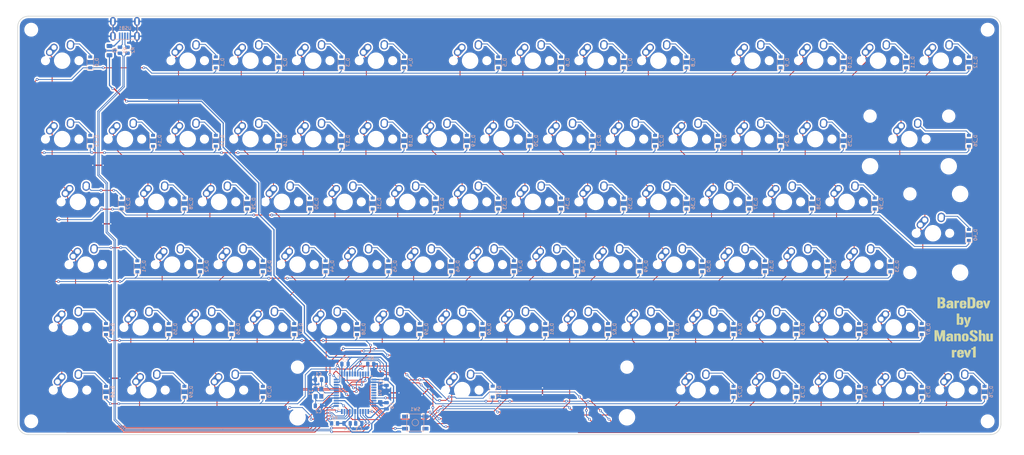
<source format=kicad_pcb>
(kicad_pcb (version 20171130) (host pcbnew "(5.1.9)-1")
  (layers (0 F.Cu signal) (31 B.Cu signal) (34 B.Paste user) (35 F.Paste user) (36 B.SilkS user) (37 F.SilkS user) (38 B.Mask user) (39 F.Mask user) (44 Edge.Cuts user))
  (net 0 "")
  (net 1 col0)
  (net 2 col1)
  (net 3 col2)
  (net 4 col3)
  (net 5 col4)
  (net 6 col5)
  (net 7 col6)
  (net 8 col7)
  (net 9 col8)
  (net 10 col9)
  (net 11 col10)
  (net 12 col11)
  (net 13 col12)
  (net 14 col13)
  (net 15 row0)
  (net 16 row1)
  (net 17 row2)
  (net 18 row3)
  (net 19 row4)
  (net 20 row5)
  (net 21 "Net-(D_0-Pad2)")
  (net 22 "Net-(D_1-Pad2)")
  (net 23 "Net-(D_2-Pad2)")
  (net 24 "Net-(D_3-Pad2)")
  (net 25 "Net-(D_4-Pad2)")
  (net 26 "Net-(D_5-Pad2)")
  (net 27 "Net-(D_6-Pad2)")
  (net 28 "Net-(D_7-Pad2)")
  (net 29 "Net-(D_8-Pad2)")
  (net 30 "Net-(D_9-Pad2)")
  (net 31 "Net-(D_10-Pad2)")
  (net 32 "Net-(D_11-Pad2)")
  (net 33 "Net-(D_12-Pad2)")
  (net 34 "Net-(D_13-Pad2)")
  (net 35 "Net-(D_14-Pad2)")
  (net 36 "Net-(D_15-Pad2)")
  (net 37 "Net-(D_16-Pad2)")
  (net 38 "Net-(D_17-Pad2)")
  (net 39 "Net-(D_18-Pad2)")
  (net 40 "Net-(D_19-Pad2)")
  (net 41 "Net-(D_20-Pad2)")
  (net 42 "Net-(D_21-Pad2)")
  (net 43 "Net-(D_22-Pad2)")
  (net 44 "Net-(D_23-Pad2)")
  (net 45 "Net-(D_24-Pad2)")
  (net 46 "Net-(D_25-Pad2)")
  (net 47 "Net-(D_26-Pad2)")
  (net 48 "Net-(D_27-Pad2)")
  (net 49 "Net-(D_28-Pad2)")
  (net 50 "Net-(D_29-Pad2)")
  (net 51 "Net-(D_30-Pad2)")
  (net 52 "Net-(D_31-Pad2)")
  (net 53 "Net-(D_32-Pad2)")
  (net 54 "Net-(D_33-Pad2)")
  (net 55 "Net-(D_34-Pad2)")
  (net 56 "Net-(D_35-Pad2)")
  (net 57 "Net-(D_36-Pad2)")
  (net 58 "Net-(D_37-Pad2)")
  (net 59 "Net-(D_38-Pad2)")
  (net 60 "Net-(D_39-Pad2)")
  (net 61 "Net-(D_40-Pad2)")
  (net 62 "Net-(D_41-Pad2)")
  (net 63 "Net-(D_42-Pad2)")
  (net 64 "Net-(D_43-Pad2)")
  (net 65 "Net-(D_44-Pad2)")
  (net 66 "Net-(D_45-Pad2)")
  (net 67 "Net-(D_46-Pad2)")
  (net 68 "Net-(D_47-Pad2)")
  (net 69 "Net-(D_48-Pad2)")
  (net 70 "Net-(D_49-Pad2)")
  (net 71 "Net-(D_50-Pad2)")
  (net 72 "Net-(D_51-Pad2)")
  (net 73 "Net-(D_52-Pad2)")
  (net 74 "Net-(D_53-Pad2)")
  (net 75 "Net-(D_54-Pad2)")
  (net 76 "Net-(D_55-Pad2)")
  (net 77 "Net-(D_56-Pad2)")
  (net 78 "Net-(D_57-Pad2)")
  (net 79 "Net-(D_58-Pad2)")
  (net 80 "Net-(D_59-Pad2)")
  (net 81 "Net-(D_60-Pad2)")
  (net 82 "Net-(D_61-Pad2)")
  (net 83 "Net-(D_62-Pad2)")
  (net 84 "Net-(D_63-Pad2)")
  (net 85 "Net-(D_64-Pad2)")
  (net 86 "Net-(D_65-Pad2)")
  (net 87 "Net-(D_66-Pad2)")
  (net 88 "Net-(D_67-Pad2)")
  (net 89 "Net-(D_68-Pad2)")
  (net 90 "Net-(D_69-Pad2)")
  (net 91 "Net-(D_70-Pad2)")
  (net 92 "Net-(D_71-Pad2)")
  (net 93 "Net-(D_72-Pad2)")
  (net 94 "Net-(D_73-Pad2)")
  (net 95 "Net-(D_74-Pad2)")
  (net 96 "Net-(D_75-Pad2)")
  (net 97 "Net-(D_76-Pad2)")
  (net 98 GND)
  (net 99 "Net-(C1-Pad1)")
  (net 100 "Net-(C2-Pad1)")
  (net 101 "Net-(C3-Pad1)")
  (net 102 +5V)
  (net 103 VCC)
  (net 104 "Net-(R1-Pad2)")
  (net 105 D+)
  (net 106 "Net-(R2-Pad1)")
  (net 107 D-)
  (net 108 "Net-(R3-Pad1)")
  (net 109 "Net-(R4-Pad2)")
  (net 110 "Net-(U1-Pad42)")
  (net 111 "Net-(U1-Pad40)")
  (net 112 "Net-(U1-Pad39)")
  (net 113 "Net-(U1-Pad38)")
  (net 114 "Net-(U1-Pad37)")
  (net 115 "Net-(U1-Pad36)")
  (net 116 "Net-(USB1-Pad2)")
  (module My:BAREDEV_LOGO (layer F.Cu) (at 273.431 80.772)
    (fp_text reference BAREDEV_LOGO hide)
    (fp_text value "" (at 0 0) (layer F.SilkS) (effects (font (size 1.27 1.27))))
  )
  (module MountingHole:MountingHole_3.2mm_M3 (layer F.Cu) (at 0.127 0.127)
    (fp_text reference REF** hide)
    (fp_text value MountingHole_3.2mm_M3)
    (pad 1 np_thru_hole circle (at 0 0) (size 3.2 3.2) (drill 3.2) (layers *.Cu *.Mask))
  )
  (module MountingHole:MountingHole_3.2mm_M3 (layer F.Cu) (at 0.127 118.999)
    (fp_text reference REF** hide)
    (fp_text value MountingHole_3.2mm_M3)
    (pad 1 np_thru_hole circle (at 0 0) (size 3.2 3.2) (drill 3.2) (layers *.Cu *.Mask))
  )
  (module MountingHole:MountingHole_3.2mm_M3 (layer F.Cu) (at 290.449 118.999)
    (fp_text reference REF** hide)
    (fp_text value MountingHole_3.2mm_M3)
    (pad 1 np_thru_hole circle (at 0 0) (size 3.2 3.2) (drill 3.2) (layers *.Cu *.Mask))
  )
  (module MountingHole:MountingHole_3.2mm_M3 (layer F.Cu) (at 290.449 0.127)
    (fp_text reference REF** hide)
    (fp_text value MountingHole_3.2mm_M3)
    (pad 1 np_thru_hole circle (at 0 0) (size 3.2 3.2) (drill 3.2) (layers *.Cu *.Mask))
  )
  (module MX_Alps_Hybrid:MX-1U-NoLED (layer F.Cu) (at 9.525 33.3375)
    (fp_text reference K_13)
    (fp_text value KEYSW)
    (pad 1 thru_hole circle (at -2.5 -4) (size 2.25 2.25) (drill 1.47) (layers *.Cu B.Mask) (net 1 col0))
    (pad 1 thru_hole oval (at -3.81 -2.54 48.0996) (size 4.211556 2.25) (drill 1.47 (offset 0.980778 0)) (layers *.Cu B.Mask) (net 1 col0))
    (pad 2 thru_hole oval (at 2.5 -4.5 86.0548) (size 2.831378 2.25) (drill 1.47 (offset 0.290689 0)) (layers *.Cu B.Mask) (net 34 "Net-(D_13-Pad2)"))
    (pad 2 thru_hole circle (at 2.54 -5.08) (size 2.25 2.25) (drill 1.47) (layers *.Cu B.Mask) (net 34 "Net-(D_13-Pad2)"))
    (pad "" np_thru_hole circle (at 0 0) (size 3.9878 3.9878) (drill 3.9878) (layers *.Cu *.Mask))
    (pad "" np_thru_hole circle (at -5.08 0 48.0996) (size 1.75 1.75) (drill 1.75) (layers *.Cu *.Mask))
    (pad "" np_thru_hole circle (at 5.08 0 48.0996) (size 1.75 1.75) (drill 1.75) (layers *.Cu *.Mask))
  )
  (module MX_Alps_Hybrid:MX-ISOEnter-NoLED (layer F.Cu) (at 273.84375 61.9125)
    (fp_text reference K_40)
    (fp_text value KEYSW)
    (pad "" np_thru_hole circle (at -6.985 -11.938) (size 3.048 3.048) (drill 3.048) (layers *.Cu *.Mask))
    (pad "" np_thru_hole circle (at -6.985 11.938) (size 3.048 3.048) (drill 3.048) (layers *.Cu *.Mask))
    (pad "" np_thru_hole circle (at 8.255 -11.938) (size 3.9878 3.9878) (drill 3.9878) (layers *.Cu *.Mask))
    (pad "" np_thru_hole circle (at 8.255 11.938) (size 3.9878 3.9878) (drill 3.9878) (layers *.Cu *.Mask))
    (pad "" np_thru_hole circle (at 5.08 0 48.0996) (size 1.75 1.75) (drill 1.75) (layers *.Cu *.Mask))
    (pad "" np_thru_hole circle (at -5.08 0 48.0996) (size 1.75 1.75) (drill 1.75) (layers *.Cu *.Mask))
    (pad 1 thru_hole circle (at -2.5 -4) (size 2.25 2.25) (drill 1.47) (layers *.Cu B.Mask) (net 14 col13))
    (pad "" np_thru_hole circle (at 0 0) (size 3.9878 3.9878) (drill 3.9878) (layers *.Cu *.Mask))
    (pad 1 thru_hole oval (at -3.81 -2.54 48.0996) (size 4.211556 2.25) (drill 1.47 (offset 0.980778 0)) (layers *.Cu B.Mask) (net 14 col13))
    (pad 2 thru_hole circle (at 2.54 -5.08) (size 2.25 2.25) (drill 1.47) (layers *.Cu B.Mask) (net 61 "Net-(D_40-Pad2)"))
    (pad 2 thru_hole oval (at 2.5 -4.5 86.0548) (size 2.831378 2.25) (drill 1.47 (offset 0.290689 0)) (layers *.Cu B.Mask) (net 61 "Net-(D_40-Pad2)"))
  )
  (module Crystal:Crystal_SMD_3225-4Pin_3.2x2.5mm (layer B.Cu) (at 87.3125 110.33125 270)
    (fp_text reference Y1 (at 0 2.45 90) (layer B.SilkS) (effects (justify mirror)))
    (fp_text value 16MHz)
    (pad 4 smd rect (at -1.1 0.85 270) (size 1.4 1.2) (layers B.Cu B.Paste B.Mask) (net 98 GND))
    (pad 3 smd rect (at 1.1 0.85 270) (size 1.4 1.2) (layers B.Cu B.Paste B.Mask) (net 100 "Net-(C2-Pad1)"))
    (pad 2 smd rect (at 1.1 -0.85 270) (size 1.4 1.2) (layers B.Cu B.Paste B.Mask) (net 98 GND))
    (pad 1 smd rect (at -1.1 -0.85 270) (size 1.4 1.2) (layers B.Cu B.Paste B.Mask) (net 99 "Net-(C1-Pad1)"))
  )
  (module random-keyboard-parts:Molex-0548190589 (layer B.Cu) (at 28.575 -2.38125 270)
    (fp_text reference USB1 (at 2.032 0 180) (layer B.SilkS) (effects (justify mirror)))
    (fp_text value Molex-0548190589)
    (pad 6 thru_hole oval (at 0 3.65 270) (size 2.7 1.7) (drill oval 1.9 0.7) (layers *.Cu *.Mask) (net 98 GND))
    (pad 6 thru_hole oval (at 0 -3.65 270) (size 2.7 1.7) (drill oval 1.9 0.7) (layers *.Cu *.Mask) (net 98 GND))
    (pad 6 thru_hole oval (at 4.5 -3.65 270) (size 2.7 1.7) (drill oval 1.9 0.7) (layers *.Cu *.Mask) (net 98 GND))
    (pad 6 thru_hole oval (at 4.5 3.65 270) (size 2.7 1.7) (drill oval 1.9 0.7) (layers *.Cu *.Mask) (net 98 GND))
    (pad 5 smd rect (at 4.5 1.6 270) (size 2.25 0.5) (layers B.Cu B.Paste B.Mask) (net 103 VCC))
    (pad 4 smd rect (at 4.5 0.8 270) (size 2.25 0.5) (layers B.Cu B.Paste B.Mask) (net 107 D-))
    (pad 3 smd rect (at 4.5 0 270) (size 2.25 0.5) (layers B.Cu B.Paste B.Mask) (net 105 D+))
    (pad 2 smd rect (at 4.5 -0.8 270) (size 2.25 0.5) (layers B.Cu B.Paste B.Mask) (net 116 "Net-(USB1-Pad2)"))
    (pad 1 smd rect (at 4.5 -1.6 270) (size 2.25 0.5) (layers B.Cu B.Paste B.Mask) (net 98 GND))
  )
  (module Package_QFP:TQFP-44_10x10mm_P0.8mm (layer B.Cu) (at 98.425 110.33125 90)
    (fp_text reference U1 (at 0 7.45 90) (layer B.SilkS) (effects (justify mirror)))
    (fp_text value ATmega32U4-AU)
    (pad 44 smd rect (at -4 5.7) (size 1.5 0.55) (layers B.Cu B.Paste B.Mask) (net 102 +5V))
    (pad 43 smd rect (at -3.2 5.7) (size 1.5 0.55) (layers B.Cu B.Paste B.Mask) (net 98 GND))
    (pad 42 smd rect (at -2.4 5.7) (size 1.5 0.55) (layers B.Cu B.Paste B.Mask) (net 110 "Net-(U1-Pad42)"))
    (pad 41 smd rect (at -1.6 5.7) (size 1.5 0.55) (layers B.Cu B.Paste B.Mask) (net 14 col13))
    (pad 40 smd rect (at -0.8 5.7) (size 1.5 0.55) (layers B.Cu B.Paste B.Mask) (net 111 "Net-(U1-Pad40)"))
    (pad 39 smd rect (at 0 5.7) (size 1.5 0.55) (layers B.Cu B.Paste B.Mask) (net 112 "Net-(U1-Pad39)"))
    (pad 38 smd rect (at 0.8 5.7) (size 1.5 0.55) (layers B.Cu B.Paste B.Mask) (net 113 "Net-(U1-Pad38)"))
    (pad 37 smd rect (at 1.6 5.7) (size 1.5 0.55) (layers B.Cu B.Paste B.Mask) (net 114 "Net-(U1-Pad37)"))
    (pad 36 smd rect (at 2.4 5.7) (size 1.5 0.55) (layers B.Cu B.Paste B.Mask) (net 115 "Net-(U1-Pad36)"))
    (pad 35 smd rect (at 3.2 5.7) (size 1.5 0.55) (layers B.Cu B.Paste B.Mask) (net 98 GND))
    (pad 34 smd rect (at 4 5.7) (size 1.5 0.55) (layers B.Cu B.Paste B.Mask) (net 102 +5V))
    (pad 33 smd rect (at 5.7 4 90) (size 1.5 0.55) (layers B.Cu B.Paste B.Mask) (net 109 "Net-(R4-Pad2)"))
    (pad 32 smd rect (at 5.7 3.2 90) (size 1.5 0.55) (layers B.Cu B.Paste B.Mask) (net 4 col3))
    (pad 31 smd rect (at 5.7 2.4 90) (size 1.5 0.55) (layers B.Cu B.Paste B.Mask) (net 3 col2))
    (pad 30 smd rect (at 5.7 1.6 90) (size 1.5 0.55) (layers B.Cu B.Paste B.Mask) (net 1 col0))
    (pad 29 smd rect (at 5.7 0.8 90) (size 1.5 0.55) (layers B.Cu B.Paste B.Mask) (net 20 row5))
    (pad 28 smd rect (at 5.7 0 90) (size 1.5 0.55) (layers B.Cu B.Paste B.Mask) (net 19 row4))
    (pad 27 smd rect (at 5.7 -0.8 90) (size 1.5 0.55) (layers B.Cu B.Paste B.Mask) (net 12 col11))
    (pad 26 smd rect (at 5.7 -1.6 90) (size 1.5 0.55) (layers B.Cu B.Paste B.Mask) (net 11 col10))
    (pad 25 smd rect (at 5.7 -2.4 90) (size 1.5 0.55) (layers B.Cu B.Paste B.Mask) (net 9 col8))
    (pad 24 smd rect (at 5.7 -3.2 90) (size 1.5 0.55) (layers B.Cu B.Paste B.Mask) (net 102 +5V))
    (pad 23 smd rect (at 5.7 -4 90) (size 1.5 0.55) (layers B.Cu B.Paste B.Mask) (net 98 GND))
    (pad 22 smd rect (at 4 -5.7) (size 1.5 0.55) (layers B.Cu B.Paste B.Mask) (net 10 col9))
    (pad 21 smd rect (at 3.2 -5.7) (size 1.5 0.55) (layers B.Cu B.Paste B.Mask) (net 8 col7))
    (pad 20 smd rect (at 2.4 -5.7) (size 1.5 0.55) (layers B.Cu B.Paste B.Mask) (net 7 col6))
    (pad 19 smd rect (at 1.6 -5.7) (size 1.5 0.55) (layers B.Cu B.Paste B.Mask) (net 6 col5))
    (pad 18 smd rect (at 0.8 -5.7) (size 1.5 0.55) (layers B.Cu B.Paste B.Mask) (net 5 col4))
    (pad 17 smd rect (at 0 -5.7) (size 1.5 0.55) (layers B.Cu B.Paste B.Mask) (net 99 "Net-(C1-Pad1)"))
    (pad 16 smd rect (at -0.8 -5.7) (size 1.5 0.55) (layers B.Cu B.Paste B.Mask) (net 100 "Net-(C2-Pad1)"))
    (pad 15 smd rect (at -1.6 -5.7) (size 1.5 0.55) (layers B.Cu B.Paste B.Mask) (net 98 GND))
    (pad 14 smd rect (at -2.4 -5.7) (size 1.5 0.55) (layers B.Cu B.Paste B.Mask) (net 102 +5V))
    (pad 13 smd rect (at -3.2 -5.7) (size 1.5 0.55) (layers B.Cu B.Paste B.Mask) (net 104 "Net-(R1-Pad2)"))
    (pad 12 smd rect (at -4 -5.7) (size 1.5 0.55) (layers B.Cu B.Paste B.Mask) (net 2 col1))
    (pad 11 smd rect (at -5.7 -4 90) (size 1.5 0.55) (layers B.Cu B.Paste B.Mask) (net 18 row3))
    (pad 10 smd rect (at -5.7 -3.2 90) (size 1.5 0.55) (layers B.Cu B.Paste B.Mask) (net 17 row2))
    (pad 9 smd rect (at -5.7 -2.4 90) (size 1.5 0.55) (layers B.Cu B.Paste B.Mask) (net 16 row1))
    (pad 8 smd rect (at -5.7 -1.6 90) (size 1.5 0.55) (layers B.Cu B.Paste B.Mask) (net 15 row0))
    (pad 7 smd rect (at -5.7 -0.8 90) (size 1.5 0.55) (layers B.Cu B.Paste B.Mask) (net 102 +5V))
    (pad 6 smd rect (at -5.7 0 90) (size 1.5 0.55) (layers B.Cu B.Paste B.Mask) (net 101 "Net-(C3-Pad1)"))
    (pad 5 smd rect (at -5.7 0.8 90) (size 1.5 0.55) (layers B.Cu B.Paste B.Mask) (net 98 GND))
    (pad 4 smd rect (at -5.7 1.6 90) (size 1.5 0.55) (layers B.Cu B.Paste B.Mask) (net 106 "Net-(R2-Pad1)"))
    (pad 3 smd rect (at -5.7 2.4 90) (size 1.5 0.55) (layers B.Cu B.Paste B.Mask) (net 108 "Net-(R3-Pad1)"))
    (pad 2 smd rect (at -5.7 3.2 90) (size 1.5 0.55) (layers B.Cu B.Paste B.Mask) (net 102 +5V))
    (pad 1 smd rect (at -5.7 4 90) (size 1.5 0.55) (layers B.Cu B.Paste B.Mask) (net 13 col12))
  )
  (module random-keyboard-parts:SKQG-1155865 (layer B.Cu) (at 116.713 119.38)
    (fp_text reference SW1 (at 0 -4.064) (layer B.SilkS) (effects (justify mirror)))
    (fp_text value SW_Push)
    (pad 4 smd rect (at -3.1 -1.85) (size 1.8 1.1) (layers B.Cu B.Paste B.Mask))
    (pad 3 smd rect (at 3.1 1.85) (size 1.8 1.1) (layers B.Cu B.Paste B.Mask))
    (pad 2 smd rect (at -3.1 1.85) (size 1.8 1.1) (layers B.Cu B.Paste B.Mask) (net 104 "Net-(R1-Pad2)"))
    (pad 1 smd rect (at 3.1 -1.85) (size 1.8 1.1) (layers B.Cu B.Paste B.Mask) (net 98 GND))
  )
  (module Resistor_SMD:R_0805_2012Metric (layer B.Cu) (at 103.1875 101.6 180)
    (fp_text reference R4 (at 0 1.65) (layer B.SilkS) (effects (justify mirror)))
    (fp_text value 10k)
    (pad 2 smd roundrect (at 0.9125 0 180) (size 1.025 1.4) (layers B.Cu B.Paste B.Mask) (roundrect_rratio 0.2439004878048781) (net 109 "Net-(R4-Pad2)"))
    (pad 1 smd roundrect (at -0.9125 0 180) (size 1.025 1.4) (layers B.Cu B.Paste B.Mask) (roundrect_rratio 0.2439004878048781) (net 98 GND))
  )
  (module Resistor_SMD:R_0805_2012Metric (layer B.Cu) (at 27.051 6.35 90)
    (fp_text reference R3 (at 0 1.65 90) (layer B.SilkS) (effects (justify mirror)))
    (fp_text value 22)
    (pad 2 smd roundrect (at 0.9125 0 90) (size 1.025 1.4) (layers B.Cu B.Paste B.Mask) (roundrect_rratio 0.2439004878048781) (net 107 D-))
    (pad 1 smd roundrect (at -0.9125 0 90) (size 1.025 1.4) (layers B.Cu B.Paste B.Mask) (roundrect_rratio 0.2439004878048781) (net 108 "Net-(R3-Pad1)"))
  )
  (module Resistor_SMD:R_0805_2012Metric (layer B.Cu) (at 29.337 6.35 90)
    (fp_text reference R2 (at 0 1.65 90) (layer B.SilkS) (effects (justify mirror)))
    (fp_text value 22)
    (pad 2 smd roundrect (at 0.9125 0 90) (size 1.025 1.4) (layers B.Cu B.Paste B.Mask) (roundrect_rratio 0.2439004878048781) (net 105 D+))
    (pad 1 smd roundrect (at -0.9125 0 90) (size 1.025 1.4) (layers B.Cu B.Paste B.Mask) (roundrect_rratio 0.2439004878048781) (net 106 "Net-(R2-Pad1)"))
  )
  (module Resistor_SMD:R_0805_2012Metric (layer B.Cu) (at 92.202 119.634 180)
    (fp_text reference R1 (at 0 1.65) (layer B.SilkS) (effects (justify mirror)))
    (fp_text value 10k)
    (pad 2 smd roundrect (at 0.9125 0 180) (size 1.025 1.4) (layers B.Cu B.Paste B.Mask) (roundrect_rratio 0.2439004878048781) (net 104 "Net-(R1-Pad2)"))
    (pad 1 smd roundrect (at -0.9125 0 180) (size 1.025 1.4) (layers B.Cu B.Paste B.Mask) (roundrect_rratio 0.2439004878048781) (net 102 +5V))
  )
  (module Fuse:Fuse_1206_3216Metric (layer B.Cu) (at 23.876 6.477 90)
    (fp_text reference F1 (at 0 1.82 90) (layer B.SilkS) (effects (justify mirror)))
    (fp_text value 500mA)
    (pad 2 smd roundrect (at 1.4 0 90) (size 1.25 1.75) (layers B.Cu B.Paste B.Mask) (roundrect_rratio 0.2) (net 103 VCC))
    (pad 1 smd roundrect (at -1.4 0 90) (size 1.25 1.75) (layers B.Cu B.Paste B.Mask) (roundrect_rratio 0.2) (net 102 +5V))
  )
  (module Capacitor_SMD:C_0805_2012Metric (layer B.Cu) (at 107.95 107.15625 270)
    (fp_text reference C7 (at 0 1.68 90) (layer B.SilkS) (effects (justify mirror)))
    (fp_text value 10uF)
    (pad 2 smd roundrect (at 0.95 0 270) (size 1 1.45) (layers B.Cu B.Paste B.Mask) (net 98 GND))
    (pad 1 smd roundrect (at -0.95 0 270) (size 1 1.45) (layers B.Cu B.Paste B.Mask) (net 102 +5V))
  )
  (module Capacitor_SMD:C_0805_2012Metric (layer B.Cu) (at 107.95 114.3 90)
    (fp_text reference C6 (at 0 1.68 90) (layer B.SilkS) (effects (justify mirror)))
    (fp_text value 0.1uF)
    (pad 2 smd roundrect (at 0.95 0 90) (size 1 1.45) (layers B.Cu B.Paste B.Mask) (net 98 GND))
    (pad 1 smd roundrect (at -0.95 0 90) (size 1 1.45) (layers B.Cu B.Paste B.Mask) (net 102 +5V))
  )
  (module Capacitor_SMD:C_0805_2012Metric (layer B.Cu) (at 95.377 101.6 180)
    (fp_text reference C5 (at 0 1.68) (layer B.SilkS) (effects (justify mirror)))
    (fp_text value 0.1uF)
    (pad 2 smd roundrect (at 0.95 0 180) (size 1 1.45) (layers B.Cu B.Paste B.Mask) (net 98 GND))
    (pad 1 smd roundrect (at -0.95 0 180) (size 1 1.45) (layers B.Cu B.Paste B.Mask) (net 102 +5V))
  )
  (module Capacitor_SMD:C_0805_2012Metric (layer B.Cu) (at 96.012 119.634)
    (fp_text reference C4 (at 0 1.68) (layer B.SilkS) (effects (justify mirror)))
    (fp_text value 0.1uF)
    (pad 2 smd roundrect (at 0.95 0) (size 1 1.45) (layers B.Cu B.Paste B.Mask) (net 98 GND))
    (pad 1 smd roundrect (at -0.95 0) (size 1 1.45) (layers B.Cu B.Paste B.Mask) (net 102 +5V))
  )
  (module Capacitor_SMD:C_0805_2012Metric (layer B.Cu) (at 99.568 119.634)
    (fp_text reference C3 (at 0 1.68) (layer B.SilkS) (effects (justify mirror)))
    (fp_text value 1uF)
    (pad 2 smd roundrect (at 0.95 0) (size 1 1.45) (layers B.Cu B.Paste B.Mask) (net 98 GND))
    (pad 1 smd roundrect (at -0.95 0) (size 1 1.45) (layers B.Cu B.Paste B.Mask) (net 101 "Net-(C3-Pad1)"))
  )
  (module Capacitor_SMD:C_0805_2012Metric (layer B.Cu) (at 87.3125 114.3)
    (fp_text reference C2 (at 0 1.68) (layer B.SilkS) (effects (justify mirror)))
    (fp_text value 22pF)
    (pad 2 smd roundrect (at 0.95 0) (size 1 1.45) (layers B.Cu B.Paste B.Mask) (net 98 GND))
    (pad 1 smd roundrect (at -0.95 0) (size 1 1.45) (layers B.Cu B.Paste B.Mask) (net 100 "Net-(C2-Pad1)"))
  )
  (module Capacitor_SMD:C_0805_2012Metric (layer B.Cu) (at 87.3125 106.3625 180)
    (fp_text reference C1 (at 0 1.68) (layer B.SilkS) (effects (justify mirror)))
    (fp_text value 22pF)
    (pad 2 smd roundrect (at 0.95 0 180) (size 1 1.45) (layers B.Cu B.Paste B.Mask) (net 98 GND))
    (pad 1 smd roundrect (at -0.95 0 180) (size 1 1.45) (layers B.Cu B.Paste B.Mask) (net 99 "Net-(C1-Pad1)"))
  )
  (module MX_Alps_Hybrid:MX-1U-NoLED (layer F.Cu) (at 9.525 9.525)
    (fp_text reference K_0)
    (fp_text value KEYSW)
    (pad 1 thru_hole circle (at -2.5 -4) (size 2.25 2.25) (drill 1.47) (layers *.Cu B.Mask) (net 1 col0))
    (pad 1 thru_hole oval (at -3.81 -2.54 48.0996) (size 4.211556 2.25) (drill 1.47 (offset 0.980778 0)) (layers *.Cu B.Mask) (net 1 col0))
    (pad 2 thru_hole oval (at 2.5 -4.5 86.0548) (size 2.831378 2.25) (drill 1.47 (offset 0.290689 0)) (layers *.Cu B.Mask) (net 21 "Net-(D_0-Pad2)"))
    (pad 2 thru_hole circle (at 2.54 -5.08) (size 2.25 2.25) (drill 1.47) (layers *.Cu B.Mask) (net 21 "Net-(D_0-Pad2)"))
    (pad "" np_thru_hole circle (at 0 0) (size 3.9878 3.9878) (drill 3.9878) (layers *.Cu *.Mask))
    (pad "" np_thru_hole circle (at -5.08 0 48.0996) (size 1.75 1.75) (drill 1.75) (layers *.Cu *.Mask))
    (pad "" np_thru_hole circle (at 5.08 0 48.0996) (size 1.75 1.75) (drill 1.75) (layers *.Cu *.Mask))
  )
  (module Diode_SMD:D_SOD-123 (layer B.Cu) (at 18.05 10.025 90)
    (fp_text reference D_0 (at 0 2 90) (layer B.SilkS) (effects (justify mirror)))
    (fp_text value D)
    (pad 2 smd rect (at 1.65 0 90) (size 0.9 1.2) (layers B.Cu B.Paste B.Mask) (net 21 "Net-(D_0-Pad2)"))
    (pad 1 smd rect (at -1.65 0 90) (size 0.9 1.2) (layers B.Cu B.Paste B.Mask) (net 15 row0))
  )
  (module MX_Alps_Hybrid:MX-1U-NoLED (layer F.Cu) (at 47.625 9.525)
    (fp_text reference K_1)
    (fp_text value KEYSW)
    (pad 1 thru_hole circle (at -2.5 -4) (size 2.25 2.25) (drill 1.47) (layers *.Cu B.Mask) (net 3 col2))
    (pad 1 thru_hole oval (at -3.81 -2.54 48.0996) (size 4.211556 2.25) (drill 1.47 (offset 0.980778 0)) (layers *.Cu B.Mask) (net 3 col2))
    (pad 2 thru_hole oval (at 2.5 -4.5 86.0548) (size 2.831378 2.25) (drill 1.47 (offset 0.290689 0)) (layers *.Cu B.Mask) (net 22 "Net-(D_1-Pad2)"))
    (pad 2 thru_hole circle (at 2.54 -5.08) (size 2.25 2.25) (drill 1.47) (layers *.Cu B.Mask) (net 22 "Net-(D_1-Pad2)"))
    (pad "" np_thru_hole circle (at 0 0) (size 3.9878 3.9878) (drill 3.9878) (layers *.Cu *.Mask))
    (pad "" np_thru_hole circle (at -5.08 0 48.0996) (size 1.75 1.75) (drill 1.75) (layers *.Cu *.Mask))
    (pad "" np_thru_hole circle (at 5.08 0 48.0996) (size 1.75 1.75) (drill 1.75) (layers *.Cu *.Mask))
  )
  (module Diode_SMD:D_SOD-123 (layer B.Cu) (at 56.15 10.025 90)
    (fp_text reference D_1 (at 0 2 90) (layer B.SilkS) (effects (justify mirror)))
    (fp_text value D)
    (pad 2 smd rect (at 1.65 0 90) (size 0.9 1.2) (layers B.Cu B.Paste B.Mask) (net 22 "Net-(D_1-Pad2)"))
    (pad 1 smd rect (at -1.65 0 90) (size 0.9 1.2) (layers B.Cu B.Paste B.Mask) (net 15 row0))
  )
  (module MX_Alps_Hybrid:MX-1U-NoLED (layer F.Cu) (at 66.675 9.525)
    (fp_text reference K_2)
    (fp_text value KEYSW)
    (pad 1 thru_hole circle (at -2.5 -4) (size 2.25 2.25) (drill 1.47) (layers *.Cu B.Mask) (net 4 col3))
    (pad 1 thru_hole oval (at -3.81 -2.54 48.0996) (size 4.211556 2.25) (drill 1.47 (offset 0.980778 0)) (layers *.Cu B.Mask) (net 4 col3))
    (pad 2 thru_hole oval (at 2.5 -4.5 86.0548) (size 2.831378 2.25) (drill 1.47 (offset 0.290689 0)) (layers *.Cu B.Mask) (net 23 "Net-(D_2-Pad2)"))
    (pad 2 thru_hole circle (at 2.54 -5.08) (size 2.25 2.25) (drill 1.47) (layers *.Cu B.Mask) (net 23 "Net-(D_2-Pad2)"))
    (pad "" np_thru_hole circle (at 0 0) (size 3.9878 3.9878) (drill 3.9878) (layers *.Cu *.Mask))
    (pad "" np_thru_hole circle (at -5.08 0 48.0996) (size 1.75 1.75) (drill 1.75) (layers *.Cu *.Mask))
    (pad "" np_thru_hole circle (at 5.08 0 48.0996) (size 1.75 1.75) (drill 1.75) (layers *.Cu *.Mask))
  )
  (module Diode_SMD:D_SOD-123 (layer B.Cu) (at 75.2 10.025 90)
    (fp_text reference D_2 (at 0 2 90) (layer B.SilkS) (effects (justify mirror)))
    (fp_text value D)
    (pad 2 smd rect (at 1.65 0 90) (size 0.9 1.2) (layers B.Cu B.Paste B.Mask) (net 23 "Net-(D_2-Pad2)"))
    (pad 1 smd rect (at -1.65 0 90) (size 0.9 1.2) (layers B.Cu B.Paste B.Mask) (net 15 row0))
  )
  (module MX_Alps_Hybrid:MX-1U-NoLED (layer F.Cu) (at 85.725 9.525)
    (fp_text reference K_3)
    (fp_text value KEYSW)
    (pad 1 thru_hole circle (at -2.5 -4) (size 2.25 2.25) (drill 1.47) (layers *.Cu B.Mask) (net 5 col4))
    (pad 1 thru_hole oval (at -3.81 -2.54 48.0996) (size 4.211556 2.25) (drill 1.47 (offset 0.980778 0)) (layers *.Cu B.Mask) (net 5 col4))
    (pad 2 thru_hole oval (at 2.5 -4.5 86.0548) (size 2.831378 2.25) (drill 1.47 (offset 0.290689 0)) (layers *.Cu B.Mask) (net 24 "Net-(D_3-Pad2)"))
    (pad 2 thru_hole circle (at 2.54 -5.08) (size 2.25 2.25) (drill 1.47) (layers *.Cu B.Mask) (net 24 "Net-(D_3-Pad2)"))
    (pad "" np_thru_hole circle (at 0 0) (size 3.9878 3.9878) (drill 3.9878) (layers *.Cu *.Mask))
    (pad "" np_thru_hole circle (at -5.08 0 48.0996) (size 1.75 1.75) (drill 1.75) (layers *.Cu *.Mask))
    (pad "" np_thru_hole circle (at 5.08 0 48.0996) (size 1.75 1.75) (drill 1.75) (layers *.Cu *.Mask))
  )
  (module Diode_SMD:D_SOD-123 (layer B.Cu) (at 94.25 10.025 90)
    (fp_text reference D_3 (at 0 2 90) (layer B.SilkS) (effects (justify mirror)))
    (fp_text value D)
    (pad 2 smd rect (at 1.65 0 90) (size 0.9 1.2) (layers B.Cu B.Paste B.Mask) (net 24 "Net-(D_3-Pad2)"))
    (pad 1 smd rect (at -1.65 0 90) (size 0.9 1.2) (layers B.Cu B.Paste B.Mask) (net 15 row0))
  )
  (module MX_Alps_Hybrid:MX-1U-NoLED (layer F.Cu) (at 104.775 9.525)
    (fp_text reference K_4)
    (fp_text value KEYSW)
    (pad 1 thru_hole circle (at -2.5 -4) (size 2.25 2.25) (drill 1.47) (layers *.Cu B.Mask) (net 6 col5))
    (pad 1 thru_hole oval (at -3.81 -2.54 48.0996) (size 4.211556 2.25) (drill 1.47 (offset 0.980778 0)) (layers *.Cu B.Mask) (net 6 col5))
    (pad 2 thru_hole oval (at 2.5 -4.5 86.0548) (size 2.831378 2.25) (drill 1.47 (offset 0.290689 0)) (layers *.Cu B.Mask) (net 25 "Net-(D_4-Pad2)"))
    (pad 2 thru_hole circle (at 2.54 -5.08) (size 2.25 2.25) (drill 1.47) (layers *.Cu B.Mask) (net 25 "Net-(D_4-Pad2)"))
    (pad "" np_thru_hole circle (at 0 0) (size 3.9878 3.9878) (drill 3.9878) (layers *.Cu *.Mask))
    (pad "" np_thru_hole circle (at -5.08 0 48.0996) (size 1.75 1.75) (drill 1.75) (layers *.Cu *.Mask))
    (pad "" np_thru_hole circle (at 5.08 0 48.0996) (size 1.75 1.75) (drill 1.75) (layers *.Cu *.Mask))
  )
  (module Diode_SMD:D_SOD-123 (layer B.Cu) (at 113.3 10.025 90)
    (fp_text reference D_4 (at 0 2 90) (layer B.SilkS) (effects (justify mirror)))
    (fp_text value D)
    (pad 2 smd rect (at 1.65 0 90) (size 0.9 1.2) (layers B.Cu B.Paste B.Mask) (net 25 "Net-(D_4-Pad2)"))
    (pad 1 smd rect (at -1.65 0 90) (size 0.9 1.2) (layers B.Cu B.Paste B.Mask) (net 15 row0))
  )
  (module MX_Alps_Hybrid:MX-1U-NoLED (layer F.Cu) (at 133.35 9.525)
    (fp_text reference K_5)
    (fp_text value KEYSW)
    (pad 1 thru_hole circle (at -2.5 -4) (size 2.25 2.25) (drill 1.47) (layers *.Cu B.Mask) (net 7 col6))
    (pad 1 thru_hole oval (at -3.81 -2.54 48.0996) (size 4.211556 2.25) (drill 1.47 (offset 0.980778 0)) (layers *.Cu B.Mask) (net 7 col6))
    (pad 2 thru_hole oval (at 2.5 -4.5 86.0548) (size 2.831378 2.25) (drill 1.47 (offset 0.290689 0)) (layers *.Cu B.Mask) (net 26 "Net-(D_5-Pad2)"))
    (pad 2 thru_hole circle (at 2.54 -5.08) (size 2.25 2.25) (drill 1.47) (layers *.Cu B.Mask) (net 26 "Net-(D_5-Pad2)"))
    (pad "" np_thru_hole circle (at 0 0) (size 3.9878 3.9878) (drill 3.9878) (layers *.Cu *.Mask))
    (pad "" np_thru_hole circle (at -5.08 0 48.0996) (size 1.75 1.75) (drill 1.75) (layers *.Cu *.Mask))
    (pad "" np_thru_hole circle (at 5.08 0 48.0996) (size 1.75 1.75) (drill 1.75) (layers *.Cu *.Mask))
  )
  (module Diode_SMD:D_SOD-123 (layer B.Cu) (at 141.875 10.025 90)
    (fp_text reference D_5 (at 0 2 90) (layer B.SilkS) (effects (justify mirror)))
    (fp_text value D)
    (pad 2 smd rect (at 1.65 0 90) (size 0.9 1.2) (layers B.Cu B.Paste B.Mask) (net 26 "Net-(D_5-Pad2)"))
    (pad 1 smd rect (at -1.65 0 90) (size 0.9 1.2) (layers B.Cu B.Paste B.Mask) (net 15 row0))
  )
  (module MX_Alps_Hybrid:MX-1U-NoLED (layer F.Cu) (at 152.4 9.525)
    (fp_text reference K_6)
    (fp_text value KEYSW)
    (pad 1 thru_hole circle (at -2.5 -4) (size 2.25 2.25) (drill 1.47) (layers *.Cu B.Mask) (net 8 col7))
    (pad 1 thru_hole oval (at -3.81 -2.54 48.0996) (size 4.211556 2.25) (drill 1.47 (offset 0.980778 0)) (layers *.Cu B.Mask) (net 8 col7))
    (pad 2 thru_hole oval (at 2.5 -4.5 86.0548) (size 2.831378 2.25) (drill 1.47 (offset 0.290689 0)) (layers *.Cu B.Mask) (net 27 "Net-(D_6-Pad2)"))
    (pad 2 thru_hole circle (at 2.54 -5.08) (size 2.25 2.25) (drill 1.47) (layers *.Cu B.Mask) (net 27 "Net-(D_6-Pad2)"))
    (pad "" np_thru_hole circle (at 0 0) (size 3.9878 3.9878) (drill 3.9878) (layers *.Cu *.Mask))
    (pad "" np_thru_hole circle (at -5.08 0 48.0996) (size 1.75 1.75) (drill 1.75) (layers *.Cu *.Mask))
    (pad "" np_thru_hole circle (at 5.08 0 48.0996) (size 1.75 1.75) (drill 1.75) (layers *.Cu *.Mask))
  )
  (module Diode_SMD:D_SOD-123 (layer B.Cu) (at 160.925 10.025 90)
    (fp_text reference D_6 (at 0 2 90) (layer B.SilkS) (effects (justify mirror)))
    (fp_text value D)
    (pad 2 smd rect (at 1.65 0 90) (size 0.9 1.2) (layers B.Cu B.Paste B.Mask) (net 27 "Net-(D_6-Pad2)"))
    (pad 1 smd rect (at -1.65 0 90) (size 0.9 1.2) (layers B.Cu B.Paste B.Mask) (net 15 row0))
  )
  (module MX_Alps_Hybrid:MX-1U-NoLED (layer F.Cu) (at 171.45 9.525)
    (fp_text reference K_7)
    (fp_text value KEYSW)
    (pad 1 thru_hole circle (at -2.5 -4) (size 2.25 2.25) (drill 1.47) (layers *.Cu B.Mask) (net 9 col8))
    (pad 1 thru_hole oval (at -3.81 -2.54 48.0996) (size 4.211556 2.25) (drill 1.47 (offset 0.980778 0)) (layers *.Cu B.Mask) (net 9 col8))
    (pad 2 thru_hole oval (at 2.5 -4.5 86.0548) (size 2.831378 2.25) (drill 1.47 (offset 0.290689 0)) (layers *.Cu B.Mask) (net 28 "Net-(D_7-Pad2)"))
    (pad 2 thru_hole circle (at 2.54 -5.08) (size 2.25 2.25) (drill 1.47) (layers *.Cu B.Mask) (net 28 "Net-(D_7-Pad2)"))
    (pad "" np_thru_hole circle (at 0 0) (size 3.9878 3.9878) (drill 3.9878) (layers *.Cu *.Mask))
    (pad "" np_thru_hole circle (at -5.08 0 48.0996) (size 1.75 1.75) (drill 1.75) (layers *.Cu *.Mask))
    (pad "" np_thru_hole circle (at 5.08 0 48.0996) (size 1.75 1.75) (drill 1.75) (layers *.Cu *.Mask))
  )
  (module Diode_SMD:D_SOD-123 (layer B.Cu) (at 179.975 10.025 90)
    (fp_text reference D_7 (at 0 2 90) (layer B.SilkS) (effects (justify mirror)))
    (fp_text value D)
    (pad 2 smd rect (at 1.65 0 90) (size 0.9 1.2) (layers B.Cu B.Paste B.Mask) (net 28 "Net-(D_7-Pad2)"))
    (pad 1 smd rect (at -1.65 0 90) (size 0.9 1.2) (layers B.Cu B.Paste B.Mask) (net 15 row0))
  )
  (module MX_Alps_Hybrid:MX-1U-NoLED (layer F.Cu) (at 190.5 9.525)
    (fp_text reference K_8)
    (fp_text value KEYSW)
    (pad 1 thru_hole circle (at -2.5 -4) (size 2.25 2.25) (drill 1.47) (layers *.Cu B.Mask) (net 10 col9))
    (pad 1 thru_hole oval (at -3.81 -2.54 48.0996) (size 4.211556 2.25) (drill 1.47 (offset 0.980778 0)) (layers *.Cu B.Mask) (net 10 col9))
    (pad 2 thru_hole oval (at 2.5 -4.5 86.0548) (size 2.831378 2.25) (drill 1.47 (offset 0.290689 0)) (layers *.Cu B.Mask) (net 29 "Net-(D_8-Pad2)"))
    (pad 2 thru_hole circle (at 2.54 -5.08) (size 2.25 2.25) (drill 1.47) (layers *.Cu B.Mask) (net 29 "Net-(D_8-Pad2)"))
    (pad "" np_thru_hole circle (at 0 0) (size 3.9878 3.9878) (drill 3.9878) (layers *.Cu *.Mask))
    (pad "" np_thru_hole circle (at -5.08 0 48.0996) (size 1.75 1.75) (drill 1.75) (layers *.Cu *.Mask))
    (pad "" np_thru_hole circle (at 5.08 0 48.0996) (size 1.75 1.75) (drill 1.75) (layers *.Cu *.Mask))
  )
  (module Diode_SMD:D_SOD-123 (layer B.Cu) (at 199.025 10.025 90)
    (fp_text reference D_8 (at 0 2 90) (layer B.SilkS) (effects (justify mirror)))
    (fp_text value D)
    (pad 2 smd rect (at 1.65 0 90) (size 0.9 1.2) (layers B.Cu B.Paste B.Mask) (net 29 "Net-(D_8-Pad2)"))
    (pad 1 smd rect (at -1.65 0 90) (size 0.9 1.2) (layers B.Cu B.Paste B.Mask) (net 15 row0))
  )
  (module MX_Alps_Hybrid:MX-1U-NoLED (layer F.Cu) (at 219.075 9.525)
    (fp_text reference K_9)
    (fp_text value KEYSW)
    (pad 1 thru_hole circle (at -2.5 -4) (size 2.25 2.25) (drill 1.47) (layers *.Cu B.Mask) (net 11 col10))
    (pad 1 thru_hole oval (at -3.81 -2.54 48.0996) (size 4.211556 2.25) (drill 1.47 (offset 0.980778 0)) (layers *.Cu B.Mask) (net 11 col10))
    (pad 2 thru_hole oval (at 2.5 -4.5 86.0548) (size 2.831378 2.25) (drill 1.47 (offset 0.290689 0)) (layers *.Cu B.Mask) (net 30 "Net-(D_9-Pad2)"))
    (pad 2 thru_hole circle (at 2.54 -5.08) (size 2.25 2.25) (drill 1.47) (layers *.Cu B.Mask) (net 30 "Net-(D_9-Pad2)"))
    (pad "" np_thru_hole circle (at 0 0) (size 3.9878 3.9878) (drill 3.9878) (layers *.Cu *.Mask))
    (pad "" np_thru_hole circle (at -5.08 0 48.0996) (size 1.75 1.75) (drill 1.75) (layers *.Cu *.Mask))
    (pad "" np_thru_hole circle (at 5.08 0 48.0996) (size 1.75 1.75) (drill 1.75) (layers *.Cu *.Mask))
  )
  (module Diode_SMD:D_SOD-123 (layer B.Cu) (at 227.6 10.025 90)
    (fp_text reference D_9 (at 0 2 90) (layer B.SilkS) (effects (justify mirror)))
    (fp_text value D)
    (pad 2 smd rect (at 1.65 0 90) (size 0.9 1.2) (layers B.Cu B.Paste B.Mask) (net 30 "Net-(D_9-Pad2)"))
    (pad 1 smd rect (at -1.65 0 90) (size 0.9 1.2) (layers B.Cu B.Paste B.Mask) (net 15 row0))
  )
  (module MX_Alps_Hybrid:MX-1U-NoLED (layer F.Cu) (at 238.125 9.525)
    (fp_text reference K_10)
    (fp_text value KEYSW)
    (pad 1 thru_hole circle (at -2.5 -4) (size 2.25 2.25) (drill 1.47) (layers *.Cu B.Mask) (net 12 col11))
    (pad 1 thru_hole oval (at -3.81 -2.54 48.0996) (size 4.211556 2.25) (drill 1.47 (offset 0.980778 0)) (layers *.Cu B.Mask) (net 12 col11))
    (pad 2 thru_hole oval (at 2.5 -4.5 86.0548) (size 2.831378 2.25) (drill 1.47 (offset 0.290689 0)) (layers *.Cu B.Mask) (net 31 "Net-(D_10-Pad2)"))
    (pad 2 thru_hole circle (at 2.54 -5.08) (size 2.25 2.25) (drill 1.47) (layers *.Cu B.Mask) (net 31 "Net-(D_10-Pad2)"))
    (pad "" np_thru_hole circle (at 0 0) (size 3.9878 3.9878) (drill 3.9878) (layers *.Cu *.Mask))
    (pad "" np_thru_hole circle (at -5.08 0 48.0996) (size 1.75 1.75) (drill 1.75) (layers *.Cu *.Mask))
    (pad "" np_thru_hole circle (at 5.08 0 48.0996) (size 1.75 1.75) (drill 1.75) (layers *.Cu *.Mask))
  )
  (module Diode_SMD:D_SOD-123 (layer B.Cu) (at 246.65 10.025 90)
    (fp_text reference D_10 (at 0 2 90) (layer B.SilkS) (effects (justify mirror)))
    (fp_text value D)
    (pad 2 smd rect (at 1.65 0 90) (size 0.9 1.2) (layers B.Cu B.Paste B.Mask) (net 31 "Net-(D_10-Pad2)"))
    (pad 1 smd rect (at -1.65 0 90) (size 0.9 1.2) (layers B.Cu B.Paste B.Mask) (net 15 row0))
  )
  (module MX_Alps_Hybrid:MX-1U-NoLED (layer F.Cu) (at 257.175 9.525)
    (fp_text reference K_11)
    (fp_text value KEYSW)
    (pad 1 thru_hole circle (at -2.5 -4) (size 2.25 2.25) (drill 1.47) (layers *.Cu B.Mask) (net 13 col12))
    (pad 1 thru_hole oval (at -3.81 -2.54 48.0996) (size 4.211556 2.25) (drill 1.47 (offset 0.980778 0)) (layers *.Cu B.Mask) (net 13 col12))
    (pad 2 thru_hole oval (at 2.5 -4.5 86.0548) (size 2.831378 2.25) (drill 1.47 (offset 0.290689 0)) (layers *.Cu B.Mask) (net 32 "Net-(D_11-Pad2)"))
    (pad 2 thru_hole circle (at 2.54 -5.08) (size 2.25 2.25) (drill 1.47) (layers *.Cu B.Mask) (net 32 "Net-(D_11-Pad2)"))
    (pad "" np_thru_hole circle (at 0 0) (size 3.9878 3.9878) (drill 3.9878) (layers *.Cu *.Mask))
    (pad "" np_thru_hole circle (at -5.08 0 48.0996) (size 1.75 1.75) (drill 1.75) (layers *.Cu *.Mask))
    (pad "" np_thru_hole circle (at 5.08 0 48.0996) (size 1.75 1.75) (drill 1.75) (layers *.Cu *.Mask))
  )
  (module Diode_SMD:D_SOD-123 (layer B.Cu) (at 265.7 10.025 90)
    (fp_text reference D_11 (at 0 2 90) (layer B.SilkS) (effects (justify mirror)))
    (fp_text value D)
    (pad 2 smd rect (at 1.65 0 90) (size 0.9 1.2) (layers B.Cu B.Paste B.Mask) (net 32 "Net-(D_11-Pad2)"))
    (pad 1 smd rect (at -1.65 0 90) (size 0.9 1.2) (layers B.Cu B.Paste B.Mask) (net 15 row0))
  )
  (module MX_Alps_Hybrid:MX-1U-NoLED (layer F.Cu) (at 276.225 9.525)
    (fp_text reference K_12)
    (fp_text value KEYSW)
    (pad 1 thru_hole circle (at -2.5 -4) (size 2.25 2.25) (drill 1.47) (layers *.Cu B.Mask) (net 14 col13))
    (pad 1 thru_hole oval (at -3.81 -2.54 48.0996) (size 4.211556 2.25) (drill 1.47 (offset 0.980778 0)) (layers *.Cu B.Mask) (net 14 col13))
    (pad 2 thru_hole oval (at 2.5 -4.5 86.0548) (size 2.831378 2.25) (drill 1.47 (offset 0.290689 0)) (layers *.Cu B.Mask) (net 33 "Net-(D_12-Pad2)"))
    (pad 2 thru_hole circle (at 2.54 -5.08) (size 2.25 2.25) (drill 1.47) (layers *.Cu B.Mask) (net 33 "Net-(D_12-Pad2)"))
    (pad "" np_thru_hole circle (at 0 0) (size 3.9878 3.9878) (drill 3.9878) (layers *.Cu *.Mask))
    (pad "" np_thru_hole circle (at -5.08 0 48.0996) (size 1.75 1.75) (drill 1.75) (layers *.Cu *.Mask))
    (pad "" np_thru_hole circle (at 5.08 0 48.0996) (size 1.75 1.75) (drill 1.75) (layers *.Cu *.Mask))
  )
  (module Diode_SMD:D_SOD-123 (layer B.Cu) (at 284.75 10.025 90)
    (fp_text reference D_12 (at 0 2 90) (layer B.SilkS) (effects (justify mirror)))
    (fp_text value D)
    (pad 2 smd rect (at 1.65 0 90) (size 0.9 1.2) (layers B.Cu B.Paste B.Mask) (net 33 "Net-(D_12-Pad2)"))
    (pad 1 smd rect (at -1.65 0 90) (size 0.9 1.2) (layers B.Cu B.Paste B.Mask) (net 15 row0))
  )
  (module Diode_SMD:D_SOD-123 (layer B.Cu) (at 18.05 33.8375 90)
    (fp_text reference D_13 (at 0 2 90) (layer B.SilkS) (effects (justify mirror)))
    (fp_text value D)
    (pad 2 smd rect (at 1.65 0 90) (size 0.9 1.2) (layers B.Cu B.Paste B.Mask) (net 34 "Net-(D_13-Pad2)"))
    (pad 1 smd rect (at -1.65 0 90) (size 0.9 1.2) (layers B.Cu B.Paste B.Mask) (net 16 row1))
  )
  (module MX_Alps_Hybrid:MX-1U-NoLED (layer F.Cu) (at 28.575 33.3375)
    (fp_text reference K_14)
    (fp_text value KEYSW)
    (pad 1 thru_hole circle (at -2.5 -4) (size 2.25 2.25) (drill 1.47) (layers *.Cu B.Mask) (net 2 col1))
    (pad 1 thru_hole oval (at -3.81 -2.54 48.0996) (size 4.211556 2.25) (drill 1.47 (offset 0.980778 0)) (layers *.Cu B.Mask) (net 2 col1))
    (pad 2 thru_hole oval (at 2.5 -4.5 86.0548) (size 2.831378 2.25) (drill 1.47 (offset 0.290689 0)) (layers *.Cu B.Mask) (net 35 "Net-(D_14-Pad2)"))
    (pad 2 thru_hole circle (at 2.54 -5.08) (size 2.25 2.25) (drill 1.47) (layers *.Cu B.Mask) (net 35 "Net-(D_14-Pad2)"))
    (pad "" np_thru_hole circle (at 0 0) (size 3.9878 3.9878) (drill 3.9878) (layers *.Cu *.Mask))
    (pad "" np_thru_hole circle (at -5.08 0 48.0996) (size 1.75 1.75) (drill 1.75) (layers *.Cu *.Mask))
    (pad "" np_thru_hole circle (at 5.08 0 48.0996) (size 1.75 1.75) (drill 1.75) (layers *.Cu *.Mask))
  )
  (module Diode_SMD:D_SOD-123 (layer B.Cu) (at 37.1 33.8375 90)
    (fp_text reference D_14 (at 0 2 90) (layer B.SilkS) (effects (justify mirror)))
    (fp_text value D)
    (pad 2 smd rect (at 1.65 0 90) (size 0.9 1.2) (layers B.Cu B.Paste B.Mask) (net 35 "Net-(D_14-Pad2)"))
    (pad 1 smd rect (at -1.65 0 90) (size 0.9 1.2) (layers B.Cu B.Paste B.Mask) (net 16 row1))
  )
  (module MX_Alps_Hybrid:MX-1U-NoLED (layer F.Cu) (at 47.625 33.3375)
    (fp_text reference K_15)
    (fp_text value KEYSW)
    (pad 1 thru_hole circle (at -2.5 -4) (size 2.25 2.25) (drill 1.47) (layers *.Cu B.Mask) (net 3 col2))
    (pad 1 thru_hole oval (at -3.81 -2.54 48.0996) (size 4.211556 2.25) (drill 1.47 (offset 0.980778 0)) (layers *.Cu B.Mask) (net 3 col2))
    (pad 2 thru_hole oval (at 2.5 -4.5 86.0548) (size 2.831378 2.25) (drill 1.47 (offset 0.290689 0)) (layers *.Cu B.Mask) (net 36 "Net-(D_15-Pad2)"))
    (pad 2 thru_hole circle (at 2.54 -5.08) (size 2.25 2.25) (drill 1.47) (layers *.Cu B.Mask) (net 36 "Net-(D_15-Pad2)"))
    (pad "" np_thru_hole circle (at 0 0) (size 3.9878 3.9878) (drill 3.9878) (layers *.Cu *.Mask))
    (pad "" np_thru_hole circle (at -5.08 0 48.0996) (size 1.75 1.75) (drill 1.75) (layers *.Cu *.Mask))
    (pad "" np_thru_hole circle (at 5.08 0 48.0996) (size 1.75 1.75) (drill 1.75) (layers *.Cu *.Mask))
  )
  (module Diode_SMD:D_SOD-123 (layer B.Cu) (at 56.15 33.8375 90)
    (fp_text reference D_15 (at 0 2 90) (layer B.SilkS) (effects (justify mirror)))
    (fp_text value D)
    (pad 2 smd rect (at 1.65 0 90) (size 0.9 1.2) (layers B.Cu B.Paste B.Mask) (net 36 "Net-(D_15-Pad2)"))
    (pad 1 smd rect (at -1.65 0 90) (size 0.9 1.2) (layers B.Cu B.Paste B.Mask) (net 16 row1))
  )
  (module MX_Alps_Hybrid:MX-1U-NoLED (layer F.Cu) (at 66.675 33.3375)
    (fp_text reference K_16)
    (fp_text value KEYSW)
    (pad 1 thru_hole circle (at -2.5 -4) (size 2.25 2.25) (drill 1.47) (layers *.Cu B.Mask) (net 4 col3))
    (pad 1 thru_hole oval (at -3.81 -2.54 48.0996) (size 4.211556 2.25) (drill 1.47 (offset 0.980778 0)) (layers *.Cu B.Mask) (net 4 col3))
    (pad 2 thru_hole oval (at 2.5 -4.5 86.0548) (size 2.831378 2.25) (drill 1.47 (offset 0.290689 0)) (layers *.Cu B.Mask) (net 37 "Net-(D_16-Pad2)"))
    (pad 2 thru_hole circle (at 2.54 -5.08) (size 2.25 2.25) (drill 1.47) (layers *.Cu B.Mask) (net 37 "Net-(D_16-Pad2)"))
    (pad "" np_thru_hole circle (at 0 0) (size 3.9878 3.9878) (drill 3.9878) (layers *.Cu *.Mask))
    (pad "" np_thru_hole circle (at -5.08 0 48.0996) (size 1.75 1.75) (drill 1.75) (layers *.Cu *.Mask))
    (pad "" np_thru_hole circle (at 5.08 0 48.0996) (size 1.75 1.75) (drill 1.75) (layers *.Cu *.Mask))
  )
  (module Diode_SMD:D_SOD-123 (layer B.Cu) (at 75.2 33.8375 90)
    (fp_text reference D_16 (at 0 2 90) (layer B.SilkS) (effects (justify mirror)))
    (fp_text value D)
    (pad 2 smd rect (at 1.65 0 90) (size 0.9 1.2) (layers B.Cu B.Paste B.Mask) (net 37 "Net-(D_16-Pad2)"))
    (pad 1 smd rect (at -1.65 0 90) (size 0.9 1.2) (layers B.Cu B.Paste B.Mask) (net 16 row1))
  )
  (module MX_Alps_Hybrid:MX-1U-NoLED (layer F.Cu) (at 85.725 33.3375)
    (fp_text reference K_17)
    (fp_text value KEYSW)
    (pad 1 thru_hole circle (at -2.5 -4) (size 2.25 2.25) (drill 1.47) (layers *.Cu B.Mask) (net 5 col4))
    (pad 1 thru_hole oval (at -3.81 -2.54 48.0996) (size 4.211556 2.25) (drill 1.47 (offset 0.980778 0)) (layers *.Cu B.Mask) (net 5 col4))
    (pad 2 thru_hole oval (at 2.5 -4.5 86.0548) (size 2.831378 2.25) (drill 1.47 (offset 0.290689 0)) (layers *.Cu B.Mask) (net 38 "Net-(D_17-Pad2)"))
    (pad 2 thru_hole circle (at 2.54 -5.08) (size 2.25 2.25) (drill 1.47) (layers *.Cu B.Mask) (net 38 "Net-(D_17-Pad2)"))
    (pad "" np_thru_hole circle (at 0 0) (size 3.9878 3.9878) (drill 3.9878) (layers *.Cu *.Mask))
    (pad "" np_thru_hole circle (at -5.08 0 48.0996) (size 1.75 1.75) (drill 1.75) (layers *.Cu *.Mask))
    (pad "" np_thru_hole circle (at 5.08 0 48.0996) (size 1.75 1.75) (drill 1.75) (layers *.Cu *.Mask))
  )
  (module Diode_SMD:D_SOD-123 (layer B.Cu) (at 94.25 33.8375 90)
    (fp_text reference D_17 (at 0 2 90) (layer B.SilkS) (effects (justify mirror)))
    (fp_text value D)
    (pad 2 smd rect (at 1.65 0 90) (size 0.9 1.2) (layers B.Cu B.Paste B.Mask) (net 38 "Net-(D_17-Pad2)"))
    (pad 1 smd rect (at -1.65 0 90) (size 0.9 1.2) (layers B.Cu B.Paste B.Mask) (net 16 row1))
  )
  (module MX_Alps_Hybrid:MX-1U-NoLED (layer F.Cu) (at 104.775 33.3375)
    (fp_text reference K_18)
    (fp_text value KEYSW)
    (pad 1 thru_hole circle (at -2.5 -4) (size 2.25 2.25) (drill 1.47) (layers *.Cu B.Mask) (net 6 col5))
    (pad 1 thru_hole oval (at -3.81 -2.54 48.0996) (size 4.211556 2.25) (drill 1.47 (offset 0.980778 0)) (layers *.Cu B.Mask) (net 6 col5))
    (pad 2 thru_hole oval (at 2.5 -4.5 86.0548) (size 2.831378 2.25) (drill 1.47 (offset 0.290689 0)) (layers *.Cu B.Mask) (net 39 "Net-(D_18-Pad2)"))
    (pad 2 thru_hole circle (at 2.54 -5.08) (size 2.25 2.25) (drill 1.47) (layers *.Cu B.Mask) (net 39 "Net-(D_18-Pad2)"))
    (pad "" np_thru_hole circle (at 0 0) (size 3.9878 3.9878) (drill 3.9878) (layers *.Cu *.Mask))
    (pad "" np_thru_hole circle (at -5.08 0 48.0996) (size 1.75 1.75) (drill 1.75) (layers *.Cu *.Mask))
    (pad "" np_thru_hole circle (at 5.08 0 48.0996) (size 1.75 1.75) (drill 1.75) (layers *.Cu *.Mask))
  )
  (module Diode_SMD:D_SOD-123 (layer B.Cu) (at 113.3 33.8375 90)
    (fp_text reference D_18 (at 0 2 90) (layer B.SilkS) (effects (justify mirror)))
    (fp_text value D)
    (pad 2 smd rect (at 1.65 0 90) (size 0.9 1.2) (layers B.Cu B.Paste B.Mask) (net 39 "Net-(D_18-Pad2)"))
    (pad 1 smd rect (at -1.65 0 90) (size 0.9 1.2) (layers B.Cu B.Paste B.Mask) (net 16 row1))
  )
  (module MX_Alps_Hybrid:MX-1U-NoLED (layer F.Cu) (at 123.825 33.3375)
    (fp_text reference K_19)
    (fp_text value KEYSW)
    (pad 1 thru_hole circle (at -2.5 -4) (size 2.25 2.25) (drill 1.47) (layers *.Cu B.Mask) (net 7 col6))
    (pad 1 thru_hole oval (at -3.81 -2.54 48.0996) (size 4.211556 2.25) (drill 1.47 (offset 0.980778 0)) (layers *.Cu B.Mask) (net 7 col6))
    (pad 2 thru_hole oval (at 2.5 -4.5 86.0548) (size 2.831378 2.25) (drill 1.47 (offset 0.290689 0)) (layers *.Cu B.Mask) (net 40 "Net-(D_19-Pad2)"))
    (pad 2 thru_hole circle (at 2.54 -5.08) (size 2.25 2.25) (drill 1.47) (layers *.Cu B.Mask) (net 40 "Net-(D_19-Pad2)"))
    (pad "" np_thru_hole circle (at 0 0) (size 3.9878 3.9878) (drill 3.9878) (layers *.Cu *.Mask))
    (pad "" np_thru_hole circle (at -5.08 0 48.0996) (size 1.75 1.75) (drill 1.75) (layers *.Cu *.Mask))
    (pad "" np_thru_hole circle (at 5.08 0 48.0996) (size 1.75 1.75) (drill 1.75) (layers *.Cu *.Mask))
  )
  (module Diode_SMD:D_SOD-123 (layer B.Cu) (at 132.35 33.8375 90)
    (fp_text reference D_19 (at 0 2 90) (layer B.SilkS) (effects (justify mirror)))
    (fp_text value D)
    (pad 2 smd rect (at 1.65 0 90) (size 0.9 1.2) (layers B.Cu B.Paste B.Mask) (net 40 "Net-(D_19-Pad2)"))
    (pad 1 smd rect (at -1.65 0 90) (size 0.9 1.2) (layers B.Cu B.Paste B.Mask) (net 16 row1))
  )
  (module MX_Alps_Hybrid:MX-1U-NoLED (layer F.Cu) (at 142.875 33.3375)
    (fp_text reference K_20)
    (fp_text value KEYSW)
    (pad 1 thru_hole circle (at -2.5 -4) (size 2.25 2.25) (drill 1.47) (layers *.Cu B.Mask) (net 8 col7))
    (pad 1 thru_hole oval (at -3.81 -2.54 48.0996) (size 4.211556 2.25) (drill 1.47 (offset 0.980778 0)) (layers *.Cu B.Mask) (net 8 col7))
    (pad 2 thru_hole oval (at 2.5 -4.5 86.0548) (size 2.831378 2.25) (drill 1.47 (offset 0.290689 0)) (layers *.Cu B.Mask) (net 41 "Net-(D_20-Pad2)"))
    (pad 2 thru_hole circle (at 2.54 -5.08) (size 2.25 2.25) (drill 1.47) (layers *.Cu B.Mask) (net 41 "Net-(D_20-Pad2)"))
    (pad "" np_thru_hole circle (at 0 0) (size 3.9878 3.9878) (drill 3.9878) (layers *.Cu *.Mask))
    (pad "" np_thru_hole circle (at -5.08 0 48.0996) (size 1.75 1.75) (drill 1.75) (layers *.Cu *.Mask))
    (pad "" np_thru_hole circle (at 5.08 0 48.0996) (size 1.75 1.75) (drill 1.75) (layers *.Cu *.Mask))
  )
  (module Diode_SMD:D_SOD-123 (layer B.Cu) (at 151.4 33.8375 90)
    (fp_text reference D_20 (at 0 2 90) (layer B.SilkS) (effects (justify mirror)))
    (fp_text value D)
    (pad 2 smd rect (at 1.65 0 90) (size 0.9 1.2) (layers B.Cu B.Paste B.Mask) (net 41 "Net-(D_20-Pad2)"))
    (pad 1 smd rect (at -1.65 0 90) (size 0.9 1.2) (layers B.Cu B.Paste B.Mask) (net 16 row1))
  )
  (module MX_Alps_Hybrid:MX-1U-NoLED (layer F.Cu) (at 161.925 33.3375)
    (fp_text reference K_21)
    (fp_text value KEYSW)
    (pad 1 thru_hole circle (at -2.5 -4) (size 2.25 2.25) (drill 1.47) (layers *.Cu B.Mask) (net 9 col8))
    (pad 1 thru_hole oval (at -3.81 -2.54 48.0996) (size 4.211556 2.25) (drill 1.47 (offset 0.980778 0)) (layers *.Cu B.Mask) (net 9 col8))
    (pad 2 thru_hole oval (at 2.5 -4.5 86.0548) (size 2.831378 2.25) (drill 1.47 (offset 0.290689 0)) (layers *.Cu B.Mask) (net 42 "Net-(D_21-Pad2)"))
    (pad 2 thru_hole circle (at 2.54 -5.08) (size 2.25 2.25) (drill 1.47) (layers *.Cu B.Mask) (net 42 "Net-(D_21-Pad2)"))
    (pad "" np_thru_hole circle (at 0 0) (size 3.9878 3.9878) (drill 3.9878) (layers *.Cu *.Mask))
    (pad "" np_thru_hole circle (at -5.08 0 48.0996) (size 1.75 1.75) (drill 1.75) (layers *.Cu *.Mask))
    (pad "" np_thru_hole circle (at 5.08 0 48.0996) (size 1.75 1.75) (drill 1.75) (layers *.Cu *.Mask))
  )
  (module Diode_SMD:D_SOD-123 (layer B.Cu) (at 170.45 33.8375 90)
    (fp_text reference D_21 (at 0 2 90) (layer B.SilkS) (effects (justify mirror)))
    (fp_text value D)
    (pad 2 smd rect (at 1.65 0 90) (size 0.9 1.2) (layers B.Cu B.Paste B.Mask) (net 42 "Net-(D_21-Pad2)"))
    (pad 1 smd rect (at -1.65 0 90) (size 0.9 1.2) (layers B.Cu B.Paste B.Mask) (net 16 row1))
  )
  (module MX_Alps_Hybrid:MX-1U-NoLED (layer F.Cu) (at 180.975 33.3375)
    (fp_text reference K_22)
    (fp_text value KEYSW)
    (pad 1 thru_hole circle (at -2.5 -4) (size 2.25 2.25) (drill 1.47) (layers *.Cu B.Mask) (net 10 col9))
    (pad 1 thru_hole oval (at -3.81 -2.54 48.0996) (size 4.211556 2.25) (drill 1.47 (offset 0.980778 0)) (layers *.Cu B.Mask) (net 10 col9))
    (pad 2 thru_hole oval (at 2.5 -4.5 86.0548) (size 2.831378 2.25) (drill 1.47 (offset 0.290689 0)) (layers *.Cu B.Mask) (net 43 "Net-(D_22-Pad2)"))
    (pad 2 thru_hole circle (at 2.54 -5.08) (size 2.25 2.25) (drill 1.47) (layers *.Cu B.Mask) (net 43 "Net-(D_22-Pad2)"))
    (pad "" np_thru_hole circle (at 0 0) (size 3.9878 3.9878) (drill 3.9878) (layers *.Cu *.Mask))
    (pad "" np_thru_hole circle (at -5.08 0 48.0996) (size 1.75 1.75) (drill 1.75) (layers *.Cu *.Mask))
    (pad "" np_thru_hole circle (at 5.08 0 48.0996) (size 1.75 1.75) (drill 1.75) (layers *.Cu *.Mask))
  )
  (module Diode_SMD:D_SOD-123 (layer B.Cu) (at 189.5 33.8375 90)
    (fp_text reference D_22 (at 0 2 90) (layer B.SilkS) (effects (justify mirror)))
    (fp_text value D)
    (pad 2 smd rect (at 1.65 0 90) (size 0.9 1.2) (layers B.Cu B.Paste B.Mask) (net 43 "Net-(D_22-Pad2)"))
    (pad 1 smd rect (at -1.65 0 90) (size 0.9 1.2) (layers B.Cu B.Paste B.Mask) (net 16 row1))
  )
  (module MX_Alps_Hybrid:MX-1U-NoLED (layer F.Cu) (at 200.025 33.3375)
    (fp_text reference K_23)
    (fp_text value KEYSW)
    (pad 1 thru_hole circle (at -2.5 -4) (size 2.25 2.25) (drill 1.47) (layers *.Cu B.Mask) (net 11 col10))
    (pad 1 thru_hole oval (at -3.81 -2.54 48.0996) (size 4.211556 2.25) (drill 1.47 (offset 0.980778 0)) (layers *.Cu B.Mask) (net 11 col10))
    (pad 2 thru_hole oval (at 2.5 -4.5 86.0548) (size 2.831378 2.25) (drill 1.47 (offset 0.290689 0)) (layers *.Cu B.Mask) (net 44 "Net-(D_23-Pad2)"))
    (pad 2 thru_hole circle (at 2.54 -5.08) (size 2.25 2.25) (drill 1.47) (layers *.Cu B.Mask) (net 44 "Net-(D_23-Pad2)"))
    (pad "" np_thru_hole circle (at 0 0) (size 3.9878 3.9878) (drill 3.9878) (layers *.Cu *.Mask))
    (pad "" np_thru_hole circle (at -5.08 0 48.0996) (size 1.75 1.75) (drill 1.75) (layers *.Cu *.Mask))
    (pad "" np_thru_hole circle (at 5.08 0 48.0996) (size 1.75 1.75) (drill 1.75) (layers *.Cu *.Mask))
  )
  (module Diode_SMD:D_SOD-123 (layer B.Cu) (at 208.55 33.8375 90)
    (fp_text reference D_23 (at 0 2 90) (layer B.SilkS) (effects (justify mirror)))
    (fp_text value D)
    (pad 2 smd rect (at 1.65 0 90) (size 0.9 1.2) (layers B.Cu B.Paste B.Mask) (net 44 "Net-(D_23-Pad2)"))
    (pad 1 smd rect (at -1.65 0 90) (size 0.9 1.2) (layers B.Cu B.Paste B.Mask) (net 16 row1))
  )
  (module MX_Alps_Hybrid:MX-1U-NoLED (layer F.Cu) (at 219.075 33.3375)
    (fp_text reference K_24)
    (fp_text value KEYSW)
    (pad 1 thru_hole circle (at -2.5 -4) (size 2.25 2.25) (drill 1.47) (layers *.Cu B.Mask) (net 12 col11))
    (pad 1 thru_hole oval (at -3.81 -2.54 48.0996) (size 4.211556 2.25) (drill 1.47 (offset 0.980778 0)) (layers *.Cu B.Mask) (net 12 col11))
    (pad 2 thru_hole oval (at 2.5 -4.5 86.0548) (size 2.831378 2.25) (drill 1.47 (offset 0.290689 0)) (layers *.Cu B.Mask) (net 45 "Net-(D_24-Pad2)"))
    (pad 2 thru_hole circle (at 2.54 -5.08) (size 2.25 2.25) (drill 1.47) (layers *.Cu B.Mask) (net 45 "Net-(D_24-Pad2)"))
    (pad "" np_thru_hole circle (at 0 0) (size 3.9878 3.9878) (drill 3.9878) (layers *.Cu *.Mask))
    (pad "" np_thru_hole circle (at -5.08 0 48.0996) (size 1.75 1.75) (drill 1.75) (layers *.Cu *.Mask))
    (pad "" np_thru_hole circle (at 5.08 0 48.0996) (size 1.75 1.75) (drill 1.75) (layers *.Cu *.Mask))
  )
  (module Diode_SMD:D_SOD-123 (layer B.Cu) (at 227.6 33.8375 90)
    (fp_text reference D_24 (at 0 2 90) (layer B.SilkS) (effects (justify mirror)))
    (fp_text value D)
    (pad 2 smd rect (at 1.65 0 90) (size 0.9 1.2) (layers B.Cu B.Paste B.Mask) (net 45 "Net-(D_24-Pad2)"))
    (pad 1 smd rect (at -1.65 0 90) (size 0.9 1.2) (layers B.Cu B.Paste B.Mask) (net 16 row1))
  )
  (module MX_Alps_Hybrid:MX-1U-NoLED (layer F.Cu) (at 238.125 33.3375)
    (fp_text reference K_25)
    (fp_text value KEYSW)
    (pad 1 thru_hole circle (at -2.5 -4) (size 2.25 2.25) (drill 1.47) (layers *.Cu B.Mask) (net 13 col12))
    (pad 1 thru_hole oval (at -3.81 -2.54 48.0996) (size 4.211556 2.25) (drill 1.47 (offset 0.980778 0)) (layers *.Cu B.Mask) (net 13 col12))
    (pad 2 thru_hole oval (at 2.5 -4.5 86.0548) (size 2.831378 2.25) (drill 1.47 (offset 0.290689 0)) (layers *.Cu B.Mask) (net 46 "Net-(D_25-Pad2)"))
    (pad 2 thru_hole circle (at 2.54 -5.08) (size 2.25 2.25) (drill 1.47) (layers *.Cu B.Mask) (net 46 "Net-(D_25-Pad2)"))
    (pad "" np_thru_hole circle (at 0 0) (size 3.9878 3.9878) (drill 3.9878) (layers *.Cu *.Mask))
    (pad "" np_thru_hole circle (at -5.08 0 48.0996) (size 1.75 1.75) (drill 1.75) (layers *.Cu *.Mask))
    (pad "" np_thru_hole circle (at 5.08 0 48.0996) (size 1.75 1.75) (drill 1.75) (layers *.Cu *.Mask))
  )
  (module Diode_SMD:D_SOD-123 (layer B.Cu) (at 246.65 33.8375 90)
    (fp_text reference D_25 (at 0 2 90) (layer B.SilkS) (effects (justify mirror)))
    (fp_text value D)
    (pad 2 smd rect (at 1.65 0 90) (size 0.9 1.2) (layers B.Cu B.Paste B.Mask) (net 46 "Net-(D_25-Pad2)"))
    (pad 1 smd rect (at -1.65 0 90) (size 0.9 1.2) (layers B.Cu B.Paste B.Mask) (net 16 row1))
  )
  (module MX_Alps_Hybrid:MX-2U-NoLED (layer F.Cu) (at 266.7 33.3375)
    (fp_text reference K_26)
    (fp_text value KEYSW)
    (pad 1 thru_hole circle (at -2.5 -4) (size 2.25 2.25) (drill 1.47) (layers *.Cu B.Mask) (net 14 col13))
    (pad 1 thru_hole oval (at -3.81 -2.54 48.0996) (size 4.211556 2.25) (drill 1.47 (offset 0.980778 0)) (layers *.Cu B.Mask) (net 14 col13))
    (pad 2 thru_hole oval (at 2.5 -4.5 86.0548) (size 2.831378 2.25) (drill 1.47 (offset 0.290689 0)) (layers *.Cu B.Mask) (net 47 "Net-(D_26-Pad2)"))
    (pad 2 thru_hole circle (at 2.54 -5.08) (size 2.25 2.25) (drill 1.47) (layers *.Cu B.Mask) (net 47 "Net-(D_26-Pad2)"))
    (pad "" np_thru_hole circle (at 0 0) (size 3.9878 3.9878) (drill 3.9878) (layers *.Cu *.Mask))
    (pad "" np_thru_hole circle (at -5.08 0 48.0996) (size 1.75 1.75) (drill 1.75) (layers *.Cu *.Mask))
    (pad "" np_thru_hole circle (at 5.08 0 48.0996) (size 1.75 1.75) (drill 1.75) (layers *.Cu *.Mask))
    (pad "" np_thru_hole circle (at -11.938 -6.985) (size 3.048 3.048) (drill 3.048) (layers *.Cu *.Mask))
    (pad "" np_thru_hole circle (at 11.938 -6.985) (size 3.048 3.048) (drill 3.048) (layers *.Cu *.Mask))
    (pad "" np_thru_hole circle (at -11.938 8.255) (size 3.9878 3.9878) (drill 3.9878) (layers *.Cu *.Mask))
    (pad "" np_thru_hole circle (at 11.938 8.255) (size 3.9878 3.9878) (drill 3.9878) (layers *.Cu *.Mask))
  )
  (module Diode_SMD:D_SOD-123 (layer B.Cu) (at 284.75 33.8375 90)
    (fp_text reference D_26 (at 0 2 90) (layer B.SilkS) (effects (justify mirror)))
    (fp_text value D)
    (pad 2 smd rect (at 1.65 0 90) (size 0.9 1.2) (layers B.Cu B.Paste B.Mask) (net 47 "Net-(D_26-Pad2)"))
    (pad 1 smd rect (at -1.65 0 90) (size 0.9 1.2) (layers B.Cu B.Paste B.Mask) (net 16 row1))
  )
  (module MX_Alps_Hybrid:MX-1.5U-NoLED (layer F.Cu) (at 14.2875 52.3875)
    (fp_text reference K_27)
    (fp_text value KEYSW)
    (pad 1 thru_hole circle (at -2.5 -4) (size 2.25 2.25) (drill 1.47) (layers *.Cu B.Mask) (net 1 col0))
    (pad 1 thru_hole oval (at -3.81 -2.54 48.0996) (size 4.211556 2.25) (drill 1.47 (offset 0.980778 0)) (layers *.Cu B.Mask) (net 1 col0))
    (pad 2 thru_hole oval (at 2.5 -4.5 86.0548) (size 2.831378 2.25) (drill 1.47 (offset 0.290689 0)) (layers *.Cu B.Mask) (net 48 "Net-(D_27-Pad2)"))
    (pad 2 thru_hole circle (at 2.54 -5.08) (size 2.25 2.25) (drill 1.47) (layers *.Cu B.Mask) (net 48 "Net-(D_27-Pad2)"))
    (pad "" np_thru_hole circle (at 0 0) (size 3.9878 3.9878) (drill 3.9878) (layers *.Cu *.Mask))
    (pad "" np_thru_hole circle (at -5.08 0 48.0996) (size 1.75 1.75) (drill 1.75) (layers *.Cu *.Mask))
    (pad "" np_thru_hole circle (at 5.08 0 48.0996) (size 1.75 1.75) (drill 1.75) (layers *.Cu *.Mask))
  )
  (module Diode_SMD:D_SOD-123 (layer B.Cu) (at 27.575 52.8875 90)
    (fp_text reference D_27 (at 0 2 90) (layer B.SilkS) (effects (justify mirror)))
    (fp_text value D)
    (pad 2 smd rect (at 1.65 0 90) (size 0.9 1.2) (layers B.Cu B.Paste B.Mask) (net 48 "Net-(D_27-Pad2)"))
    (pad 1 smd rect (at -1.65 0 90) (size 0.9 1.2) (layers B.Cu B.Paste B.Mask) (net 17 row2))
  )
  (module MX_Alps_Hybrid:MX-1U-NoLED (layer F.Cu) (at 38.1 52.3875)
    (fp_text reference K_28)
    (fp_text value KEYSW)
    (pad 1 thru_hole circle (at -2.5 -4) (size 2.25 2.25) (drill 1.47) (layers *.Cu B.Mask) (net 2 col1))
    (pad 1 thru_hole oval (at -3.81 -2.54 48.0996) (size 4.211556 2.25) (drill 1.47 (offset 0.980778 0)) (layers *.Cu B.Mask) (net 2 col1))
    (pad 2 thru_hole oval (at 2.5 -4.5 86.0548) (size 2.831378 2.25) (drill 1.47 (offset 0.290689 0)) (layers *.Cu B.Mask) (net 49 "Net-(D_28-Pad2)"))
    (pad 2 thru_hole circle (at 2.54 -5.08) (size 2.25 2.25) (drill 1.47) (layers *.Cu B.Mask) (net 49 "Net-(D_28-Pad2)"))
    (pad "" np_thru_hole circle (at 0 0) (size 3.9878 3.9878) (drill 3.9878) (layers *.Cu *.Mask))
    (pad "" np_thru_hole circle (at -5.08 0 48.0996) (size 1.75 1.75) (drill 1.75) (layers *.Cu *.Mask))
    (pad "" np_thru_hole circle (at 5.08 0 48.0996) (size 1.75 1.75) (drill 1.75) (layers *.Cu *.Mask))
  )
  (module Diode_SMD:D_SOD-123 (layer B.Cu) (at 46.625 52.8875 90)
    (fp_text reference D_28 (at 0 2 90) (layer B.SilkS) (effects (justify mirror)))
    (fp_text value D)
    (pad 2 smd rect (at 1.65 0 90) (size 0.9 1.2) (layers B.Cu B.Paste B.Mask) (net 49 "Net-(D_28-Pad2)"))
    (pad 1 smd rect (at -1.65 0 90) (size 0.9 1.2) (layers B.Cu B.Paste B.Mask) (net 17 row2))
  )
  (module MX_Alps_Hybrid:MX-1U-NoLED (layer F.Cu) (at 57.15 52.3875)
    (fp_text reference K_29)
    (fp_text value KEYSW)
    (pad 1 thru_hole circle (at -2.5 -4) (size 2.25 2.25) (drill 1.47) (layers *.Cu B.Mask) (net 3 col2))
    (pad 1 thru_hole oval (at -3.81 -2.54 48.0996) (size 4.211556 2.25) (drill 1.47 (offset 0.980778 0)) (layers *.Cu B.Mask) (net 3 col2))
    (pad 2 thru_hole oval (at 2.5 -4.5 86.0548) (size 2.831378 2.25) (drill 1.47 (offset 0.290689 0)) (layers *.Cu B.Mask) (net 50 "Net-(D_29-Pad2)"))
    (pad 2 thru_hole circle (at 2.54 -5.08) (size 2.25 2.25) (drill 1.47) (layers *.Cu B.Mask) (net 50 "Net-(D_29-Pad2)"))
    (pad "" np_thru_hole circle (at 0 0) (size 3.9878 3.9878) (drill 3.9878) (layers *.Cu *.Mask))
    (pad "" np_thru_hole circle (at -5.08 0 48.0996) (size 1.75 1.75) (drill 1.75) (layers *.Cu *.Mask))
    (pad "" np_thru_hole circle (at 5.08 0 48.0996) (size 1.75 1.75) (drill 1.75) (layers *.Cu *.Mask))
  )
  (module Diode_SMD:D_SOD-123 (layer B.Cu) (at 65.675 52.8875 90)
    (fp_text reference D_29 (at 0 2 90) (layer B.SilkS) (effects (justify mirror)))
    (fp_text value D)
    (pad 2 smd rect (at 1.65 0 90) (size 0.9 1.2) (layers B.Cu B.Paste B.Mask) (net 50 "Net-(D_29-Pad2)"))
    (pad 1 smd rect (at -1.65 0 90) (size 0.9 1.2) (layers B.Cu B.Paste B.Mask) (net 17 row2))
  )
  (module MX_Alps_Hybrid:MX-1U-NoLED (layer F.Cu) (at 76.2 52.3875)
    (fp_text reference K_30)
    (fp_text value KEYSW)
    (pad 1 thru_hole circle (at -2.5 -4) (size 2.25 2.25) (drill 1.47) (layers *.Cu B.Mask) (net 4 col3))
    (pad 1 thru_hole oval (at -3.81 -2.54 48.0996) (size 4.211556 2.25) (drill 1.47 (offset 0.980778 0)) (layers *.Cu B.Mask) (net 4 col3))
    (pad 2 thru_hole oval (at 2.5 -4.5 86.0548) (size 2.831378 2.25) (drill 1.47 (offset 0.290689 0)) (layers *.Cu B.Mask) (net 51 "Net-(D_30-Pad2)"))
    (pad 2 thru_hole circle (at 2.54 -5.08) (size 2.25 2.25) (drill 1.47) (layers *.Cu B.Mask) (net 51 "Net-(D_30-Pad2)"))
    (pad "" np_thru_hole circle (at 0 0) (size 3.9878 3.9878) (drill 3.9878) (layers *.Cu *.Mask))
    (pad "" np_thru_hole circle (at -5.08 0 48.0996) (size 1.75 1.75) (drill 1.75) (layers *.Cu *.Mask))
    (pad "" np_thru_hole circle (at 5.08 0 48.0996) (size 1.75 1.75) (drill 1.75) (layers *.Cu *.Mask))
  )
  (module Diode_SMD:D_SOD-123 (layer B.Cu) (at 84.725 52.8875 90)
    (fp_text reference D_30 (at 0 2 90) (layer B.SilkS) (effects (justify mirror)))
    (fp_text value D)
    (pad 2 smd rect (at 1.65 0 90) (size 0.9 1.2) (layers B.Cu B.Paste B.Mask) (net 51 "Net-(D_30-Pad2)"))
    (pad 1 smd rect (at -1.65 0 90) (size 0.9 1.2) (layers B.Cu B.Paste B.Mask) (net 17 row2))
  )
  (module MX_Alps_Hybrid:MX-1U-NoLED (layer F.Cu) (at 95.25 52.3875)
    (fp_text reference K_31)
    (fp_text value KEYSW)
    (pad 1 thru_hole circle (at -2.5 -4) (size 2.25 2.25) (drill 1.47) (layers *.Cu B.Mask) (net 5 col4))
    (pad 1 thru_hole oval (at -3.81 -2.54 48.0996) (size 4.211556 2.25) (drill 1.47 (offset 0.980778 0)) (layers *.Cu B.Mask) (net 5 col4))
    (pad 2 thru_hole oval (at 2.5 -4.5 86.0548) (size 2.831378 2.25) (drill 1.47 (offset 0.290689 0)) (layers *.Cu B.Mask) (net 52 "Net-(D_31-Pad2)"))
    (pad 2 thru_hole circle (at 2.54 -5.08) (size 2.25 2.25) (drill 1.47) (layers *.Cu B.Mask) (net 52 "Net-(D_31-Pad2)"))
    (pad "" np_thru_hole circle (at 0 0) (size 3.9878 3.9878) (drill 3.9878) (layers *.Cu *.Mask))
    (pad "" np_thru_hole circle (at -5.08 0 48.0996) (size 1.75 1.75) (drill 1.75) (layers *.Cu *.Mask))
    (pad "" np_thru_hole circle (at 5.08 0 48.0996) (size 1.75 1.75) (drill 1.75) (layers *.Cu *.Mask))
  )
  (module Diode_SMD:D_SOD-123 (layer B.Cu) (at 103.775 52.8875 90)
    (fp_text reference D_31 (at 0 2 90) (layer B.SilkS) (effects (justify mirror)))
    (fp_text value D)
    (pad 2 smd rect (at 1.65 0 90) (size 0.9 1.2) (layers B.Cu B.Paste B.Mask) (net 52 "Net-(D_31-Pad2)"))
    (pad 1 smd rect (at -1.65 0 90) (size 0.9 1.2) (layers B.Cu B.Paste B.Mask) (net 17 row2))
  )
  (module MX_Alps_Hybrid:MX-1U-NoLED (layer F.Cu) (at 114.3 52.3875)
    (fp_text reference K_32)
    (fp_text value KEYSW)
    (pad 1 thru_hole circle (at -2.5 -4) (size 2.25 2.25) (drill 1.47) (layers *.Cu B.Mask) (net 6 col5))
    (pad 1 thru_hole oval (at -3.81 -2.54 48.0996) (size 4.211556 2.25) (drill 1.47 (offset 0.980778 0)) (layers *.Cu B.Mask) (net 6 col5))
    (pad 2 thru_hole oval (at 2.5 -4.5 86.0548) (size 2.831378 2.25) (drill 1.47 (offset 0.290689 0)) (layers *.Cu B.Mask) (net 53 "Net-(D_32-Pad2)"))
    (pad 2 thru_hole circle (at 2.54 -5.08) (size 2.25 2.25) (drill 1.47) (layers *.Cu B.Mask) (net 53 "Net-(D_32-Pad2)"))
    (pad "" np_thru_hole circle (at 0 0) (size 3.9878 3.9878) (drill 3.9878) (layers *.Cu *.Mask))
    (pad "" np_thru_hole circle (at -5.08 0 48.0996) (size 1.75 1.75) (drill 1.75) (layers *.Cu *.Mask))
    (pad "" np_thru_hole circle (at 5.08 0 48.0996) (size 1.75 1.75) (drill 1.75) (layers *.Cu *.Mask))
  )
  (module Diode_SMD:D_SOD-123 (layer B.Cu) (at 122.825 52.8875 90)
    (fp_text reference D_32 (at 0 2 90) (layer B.SilkS) (effects (justify mirror)))
    (fp_text value D)
    (pad 2 smd rect (at 1.65 0 90) (size 0.9 1.2) (layers B.Cu B.Paste B.Mask) (net 53 "Net-(D_32-Pad2)"))
    (pad 1 smd rect (at -1.65 0 90) (size 0.9 1.2) (layers B.Cu B.Paste B.Mask) (net 17 row2))
  )
  (module MX_Alps_Hybrid:MX-1U-NoLED (layer F.Cu) (at 133.35 52.3875)
    (fp_text reference K_33)
    (fp_text value KEYSW)
    (pad 1 thru_hole circle (at -2.5 -4) (size 2.25 2.25) (drill 1.47) (layers *.Cu B.Mask) (net 7 col6))
    (pad 1 thru_hole oval (at -3.81 -2.54 48.0996) (size 4.211556 2.25) (drill 1.47 (offset 0.980778 0)) (layers *.Cu B.Mask) (net 7 col6))
    (pad 2 thru_hole oval (at 2.5 -4.5 86.0548) (size 2.831378 2.25) (drill 1.47 (offset 0.290689 0)) (layers *.Cu B.Mask) (net 54 "Net-(D_33-Pad2)"))
    (pad 2 thru_hole circle (at 2.54 -5.08) (size 2.25 2.25) (drill 1.47) (layers *.Cu B.Mask) (net 54 "Net-(D_33-Pad2)"))
    (pad "" np_thru_hole circle (at 0 0) (size 3.9878 3.9878) (drill 3.9878) (layers *.Cu *.Mask))
    (pad "" np_thru_hole circle (at -5.08 0 48.0996) (size 1.75 1.75) (drill 1.75) (layers *.Cu *.Mask))
    (pad "" np_thru_hole circle (at 5.08 0 48.0996) (size 1.75 1.75) (drill 1.75) (layers *.Cu *.Mask))
  )
  (module Diode_SMD:D_SOD-123 (layer B.Cu) (at 141.875 52.8875 90)
    (fp_text reference D_33 (at 0 2 90) (layer B.SilkS) (effects (justify mirror)))
    (fp_text value D)
    (pad 2 smd rect (at 1.65 0 90) (size 0.9 1.2) (layers B.Cu B.Paste B.Mask) (net 54 "Net-(D_33-Pad2)"))
    (pad 1 smd rect (at -1.65 0 90) (size 0.9 1.2) (layers B.Cu B.Paste B.Mask) (net 17 row2))
  )
  (module MX_Alps_Hybrid:MX-1U-NoLED (layer F.Cu) (at 152.4 52.3875)
    (fp_text reference K_34)
    (fp_text value KEYSW)
    (pad 1 thru_hole circle (at -2.5 -4) (size 2.25 2.25) (drill 1.47) (layers *.Cu B.Mask) (net 8 col7))
    (pad 1 thru_hole oval (at -3.81 -2.54 48.0996) (size 4.211556 2.25) (drill 1.47 (offset 0.980778 0)) (layers *.Cu B.Mask) (net 8 col7))
    (pad 2 thru_hole oval (at 2.5 -4.5 86.0548) (size 2.831378 2.25) (drill 1.47 (offset 0.290689 0)) (layers *.Cu B.Mask) (net 55 "Net-(D_34-Pad2)"))
    (pad 2 thru_hole circle (at 2.54 -5.08) (size 2.25 2.25) (drill 1.47) (layers *.Cu B.Mask) (net 55 "Net-(D_34-Pad2)"))
    (pad "" np_thru_hole circle (at 0 0) (size 3.9878 3.9878) (drill 3.9878) (layers *.Cu *.Mask))
    (pad "" np_thru_hole circle (at -5.08 0 48.0996) (size 1.75 1.75) (drill 1.75) (layers *.Cu *.Mask))
    (pad "" np_thru_hole circle (at 5.08 0 48.0996) (size 1.75 1.75) (drill 1.75) (layers *.Cu *.Mask))
  )
  (module Diode_SMD:D_SOD-123 (layer B.Cu) (at 160.925 52.8875 90)
    (fp_text reference D_34 (at 0 2 90) (layer B.SilkS) (effects (justify mirror)))
    (fp_text value D)
    (pad 2 smd rect (at 1.65 0 90) (size 0.9 1.2) (layers B.Cu B.Paste B.Mask) (net 55 "Net-(D_34-Pad2)"))
    (pad 1 smd rect (at -1.65 0 90) (size 0.9 1.2) (layers B.Cu B.Paste B.Mask) (net 17 row2))
  )
  (module MX_Alps_Hybrid:MX-1U-NoLED (layer F.Cu) (at 171.45 52.3875)
    (fp_text reference K_35)
    (fp_text value KEYSW)
    (pad 1 thru_hole circle (at -2.5 -4) (size 2.25 2.25) (drill 1.47) (layers *.Cu B.Mask) (net 9 col8))
    (pad 1 thru_hole oval (at -3.81 -2.54 48.0996) (size 4.211556 2.25) (drill 1.47 (offset 0.980778 0)) (layers *.Cu B.Mask) (net 9 col8))
    (pad 2 thru_hole oval (at 2.5 -4.5 86.0548) (size 2.831378 2.25) (drill 1.47 (offset 0.290689 0)) (layers *.Cu B.Mask) (net 56 "Net-(D_35-Pad2)"))
    (pad 2 thru_hole circle (at 2.54 -5.08) (size 2.25 2.25) (drill 1.47) (layers *.Cu B.Mask) (net 56 "Net-(D_35-Pad2)"))
    (pad "" np_thru_hole circle (at 0 0) (size 3.9878 3.9878) (drill 3.9878) (layers *.Cu *.Mask))
    (pad "" np_thru_hole circle (at -5.08 0 48.0996) (size 1.75 1.75) (drill 1.75) (layers *.Cu *.Mask))
    (pad "" np_thru_hole circle (at 5.08 0 48.0996) (size 1.75 1.75) (drill 1.75) (layers *.Cu *.Mask))
  )
  (module Diode_SMD:D_SOD-123 (layer B.Cu) (at 179.975 52.8875 90)
    (fp_text reference D_35 (at 0 2 90) (layer B.SilkS) (effects (justify mirror)))
    (fp_text value D)
    (pad 2 smd rect (at 1.65 0 90) (size 0.9 1.2) (layers B.Cu B.Paste B.Mask) (net 56 "Net-(D_35-Pad2)"))
    (pad 1 smd rect (at -1.65 0 90) (size 0.9 1.2) (layers B.Cu B.Paste B.Mask) (net 17 row2))
  )
  (module MX_Alps_Hybrid:MX-1U-NoLED (layer F.Cu) (at 190.5 52.3875)
    (fp_text reference K_36)
    (fp_text value KEYSW)
    (pad 1 thru_hole circle (at -2.5 -4) (size 2.25 2.25) (drill 1.47) (layers *.Cu B.Mask) (net 10 col9))
    (pad 1 thru_hole oval (at -3.81 -2.54 48.0996) (size 4.211556 2.25) (drill 1.47 (offset 0.980778 0)) (layers *.Cu B.Mask) (net 10 col9))
    (pad 2 thru_hole oval (at 2.5 -4.5 86.0548) (size 2.831378 2.25) (drill 1.47 (offset 0.290689 0)) (layers *.Cu B.Mask) (net 57 "Net-(D_36-Pad2)"))
    (pad 2 thru_hole circle (at 2.54 -5.08) (size 2.25 2.25) (drill 1.47) (layers *.Cu B.Mask) (net 57 "Net-(D_36-Pad2)"))
    (pad "" np_thru_hole circle (at 0 0) (size 3.9878 3.9878) (drill 3.9878) (layers *.Cu *.Mask))
    (pad "" np_thru_hole circle (at -5.08 0 48.0996) (size 1.75 1.75) (drill 1.75) (layers *.Cu *.Mask))
    (pad "" np_thru_hole circle (at 5.08 0 48.0996) (size 1.75 1.75) (drill 1.75) (layers *.Cu *.Mask))
  )
  (module Diode_SMD:D_SOD-123 (layer B.Cu) (at 199.025 52.8875 90)
    (fp_text reference D_36 (at 0 2 90) (layer B.SilkS) (effects (justify mirror)))
    (fp_text value D)
    (pad 2 smd rect (at 1.65 0 90) (size 0.9 1.2) (layers B.Cu B.Paste B.Mask) (net 57 "Net-(D_36-Pad2)"))
    (pad 1 smd rect (at -1.65 0 90) (size 0.9 1.2) (layers B.Cu B.Paste B.Mask) (net 17 row2))
  )
  (module MX_Alps_Hybrid:MX-1U-NoLED (layer F.Cu) (at 209.55 52.3875)
    (fp_text reference K_37)
    (fp_text value KEYSW)
    (pad 1 thru_hole circle (at -2.5 -4) (size 2.25 2.25) (drill 1.47) (layers *.Cu B.Mask) (net 11 col10))
    (pad 1 thru_hole oval (at -3.81 -2.54 48.0996) (size 4.211556 2.25) (drill 1.47 (offset 0.980778 0)) (layers *.Cu B.Mask) (net 11 col10))
    (pad 2 thru_hole oval (at 2.5 -4.5 86.0548) (size 2.831378 2.25) (drill 1.47 (offset 0.290689 0)) (layers *.Cu B.Mask) (net 58 "Net-(D_37-Pad2)"))
    (pad 2 thru_hole circle (at 2.54 -5.08) (size 2.25 2.25) (drill 1.47) (layers *.Cu B.Mask) (net 58 "Net-(D_37-Pad2)"))
    (pad "" np_thru_hole circle (at 0 0) (size 3.9878 3.9878) (drill 3.9878) (layers *.Cu *.Mask))
    (pad "" np_thru_hole circle (at -5.08 0 48.0996) (size 1.75 1.75) (drill 1.75) (layers *.Cu *.Mask))
    (pad "" np_thru_hole circle (at 5.08 0 48.0996) (size 1.75 1.75) (drill 1.75) (layers *.Cu *.Mask))
  )
  (module Diode_SMD:D_SOD-123 (layer B.Cu) (at 218.075 52.8875 90)
    (fp_text reference D_37 (at 0 2 90) (layer B.SilkS) (effects (justify mirror)))
    (fp_text value D)
    (pad 2 smd rect (at 1.65 0 90) (size 0.9 1.2) (layers B.Cu B.Paste B.Mask) (net 58 "Net-(D_37-Pad2)"))
    (pad 1 smd rect (at -1.65 0 90) (size 0.9 1.2) (layers B.Cu B.Paste B.Mask) (net 17 row2))
  )
  (module MX_Alps_Hybrid:MX-1U-NoLED (layer F.Cu) (at 228.6 52.3875)
    (fp_text reference K_38)
    (fp_text value KEYSW)
    (pad 1 thru_hole circle (at -2.5 -4) (size 2.25 2.25) (drill 1.47) (layers *.Cu B.Mask) (net 12 col11))
    (pad 1 thru_hole oval (at -3.81 -2.54 48.0996) (size 4.211556 2.25) (drill 1.47 (offset 0.980778 0)) (layers *.Cu B.Mask) (net 12 col11))
    (pad 2 thru_hole oval (at 2.5 -4.5 86.0548) (size 2.831378 2.25) (drill 1.47 (offset 0.290689 0)) (layers *.Cu B.Mask) (net 59 "Net-(D_38-Pad2)"))
    (pad 2 thru_hole circle (at 2.54 -5.08) (size 2.25 2.25) (drill 1.47) (layers *.Cu B.Mask) (net 59 "Net-(D_38-Pad2)"))
    (pad "" np_thru_hole circle (at 0 0) (size 3.9878 3.9878) (drill 3.9878) (layers *.Cu *.Mask))
    (pad "" np_thru_hole circle (at -5.08 0 48.0996) (size 1.75 1.75) (drill 1.75) (layers *.Cu *.Mask))
    (pad "" np_thru_hole circle (at 5.08 0 48.0996) (size 1.75 1.75) (drill 1.75) (layers *.Cu *.Mask))
  )
  (module Diode_SMD:D_SOD-123 (layer B.Cu) (at 237.125 52.8875 90)
    (fp_text reference D_38 (at 0 2 90) (layer B.SilkS) (effects (justify mirror)))
    (fp_text value D)
    (pad 2 smd rect (at 1.65 0 90) (size 0.9 1.2) (layers B.Cu B.Paste B.Mask) (net 59 "Net-(D_38-Pad2)"))
    (pad 1 smd rect (at -1.65 0 90) (size 0.9 1.2) (layers B.Cu B.Paste B.Mask) (net 17 row2))
  )
  (module MX_Alps_Hybrid:MX-1U-NoLED (layer F.Cu) (at 247.65 52.3875)
    (fp_text reference K_39)
    (fp_text value KEYSW)
    (pad 1 thru_hole circle (at -2.5 -4) (size 2.25 2.25) (drill 1.47) (layers *.Cu B.Mask) (net 13 col12))
    (pad 1 thru_hole oval (at -3.81 -2.54 48.0996) (size 4.211556 2.25) (drill 1.47 (offset 0.980778 0)) (layers *.Cu B.Mask) (net 13 col12))
    (pad 2 thru_hole oval (at 2.5 -4.5 86.0548) (size 2.831378 2.25) (drill 1.47 (offset 0.290689 0)) (layers *.Cu B.Mask) (net 60 "Net-(D_39-Pad2)"))
    (pad 2 thru_hole circle (at 2.54 -5.08) (size 2.25 2.25) (drill 1.47) (layers *.Cu B.Mask) (net 60 "Net-(D_39-Pad2)"))
    (pad "" np_thru_hole circle (at 0 0) (size 3.9878 3.9878) (drill 3.9878) (layers *.Cu *.Mask))
    (pad "" np_thru_hole circle (at -5.08 0 48.0996) (size 1.75 1.75) (drill 1.75) (layers *.Cu *.Mask))
    (pad "" np_thru_hole circle (at 5.08 0 48.0996) (size 1.75 1.75) (drill 1.75) (layers *.Cu *.Mask))
  )
  (module Diode_SMD:D_SOD-123 (layer B.Cu) (at 256.175 52.8875 90)
    (fp_text reference D_39 (at 0 2 90) (layer B.SilkS) (effects (justify mirror)))
    (fp_text value D)
    (pad 2 smd rect (at 1.65 0 90) (size 0.9 1.2) (layers B.Cu B.Paste B.Mask) (net 60 "Net-(D_39-Pad2)"))
    (pad 1 smd rect (at -1.65 0 90) (size 0.9 1.2) (layers B.Cu B.Paste B.Mask) (net 17 row2))
  )
  (module Diode_SMD:D_SOD-123 (layer B.Cu) (at 284.75 62.4125 90)
    (fp_text reference D_40 (at 0 2 90) (layer B.SilkS) (effects (justify mirror)))
    (fp_text value D)
    (pad 2 smd rect (at 1.65 0 90) (size 0.9 1.2) (layers B.Cu B.Paste B.Mask) (net 61 "Net-(D_40-Pad2)"))
    (pad 1 smd rect (at -1.65 0 90) (size 0.9 1.2) (layers B.Cu B.Paste B.Mask) (net 17 row2))
  )
  (module MX_Alps_Hybrid:MX-1.75U-NoLED (layer F.Cu) (at 16.66875 71.4375)
    (fp_text reference K_41)
    (fp_text value KEYSW)
    (pad 1 thru_hole circle (at -2.5 -4) (size 2.25 2.25) (drill 1.47) (layers *.Cu B.Mask) (net 1 col0))
    (pad 1 thru_hole oval (at -3.81 -2.54 48.0996) (size 4.211556 2.25) (drill 1.47 (offset 0.980778 0)) (layers *.Cu B.Mask) (net 1 col0))
    (pad 2 thru_hole oval (at 2.5 -4.5 86.0548) (size 2.831378 2.25) (drill 1.47 (offset 0.290689 0)) (layers *.Cu B.Mask) (net 62 "Net-(D_41-Pad2)"))
    (pad 2 thru_hole circle (at 2.54 -5.08) (size 2.25 2.25) (drill 1.47) (layers *.Cu B.Mask) (net 62 "Net-(D_41-Pad2)"))
    (pad "" np_thru_hole circle (at 0 0) (size 3.9878 3.9878) (drill 3.9878) (layers *.Cu *.Mask))
    (pad "" np_thru_hole circle (at -5.08 0 48.0996) (size 1.75 1.75) (drill 1.75) (layers *.Cu *.Mask))
    (pad "" np_thru_hole circle (at 5.08 0 48.0996) (size 1.75 1.75) (drill 1.75) (layers *.Cu *.Mask))
  )
  (module Diode_SMD:D_SOD-123 (layer B.Cu) (at 32.3375 71.9375 90)
    (fp_text reference D_41 (at 0 2 90) (layer B.SilkS) (effects (justify mirror)))
    (fp_text value D)
    (pad 2 smd rect (at 1.65 0 90) (size 0.9 1.2) (layers B.Cu B.Paste B.Mask) (net 62 "Net-(D_41-Pad2)"))
    (pad 1 smd rect (at -1.65 0 90) (size 0.9 1.2) (layers B.Cu B.Paste B.Mask) (net 18 row3))
  )
  (module MX_Alps_Hybrid:MX-1U-NoLED (layer F.Cu) (at 42.8625 71.4375)
    (fp_text reference K_42)
    (fp_text value KEYSW)
    (pad 1 thru_hole circle (at -2.5 -4) (size 2.25 2.25) (drill 1.47) (layers *.Cu B.Mask) (net 2 col1))
    (pad 1 thru_hole oval (at -3.81 -2.54 48.0996) (size 4.211556 2.25) (drill 1.47 (offset 0.980778 0)) (layers *.Cu B.Mask) (net 2 col1))
    (pad 2 thru_hole oval (at 2.5 -4.5 86.0548) (size 2.831378 2.25) (drill 1.47 (offset 0.290689 0)) (layers *.Cu B.Mask) (net 63 "Net-(D_42-Pad2)"))
    (pad 2 thru_hole circle (at 2.54 -5.08) (size 2.25 2.25) (drill 1.47) (layers *.Cu B.Mask) (net 63 "Net-(D_42-Pad2)"))
    (pad "" np_thru_hole circle (at 0 0) (size 3.9878 3.9878) (drill 3.9878) (layers *.Cu *.Mask))
    (pad "" np_thru_hole circle (at -5.08 0 48.0996) (size 1.75 1.75) (drill 1.75) (layers *.Cu *.Mask))
    (pad "" np_thru_hole circle (at 5.08 0 48.0996) (size 1.75 1.75) (drill 1.75) (layers *.Cu *.Mask))
  )
  (module Diode_SMD:D_SOD-123 (layer B.Cu) (at 51.3875 71.9375 90)
    (fp_text reference D_42 (at 0 2 90) (layer B.SilkS) (effects (justify mirror)))
    (fp_text value D)
    (pad 2 smd rect (at 1.65 0 90) (size 0.9 1.2) (layers B.Cu B.Paste B.Mask) (net 63 "Net-(D_42-Pad2)"))
    (pad 1 smd rect (at -1.65 0 90) (size 0.9 1.2) (layers B.Cu B.Paste B.Mask) (net 18 row3))
  )
  (module MX_Alps_Hybrid:MX-1U-NoLED (layer F.Cu) (at 61.9125 71.4375)
    (fp_text reference K_43)
    (fp_text value KEYSW)
    (pad 1 thru_hole circle (at -2.5 -4) (size 2.25 2.25) (drill 1.47) (layers *.Cu B.Mask) (net 3 col2))
    (pad 1 thru_hole oval (at -3.81 -2.54 48.0996) (size 4.211556 2.25) (drill 1.47 (offset 0.980778 0)) (layers *.Cu B.Mask) (net 3 col2))
    (pad 2 thru_hole oval (at 2.5 -4.5 86.0548) (size 2.831378 2.25) (drill 1.47 (offset 0.290689 0)) (layers *.Cu B.Mask) (net 64 "Net-(D_43-Pad2)"))
    (pad 2 thru_hole circle (at 2.54 -5.08) (size 2.25 2.25) (drill 1.47) (layers *.Cu B.Mask) (net 64 "Net-(D_43-Pad2)"))
    (pad "" np_thru_hole circle (at 0 0) (size 3.9878 3.9878) (drill 3.9878) (layers *.Cu *.Mask))
    (pad "" np_thru_hole circle (at -5.08 0 48.0996) (size 1.75 1.75) (drill 1.75) (layers *.Cu *.Mask))
    (pad "" np_thru_hole circle (at 5.08 0 48.0996) (size 1.75 1.75) (drill 1.75) (layers *.Cu *.Mask))
  )
  (module Diode_SMD:D_SOD-123 (layer B.Cu) (at 70.4375 71.9375 90)
    (fp_text reference D_43 (at 0 2 90) (layer B.SilkS) (effects (justify mirror)))
    (fp_text value D)
    (pad 2 smd rect (at 1.65 0 90) (size 0.9 1.2) (layers B.Cu B.Paste B.Mask) (net 64 "Net-(D_43-Pad2)"))
    (pad 1 smd rect (at -1.65 0 90) (size 0.9 1.2) (layers B.Cu B.Paste B.Mask) (net 18 row3))
  )
  (module MX_Alps_Hybrid:MX-1U-NoLED (layer F.Cu) (at 80.9625 71.4375)
    (fp_text reference K_44)
    (fp_text value KEYSW)
    (pad 1 thru_hole circle (at -2.5 -4) (size 2.25 2.25) (drill 1.47) (layers *.Cu B.Mask) (net 4 col3))
    (pad 1 thru_hole oval (at -3.81 -2.54 48.0996) (size 4.211556 2.25) (drill 1.47 (offset 0.980778 0)) (layers *.Cu B.Mask) (net 4 col3))
    (pad 2 thru_hole oval (at 2.5 -4.5 86.0548) (size 2.831378 2.25) (drill 1.47 (offset 0.290689 0)) (layers *.Cu B.Mask) (net 65 "Net-(D_44-Pad2)"))
    (pad 2 thru_hole circle (at 2.54 -5.08) (size 2.25 2.25) (drill 1.47) (layers *.Cu B.Mask) (net 65 "Net-(D_44-Pad2)"))
    (pad "" np_thru_hole circle (at 0 0) (size 3.9878 3.9878) (drill 3.9878) (layers *.Cu *.Mask))
    (pad "" np_thru_hole circle (at -5.08 0 48.0996) (size 1.75 1.75) (drill 1.75) (layers *.Cu *.Mask))
    (pad "" np_thru_hole circle (at 5.08 0 48.0996) (size 1.75 1.75) (drill 1.75) (layers *.Cu *.Mask))
  )
  (module Diode_SMD:D_SOD-123 (layer B.Cu) (at 89.4875 71.9375 90)
    (fp_text reference D_44 (at 0 2 90) (layer B.SilkS) (effects (justify mirror)))
    (fp_text value D)
    (pad 2 smd rect (at 1.65 0 90) (size 0.9 1.2) (layers B.Cu B.Paste B.Mask) (net 65 "Net-(D_44-Pad2)"))
    (pad 1 smd rect (at -1.65 0 90) (size 0.9 1.2) (layers B.Cu B.Paste B.Mask) (net 18 row3))
  )
  (module MX_Alps_Hybrid:MX-1U-NoLED (layer F.Cu) (at 100.0125 71.4375)
    (fp_text reference K_45)
    (fp_text value KEYSW)
    (pad 1 thru_hole circle (at -2.5 -4) (size 2.25 2.25) (drill 1.47) (layers *.Cu B.Mask) (net 5 col4))
    (pad 1 thru_hole oval (at -3.81 -2.54 48.0996) (size 4.211556 2.25) (drill 1.47 (offset 0.980778 0)) (layers *.Cu B.Mask) (net 5 col4))
    (pad 2 thru_hole oval (at 2.5 -4.5 86.0548) (size 2.831378 2.25) (drill 1.47 (offset 0.290689 0)) (layers *.Cu B.Mask) (net 66 "Net-(D_45-Pad2)"))
    (pad 2 thru_hole circle (at 2.54 -5.08) (size 2.25 2.25) (drill 1.47) (layers *.Cu B.Mask) (net 66 "Net-(D_45-Pad2)"))
    (pad "" np_thru_hole circle (at 0 0) (size 3.9878 3.9878) (drill 3.9878) (layers *.Cu *.Mask))
    (pad "" np_thru_hole circle (at -5.08 0 48.0996) (size 1.75 1.75) (drill 1.75) (layers *.Cu *.Mask))
    (pad "" np_thru_hole circle (at 5.08 0 48.0996) (size 1.75 1.75) (drill 1.75) (layers *.Cu *.Mask))
  )
  (module Diode_SMD:D_SOD-123 (layer B.Cu) (at 108.5375 71.9375 90)
    (fp_text reference D_45 (at 0 2 90) (layer B.SilkS) (effects (justify mirror)))
    (fp_text value D)
    (pad 2 smd rect (at 1.65 0 90) (size 0.9 1.2) (layers B.Cu B.Paste B.Mask) (net 66 "Net-(D_45-Pad2)"))
    (pad 1 smd rect (at -1.65 0 90) (size 0.9 1.2) (layers B.Cu B.Paste B.Mask) (net 18 row3))
  )
  (module MX_Alps_Hybrid:MX-1U-NoLED (layer F.Cu) (at 119.0625 71.4375)
    (fp_text reference K_46)
    (fp_text value KEYSW)
    (pad 1 thru_hole circle (at -2.5 -4) (size 2.25 2.25) (drill 1.47) (layers *.Cu B.Mask) (net 6 col5))
    (pad 1 thru_hole oval (at -3.81 -2.54 48.0996) (size 4.211556 2.25) (drill 1.47 (offset 0.980778 0)) (layers *.Cu B.Mask) (net 6 col5))
    (pad 2 thru_hole oval (at 2.5 -4.5 86.0548) (size 2.831378 2.25) (drill 1.47 (offset 0.290689 0)) (layers *.Cu B.Mask) (net 67 "Net-(D_46-Pad2)"))
    (pad 2 thru_hole circle (at 2.54 -5.08) (size 2.25 2.25) (drill 1.47) (layers *.Cu B.Mask) (net 67 "Net-(D_46-Pad2)"))
    (pad "" np_thru_hole circle (at 0 0) (size 3.9878 3.9878) (drill 3.9878) (layers *.Cu *.Mask))
    (pad "" np_thru_hole circle (at -5.08 0 48.0996) (size 1.75 1.75) (drill 1.75) (layers *.Cu *.Mask))
    (pad "" np_thru_hole circle (at 5.08 0 48.0996) (size 1.75 1.75) (drill 1.75) (layers *.Cu *.Mask))
  )
  (module Diode_SMD:D_SOD-123 (layer B.Cu) (at 127.5875 71.9375 90)
    (fp_text reference D_46 (at 0 2 90) (layer B.SilkS) (effects (justify mirror)))
    (fp_text value D)
    (pad 2 smd rect (at 1.65 0 90) (size 0.9 1.2) (layers B.Cu B.Paste B.Mask) (net 67 "Net-(D_46-Pad2)"))
    (pad 1 smd rect (at -1.65 0 90) (size 0.9 1.2) (layers B.Cu B.Paste B.Mask) (net 18 row3))
  )
  (module MX_Alps_Hybrid:MX-1U-NoLED (layer F.Cu) (at 138.1125 71.4375)
    (fp_text reference K_47)
    (fp_text value KEYSW)
    (pad 1 thru_hole circle (at -2.5 -4) (size 2.25 2.25) (drill 1.47) (layers *.Cu B.Mask) (net 7 col6))
    (pad 1 thru_hole oval (at -3.81 -2.54 48.0996) (size 4.211556 2.25) (drill 1.47 (offset 0.980778 0)) (layers *.Cu B.Mask) (net 7 col6))
    (pad 2 thru_hole oval (at 2.5 -4.5 86.0548) (size 2.831378 2.25) (drill 1.47 (offset 0.290689 0)) (layers *.Cu B.Mask) (net 68 "Net-(D_47-Pad2)"))
    (pad 2 thru_hole circle (at 2.54 -5.08) (size 2.25 2.25) (drill 1.47) (layers *.Cu B.Mask) (net 68 "Net-(D_47-Pad2)"))
    (pad "" np_thru_hole circle (at 0 0) (size 3.9878 3.9878) (drill 3.9878) (layers *.Cu *.Mask))
    (pad "" np_thru_hole circle (at -5.08 0 48.0996) (size 1.75 1.75) (drill 1.75) (layers *.Cu *.Mask))
    (pad "" np_thru_hole circle (at 5.08 0 48.0996) (size 1.75 1.75) (drill 1.75) (layers *.Cu *.Mask))
  )
  (module Diode_SMD:D_SOD-123 (layer B.Cu) (at 146.6375 71.9375 90)
    (fp_text reference D_47 (at 0 2 90) (layer B.SilkS) (effects (justify mirror)))
    (fp_text value D)
    (pad 2 smd rect (at 1.65 0 90) (size 0.9 1.2) (layers B.Cu B.Paste B.Mask) (net 68 "Net-(D_47-Pad2)"))
    (pad 1 smd rect (at -1.65 0 90) (size 0.9 1.2) (layers B.Cu B.Paste B.Mask) (net 18 row3))
  )
  (module MX_Alps_Hybrid:MX-1U-NoLED (layer F.Cu) (at 157.1625 71.4375)
    (fp_text reference K_48)
    (fp_text value KEYSW)
    (pad 1 thru_hole circle (at -2.5 -4) (size 2.25 2.25) (drill 1.47) (layers *.Cu B.Mask) (net 8 col7))
    (pad 1 thru_hole oval (at -3.81 -2.54 48.0996) (size 4.211556 2.25) (drill 1.47 (offset 0.980778 0)) (layers *.Cu B.Mask) (net 8 col7))
    (pad 2 thru_hole oval (at 2.5 -4.5 86.0548) (size 2.831378 2.25) (drill 1.47 (offset 0.290689 0)) (layers *.Cu B.Mask) (net 69 "Net-(D_48-Pad2)"))
    (pad 2 thru_hole circle (at 2.54 -5.08) (size 2.25 2.25) (drill 1.47) (layers *.Cu B.Mask) (net 69 "Net-(D_48-Pad2)"))
    (pad "" np_thru_hole circle (at 0 0) (size 3.9878 3.9878) (drill 3.9878) (layers *.Cu *.Mask))
    (pad "" np_thru_hole circle (at -5.08 0 48.0996) (size 1.75 1.75) (drill 1.75) (layers *.Cu *.Mask))
    (pad "" np_thru_hole circle (at 5.08 0 48.0996) (size 1.75 1.75) (drill 1.75) (layers *.Cu *.Mask))
  )
  (module Diode_SMD:D_SOD-123 (layer B.Cu) (at 165.6875 71.9375 90)
    (fp_text reference D_48 (at 0 2 90) (layer B.SilkS) (effects (justify mirror)))
    (fp_text value D)
    (pad 2 smd rect (at 1.65 0 90) (size 0.9 1.2) (layers B.Cu B.Paste B.Mask) (net 69 "Net-(D_48-Pad2)"))
    (pad 1 smd rect (at -1.65 0 90) (size 0.9 1.2) (layers B.Cu B.Paste B.Mask) (net 18 row3))
  )
  (module MX_Alps_Hybrid:MX-1U-NoLED (layer F.Cu) (at 176.2125 71.4375)
    (fp_text reference K_49)
    (fp_text value KEYSW)
    (pad 1 thru_hole circle (at -2.5 -4) (size 2.25 2.25) (drill 1.47) (layers *.Cu B.Mask) (net 9 col8))
    (pad 1 thru_hole oval (at -3.81 -2.54 48.0996) (size 4.211556 2.25) (drill 1.47 (offset 0.980778 0)) (layers *.Cu B.Mask) (net 9 col8))
    (pad 2 thru_hole oval (at 2.5 -4.5 86.0548) (size 2.831378 2.25) (drill 1.47 (offset 0.290689 0)) (layers *.Cu B.Mask) (net 70 "Net-(D_49-Pad2)"))
    (pad 2 thru_hole circle (at 2.54 -5.08) (size 2.25 2.25) (drill 1.47) (layers *.Cu B.Mask) (net 70 "Net-(D_49-Pad2)"))
    (pad "" np_thru_hole circle (at 0 0) (size 3.9878 3.9878) (drill 3.9878) (layers *.Cu *.Mask))
    (pad "" np_thru_hole circle (at -5.08 0 48.0996) (size 1.75 1.75) (drill 1.75) (layers *.Cu *.Mask))
    (pad "" np_thru_hole circle (at 5.08 0 48.0996) (size 1.75 1.75) (drill 1.75) (layers *.Cu *.Mask))
  )
  (module Diode_SMD:D_SOD-123 (layer B.Cu) (at 184.7375 71.9375 90)
    (fp_text reference D_49 (at 0 2 90) (layer B.SilkS) (effects (justify mirror)))
    (fp_text value D)
    (pad 2 smd rect (at 1.65 0 90) (size 0.9 1.2) (layers B.Cu B.Paste B.Mask) (net 70 "Net-(D_49-Pad2)"))
    (pad 1 smd rect (at -1.65 0 90) (size 0.9 1.2) (layers B.Cu B.Paste B.Mask) (net 18 row3))
  )
  (module MX_Alps_Hybrid:MX-1U-NoLED (layer F.Cu) (at 195.2625 71.4375)
    (fp_text reference K_50)
    (fp_text value KEYSW)
    (pad 1 thru_hole circle (at -2.5 -4) (size 2.25 2.25) (drill 1.47) (layers *.Cu B.Mask) (net 10 col9))
    (pad 1 thru_hole oval (at -3.81 -2.54 48.0996) (size 4.211556 2.25) (drill 1.47 (offset 0.980778 0)) (layers *.Cu B.Mask) (net 10 col9))
    (pad 2 thru_hole oval (at 2.5 -4.5 86.0548) (size 2.831378 2.25) (drill 1.47 (offset 0.290689 0)) (layers *.Cu B.Mask) (net 71 "Net-(D_50-Pad2)"))
    (pad 2 thru_hole circle (at 2.54 -5.08) (size 2.25 2.25) (drill 1.47) (layers *.Cu B.Mask) (net 71 "Net-(D_50-Pad2)"))
    (pad "" np_thru_hole circle (at 0 0) (size 3.9878 3.9878) (drill 3.9878) (layers *.Cu *.Mask))
    (pad "" np_thru_hole circle (at -5.08 0 48.0996) (size 1.75 1.75) (drill 1.75) (layers *.Cu *.Mask))
    (pad "" np_thru_hole circle (at 5.08 0 48.0996) (size 1.75 1.75) (drill 1.75) (layers *.Cu *.Mask))
  )
  (module Diode_SMD:D_SOD-123 (layer B.Cu) (at 203.7875 71.9375 90)
    (fp_text reference D_50 (at 0 2 90) (layer B.SilkS) (effects (justify mirror)))
    (fp_text value D)
    (pad 2 smd rect (at 1.65 0 90) (size 0.9 1.2) (layers B.Cu B.Paste B.Mask) (net 71 "Net-(D_50-Pad2)"))
    (pad 1 smd rect (at -1.65 0 90) (size 0.9 1.2) (layers B.Cu B.Paste B.Mask) (net 18 row3))
  )
  (module MX_Alps_Hybrid:MX-1U-NoLED (layer F.Cu) (at 214.3125 71.4375)
    (fp_text reference K_51)
    (fp_text value KEYSW)
    (pad 1 thru_hole circle (at -2.5 -4) (size 2.25 2.25) (drill 1.47) (layers *.Cu B.Mask) (net 11 col10))
    (pad 1 thru_hole oval (at -3.81 -2.54 48.0996) (size 4.211556 2.25) (drill 1.47 (offset 0.980778 0)) (layers *.Cu B.Mask) (net 11 col10))
    (pad 2 thru_hole oval (at 2.5 -4.5 86.0548) (size 2.831378 2.25) (drill 1.47 (offset 0.290689 0)) (layers *.Cu B.Mask) (net 72 "Net-(D_51-Pad2)"))
    (pad 2 thru_hole circle (at 2.54 -5.08) (size 2.25 2.25) (drill 1.47) (layers *.Cu B.Mask) (net 72 "Net-(D_51-Pad2)"))
    (pad "" np_thru_hole circle (at 0 0) (size 3.9878 3.9878) (drill 3.9878) (layers *.Cu *.Mask))
    (pad "" np_thru_hole circle (at -5.08 0 48.0996) (size 1.75 1.75) (drill 1.75) (layers *.Cu *.Mask))
    (pad "" np_thru_hole circle (at 5.08 0 48.0996) (size 1.75 1.75) (drill 1.75) (layers *.Cu *.Mask))
  )
  (module Diode_SMD:D_SOD-123 (layer B.Cu) (at 222.8375 71.9375 90)
    (fp_text reference D_51 (at 0 2 90) (layer B.SilkS) (effects (justify mirror)))
    (fp_text value D)
    (pad 2 smd rect (at 1.65 0 90) (size 0.9 1.2) (layers B.Cu B.Paste B.Mask) (net 72 "Net-(D_51-Pad2)"))
    (pad 1 smd rect (at -1.65 0 90) (size 0.9 1.2) (layers B.Cu B.Paste B.Mask) (net 18 row3))
  )
  (module MX_Alps_Hybrid:MX-1U-NoLED (layer F.Cu) (at 233.3625 71.4375)
    (fp_text reference K_52)
    (fp_text value KEYSW)
    (pad 1 thru_hole circle (at -2.5 -4) (size 2.25 2.25) (drill 1.47) (layers *.Cu B.Mask) (net 12 col11))
    (pad 1 thru_hole oval (at -3.81 -2.54 48.0996) (size 4.211556 2.25) (drill 1.47 (offset 0.980778 0)) (layers *.Cu B.Mask) (net 12 col11))
    (pad 2 thru_hole oval (at 2.5 -4.5 86.0548) (size 2.831378 2.25) (drill 1.47 (offset 0.290689 0)) (layers *.Cu B.Mask) (net 73 "Net-(D_52-Pad2)"))
    (pad 2 thru_hole circle (at 2.54 -5.08) (size 2.25 2.25) (drill 1.47) (layers *.Cu B.Mask) (net 73 "Net-(D_52-Pad2)"))
    (pad "" np_thru_hole circle (at 0 0) (size 3.9878 3.9878) (drill 3.9878) (layers *.Cu *.Mask))
    (pad "" np_thru_hole circle (at -5.08 0 48.0996) (size 1.75 1.75) (drill 1.75) (layers *.Cu *.Mask))
    (pad "" np_thru_hole circle (at 5.08 0 48.0996) (size 1.75 1.75) (drill 1.75) (layers *.Cu *.Mask))
  )
  (module Diode_SMD:D_SOD-123 (layer B.Cu) (at 241.8875 71.9375 90)
    (fp_text reference D_52 (at 0 2 90) (layer B.SilkS) (effects (justify mirror)))
    (fp_text value D)
    (pad 2 smd rect (at 1.65 0 90) (size 0.9 1.2) (layers B.Cu B.Paste B.Mask) (net 73 "Net-(D_52-Pad2)"))
    (pad 1 smd rect (at -1.65 0 90) (size 0.9 1.2) (layers B.Cu B.Paste B.Mask) (net 18 row3))
  )
  (module MX_Alps_Hybrid:MX-1U-NoLED (layer F.Cu) (at 252.4125 71.4375)
    (fp_text reference K_53)
    (fp_text value KEYSW)
    (pad 1 thru_hole circle (at -2.5 -4) (size 2.25 2.25) (drill 1.47) (layers *.Cu B.Mask) (net 13 col12))
    (pad 1 thru_hole oval (at -3.81 -2.54 48.0996) (size 4.211556 2.25) (drill 1.47 (offset 0.980778 0)) (layers *.Cu B.Mask) (net 13 col12))
    (pad 2 thru_hole oval (at 2.5 -4.5 86.0548) (size 2.831378 2.25) (drill 1.47 (offset 0.290689 0)) (layers *.Cu B.Mask) (net 74 "Net-(D_53-Pad2)"))
    (pad 2 thru_hole circle (at 2.54 -5.08) (size 2.25 2.25) (drill 1.47) (layers *.Cu B.Mask) (net 74 "Net-(D_53-Pad2)"))
    (pad "" np_thru_hole circle (at 0 0) (size 3.9878 3.9878) (drill 3.9878) (layers *.Cu *.Mask))
    (pad "" np_thru_hole circle (at -5.08 0 48.0996) (size 1.75 1.75) (drill 1.75) (layers *.Cu *.Mask))
    (pad "" np_thru_hole circle (at 5.08 0 48.0996) (size 1.75 1.75) (drill 1.75) (layers *.Cu *.Mask))
  )
  (module Diode_SMD:D_SOD-123 (layer B.Cu) (at 260.9375 71.9375 90)
    (fp_text reference D_53 (at 0 2 90) (layer B.SilkS) (effects (justify mirror)))
    (fp_text value D)
    (pad 2 smd rect (at 1.65 0 90) (size 0.9 1.2) (layers B.Cu B.Paste B.Mask) (net 74 "Net-(D_53-Pad2)"))
    (pad 1 smd rect (at -1.65 0 90) (size 0.9 1.2) (layers B.Cu B.Paste B.Mask) (net 18 row3))
  )
  (module MX_Alps_Hybrid:MX-1.25U-NoLED (layer F.Cu) (at 11.90625 90.4875)
    (fp_text reference K_54)
    (fp_text value KEYSW)
    (pad 1 thru_hole circle (at -2.5 -4) (size 2.25 2.25) (drill 1.47) (layers *.Cu B.Mask) (net 1 col0))
    (pad 1 thru_hole oval (at -3.81 -2.54 48.0996) (size 4.211556 2.25) (drill 1.47 (offset 0.980778 0)) (layers *.Cu B.Mask) (net 1 col0))
    (pad 2 thru_hole oval (at 2.5 -4.5 86.0548) (size 2.831378 2.25) (drill 1.47 (offset 0.290689 0)) (layers *.Cu B.Mask) (net 75 "Net-(D_54-Pad2)"))
    (pad 2 thru_hole circle (at 2.54 -5.08) (size 2.25 2.25) (drill 1.47) (layers *.Cu B.Mask) (net 75 "Net-(D_54-Pad2)"))
    (pad "" np_thru_hole circle (at 0 0) (size 3.9878 3.9878) (drill 3.9878) (layers *.Cu *.Mask))
    (pad "" np_thru_hole circle (at -5.08 0 48.0996) (size 1.75 1.75) (drill 1.75) (layers *.Cu *.Mask))
    (pad "" np_thru_hole circle (at 5.08 0 48.0996) (size 1.75 1.75) (drill 1.75) (layers *.Cu *.Mask))
  )
  (module Diode_SMD:D_SOD-123 (layer B.Cu) (at 22.8125 90.9875 90)
    (fp_text reference D_54 (at 0 2 90) (layer B.SilkS) (effects (justify mirror)))
    (fp_text value D)
    (pad 2 smd rect (at 1.65 0 90) (size 0.9 1.2) (layers B.Cu B.Paste B.Mask) (net 75 "Net-(D_54-Pad2)"))
    (pad 1 smd rect (at -1.65 0 90) (size 0.9 1.2) (layers B.Cu B.Paste B.Mask) (net 19 row4))
  )
  (module MX_Alps_Hybrid:MX-1U-NoLED (layer F.Cu) (at 33.3375 90.4875)
    (fp_text reference K_55)
    (fp_text value KEYSW)
    (pad 1 thru_hole circle (at -2.5 -4) (size 2.25 2.25) (drill 1.47) (layers *.Cu B.Mask) (net 2 col1))
    (pad 1 thru_hole oval (at -3.81 -2.54 48.0996) (size 4.211556 2.25) (drill 1.47 (offset 0.980778 0)) (layers *.Cu B.Mask) (net 2 col1))
    (pad 2 thru_hole oval (at 2.5 -4.5 86.0548) (size 2.831378 2.25) (drill 1.47 (offset 0.290689 0)) (layers *.Cu B.Mask) (net 76 "Net-(D_55-Pad2)"))
    (pad 2 thru_hole circle (at 2.54 -5.08) (size 2.25 2.25) (drill 1.47) (layers *.Cu B.Mask) (net 76 "Net-(D_55-Pad2)"))
    (pad "" np_thru_hole circle (at 0 0) (size 3.9878 3.9878) (drill 3.9878) (layers *.Cu *.Mask))
    (pad "" np_thru_hole circle (at -5.08 0 48.0996) (size 1.75 1.75) (drill 1.75) (layers *.Cu *.Mask))
    (pad "" np_thru_hole circle (at 5.08 0 48.0996) (size 1.75 1.75) (drill 1.75) (layers *.Cu *.Mask))
  )
  (module Diode_SMD:D_SOD-123 (layer B.Cu) (at 41.8625 90.9875 90)
    (fp_text reference D_55 (at 0 2 90) (layer B.SilkS) (effects (justify mirror)))
    (fp_text value D)
    (pad 2 smd rect (at 1.65 0 90) (size 0.9 1.2) (layers B.Cu B.Paste B.Mask) (net 76 "Net-(D_55-Pad2)"))
    (pad 1 smd rect (at -1.65 0 90) (size 0.9 1.2) (layers B.Cu B.Paste B.Mask) (net 19 row4))
  )
  (module MX_Alps_Hybrid:MX-1U-NoLED (layer F.Cu) (at 52.3875 90.4875)
    (fp_text reference K_56)
    (fp_text value KEYSW)
    (pad 1 thru_hole circle (at -2.5 -4) (size 2.25 2.25) (drill 1.47) (layers *.Cu B.Mask) (net 3 col2))
    (pad 1 thru_hole oval (at -3.81 -2.54 48.0996) (size 4.211556 2.25) (drill 1.47 (offset 0.980778 0)) (layers *.Cu B.Mask) (net 3 col2))
    (pad 2 thru_hole oval (at 2.5 -4.5 86.0548) (size 2.831378 2.25) (drill 1.47 (offset 0.290689 0)) (layers *.Cu B.Mask) (net 77 "Net-(D_56-Pad2)"))
    (pad 2 thru_hole circle (at 2.54 -5.08) (size 2.25 2.25) (drill 1.47) (layers *.Cu B.Mask) (net 77 "Net-(D_56-Pad2)"))
    (pad "" np_thru_hole circle (at 0 0) (size 3.9878 3.9878) (drill 3.9878) (layers *.Cu *.Mask))
    (pad "" np_thru_hole circle (at -5.08 0 48.0996) (size 1.75 1.75) (drill 1.75) (layers *.Cu *.Mask))
    (pad "" np_thru_hole circle (at 5.08 0 48.0996) (size 1.75 1.75) (drill 1.75) (layers *.Cu *.Mask))
  )
  (module Diode_SMD:D_SOD-123 (layer B.Cu) (at 60.9125 90.9875 90)
    (fp_text reference D_56 (at 0 2 90) (layer B.SilkS) (effects (justify mirror)))
    (fp_text value D)
    (pad 2 smd rect (at 1.65 0 90) (size 0.9 1.2) (layers B.Cu B.Paste B.Mask) (net 77 "Net-(D_56-Pad2)"))
    (pad 1 smd rect (at -1.65 0 90) (size 0.9 1.2) (layers B.Cu B.Paste B.Mask) (net 19 row4))
  )
  (module MX_Alps_Hybrid:MX-1U-NoLED (layer F.Cu) (at 71.4375 90.4875)
    (fp_text reference K_57)
    (fp_text value KEYSW)
    (pad 1 thru_hole circle (at -2.5 -4) (size 2.25 2.25) (drill 1.47) (layers *.Cu B.Mask) (net 4 col3))
    (pad 1 thru_hole oval (at -3.81 -2.54 48.0996) (size 4.211556 2.25) (drill 1.47 (offset 0.980778 0)) (layers *.Cu B.Mask) (net 4 col3))
    (pad 2 thru_hole oval (at 2.5 -4.5 86.0548) (size 2.831378 2.25) (drill 1.47 (offset 0.290689 0)) (layers *.Cu B.Mask) (net 78 "Net-(D_57-Pad2)"))
    (pad 2 thru_hole circle (at 2.54 -5.08) (size 2.25 2.25) (drill 1.47) (layers *.Cu B.Mask) (net 78 "Net-(D_57-Pad2)"))
    (pad "" np_thru_hole circle (at 0 0) (size 3.9878 3.9878) (drill 3.9878) (layers *.Cu *.Mask))
    (pad "" np_thru_hole circle (at -5.08 0 48.0996) (size 1.75 1.75) (drill 1.75) (layers *.Cu *.Mask))
    (pad "" np_thru_hole circle (at 5.08 0 48.0996) (size 1.75 1.75) (drill 1.75) (layers *.Cu *.Mask))
  )
  (module Diode_SMD:D_SOD-123 (layer B.Cu) (at 79.9625 90.9875 90)
    (fp_text reference D_57 (at 0 2 90) (layer B.SilkS) (effects (justify mirror)))
    (fp_text value D)
    (pad 2 smd rect (at 1.65 0 90) (size 0.9 1.2) (layers B.Cu B.Paste B.Mask) (net 78 "Net-(D_57-Pad2)"))
    (pad 1 smd rect (at -1.65 0 90) (size 0.9 1.2) (layers B.Cu B.Paste B.Mask) (net 19 row4))
  )
  (module MX_Alps_Hybrid:MX-1U-NoLED (layer F.Cu) (at 90.4875 90.4875)
    (fp_text reference K_58)
    (fp_text value KEYSW)
    (pad 1 thru_hole circle (at -2.5 -4) (size 2.25 2.25) (drill 1.47) (layers *.Cu B.Mask) (net 5 col4))
    (pad 1 thru_hole oval (at -3.81 -2.54 48.0996) (size 4.211556 2.25) (drill 1.47 (offset 0.980778 0)) (layers *.Cu B.Mask) (net 5 col4))
    (pad 2 thru_hole oval (at 2.5 -4.5 86.0548) (size 2.831378 2.25) (drill 1.47 (offset 0.290689 0)) (layers *.Cu B.Mask) (net 79 "Net-(D_58-Pad2)"))
    (pad 2 thru_hole circle (at 2.54 -5.08) (size 2.25 2.25) (drill 1.47) (layers *.Cu B.Mask) (net 79 "Net-(D_58-Pad2)"))
    (pad "" np_thru_hole circle (at 0 0) (size 3.9878 3.9878) (drill 3.9878) (layers *.Cu *.Mask))
    (pad "" np_thru_hole circle (at -5.08 0 48.0996) (size 1.75 1.75) (drill 1.75) (layers *.Cu *.Mask))
    (pad "" np_thru_hole circle (at 5.08 0 48.0996) (size 1.75 1.75) (drill 1.75) (layers *.Cu *.Mask))
  )
  (module Diode_SMD:D_SOD-123 (layer B.Cu) (at 99.0125 90.9875 90)
    (fp_text reference D_58 (at 0 2 90) (layer B.SilkS) (effects (justify mirror)))
    (fp_text value D)
    (pad 2 smd rect (at 1.65 0 90) (size 0.9 1.2) (layers B.Cu B.Paste B.Mask) (net 79 "Net-(D_58-Pad2)"))
    (pad 1 smd rect (at -1.65 0 90) (size 0.9 1.2) (layers B.Cu B.Paste B.Mask) (net 19 row4))
  )
  (module MX_Alps_Hybrid:MX-1U-NoLED (layer F.Cu) (at 109.5375 90.4875)
    (fp_text reference K_59)
    (fp_text value KEYSW)
    (pad 1 thru_hole circle (at -2.5 -4) (size 2.25 2.25) (drill 1.47) (layers *.Cu B.Mask) (net 6 col5))
    (pad 1 thru_hole oval (at -3.81 -2.54 48.0996) (size 4.211556 2.25) (drill 1.47 (offset 0.980778 0)) (layers *.Cu B.Mask) (net 6 col5))
    (pad 2 thru_hole oval (at 2.5 -4.5 86.0548) (size 2.831378 2.25) (drill 1.47 (offset 0.290689 0)) (layers *.Cu B.Mask) (net 80 "Net-(D_59-Pad2)"))
    (pad 2 thru_hole circle (at 2.54 -5.08) (size 2.25 2.25) (drill 1.47) (layers *.Cu B.Mask) (net 80 "Net-(D_59-Pad2)"))
    (pad "" np_thru_hole circle (at 0 0) (size 3.9878 3.9878) (drill 3.9878) (layers *.Cu *.Mask))
    (pad "" np_thru_hole circle (at -5.08 0 48.0996) (size 1.75 1.75) (drill 1.75) (layers *.Cu *.Mask))
    (pad "" np_thru_hole circle (at 5.08 0 48.0996) (size 1.75 1.75) (drill 1.75) (layers *.Cu *.Mask))
  )
  (module Diode_SMD:D_SOD-123 (layer B.Cu) (at 118.0625 90.9875 90)
    (fp_text reference D_59 (at 0 2 90) (layer B.SilkS) (effects (justify mirror)))
    (fp_text value D)
    (pad 2 smd rect (at 1.65 0 90) (size 0.9 1.2) (layers B.Cu B.Paste B.Mask) (net 80 "Net-(D_59-Pad2)"))
    (pad 1 smd rect (at -1.65 0 90) (size 0.9 1.2) (layers B.Cu B.Paste B.Mask) (net 19 row4))
  )
  (module MX_Alps_Hybrid:MX-1U-NoLED (layer F.Cu) (at 128.5875 90.4875)
    (fp_text reference K_60)
    (fp_text value KEYSW)
    (pad 1 thru_hole circle (at -2.5 -4) (size 2.25 2.25) (drill 1.47) (layers *.Cu B.Mask) (net 7 col6))
    (pad 1 thru_hole oval (at -3.81 -2.54 48.0996) (size 4.211556 2.25) (drill 1.47 (offset 0.980778 0)) (layers *.Cu B.Mask) (net 7 col6))
    (pad 2 thru_hole oval (at 2.5 -4.5 86.0548) (size 2.831378 2.25) (drill 1.47 (offset 0.290689 0)) (layers *.Cu B.Mask) (net 81 "Net-(D_60-Pad2)"))
    (pad 2 thru_hole circle (at 2.54 -5.08) (size 2.25 2.25) (drill 1.47) (layers *.Cu B.Mask) (net 81 "Net-(D_60-Pad2)"))
    (pad "" np_thru_hole circle (at 0 0) (size 3.9878 3.9878) (drill 3.9878) (layers *.Cu *.Mask))
    (pad "" np_thru_hole circle (at -5.08 0 48.0996) (size 1.75 1.75) (drill 1.75) (layers *.Cu *.Mask))
    (pad "" np_thru_hole circle (at 5.08 0 48.0996) (size 1.75 1.75) (drill 1.75) (layers *.Cu *.Mask))
  )
  (module Diode_SMD:D_SOD-123 (layer B.Cu) (at 137.1125 90.9875 90)
    (fp_text reference D_60 (at 0 2 90) (layer B.SilkS) (effects (justify mirror)))
    (fp_text value D)
    (pad 2 smd rect (at 1.65 0 90) (size 0.9 1.2) (layers B.Cu B.Paste B.Mask) (net 81 "Net-(D_60-Pad2)"))
    (pad 1 smd rect (at -1.65 0 90) (size 0.9 1.2) (layers B.Cu B.Paste B.Mask) (net 19 row4))
  )
  (module MX_Alps_Hybrid:MX-1U-NoLED (layer F.Cu) (at 147.6375 90.4875)
    (fp_text reference K_61)
    (fp_text value KEYSW)
    (pad 1 thru_hole circle (at -2.5 -4) (size 2.25 2.25) (drill 1.47) (layers *.Cu B.Mask) (net 8 col7))
    (pad 1 thru_hole oval (at -3.81 -2.54 48.0996) (size 4.211556 2.25) (drill 1.47 (offset 0.980778 0)) (layers *.Cu B.Mask) (net 8 col7))
    (pad 2 thru_hole oval (at 2.5 -4.5 86.0548) (size 2.831378 2.25) (drill 1.47 (offset 0.290689 0)) (layers *.Cu B.Mask) (net 82 "Net-(D_61-Pad2)"))
    (pad 2 thru_hole circle (at 2.54 -5.08) (size 2.25 2.25) (drill 1.47) (layers *.Cu B.Mask) (net 82 "Net-(D_61-Pad2)"))
    (pad "" np_thru_hole circle (at 0 0) (size 3.9878 3.9878) (drill 3.9878) (layers *.Cu *.Mask))
    (pad "" np_thru_hole circle (at -5.08 0 48.0996) (size 1.75 1.75) (drill 1.75) (layers *.Cu *.Mask))
    (pad "" np_thru_hole circle (at 5.08 0 48.0996) (size 1.75 1.75) (drill 1.75) (layers *.Cu *.Mask))
  )
  (module Diode_SMD:D_SOD-123 (layer B.Cu) (at 156.1625 90.9875 90)
    (fp_text reference D_61 (at 0 2 90) (layer B.SilkS) (effects (justify mirror)))
    (fp_text value D)
    (pad 2 smd rect (at 1.65 0 90) (size 0.9 1.2) (layers B.Cu B.Paste B.Mask) (net 82 "Net-(D_61-Pad2)"))
    (pad 1 smd rect (at -1.65 0 90) (size 0.9 1.2) (layers B.Cu B.Paste B.Mask) (net 19 row4))
  )
  (module MX_Alps_Hybrid:MX-1U-NoLED (layer F.Cu) (at 166.6875 90.4875)
    (fp_text reference K_62)
    (fp_text value KEYSW)
    (pad 1 thru_hole circle (at -2.5 -4) (size 2.25 2.25) (drill 1.47) (layers *.Cu B.Mask) (net 9 col8))
    (pad 1 thru_hole oval (at -3.81 -2.54 48.0996) (size 4.211556 2.25) (drill 1.47 (offset 0.980778 0)) (layers *.Cu B.Mask) (net 9 col8))
    (pad 2 thru_hole oval (at 2.5 -4.5 86.0548) (size 2.831378 2.25) (drill 1.47 (offset 0.290689 0)) (layers *.Cu B.Mask) (net 83 "Net-(D_62-Pad2)"))
    (pad 2 thru_hole circle (at 2.54 -5.08) (size 2.25 2.25) (drill 1.47) (layers *.Cu B.Mask) (net 83 "Net-(D_62-Pad2)"))
    (pad "" np_thru_hole circle (at 0 0) (size 3.9878 3.9878) (drill 3.9878) (layers *.Cu *.Mask))
    (pad "" np_thru_hole circle (at -5.08 0 48.0996) (size 1.75 1.75) (drill 1.75) (layers *.Cu *.Mask))
    (pad "" np_thru_hole circle (at 5.08 0 48.0996) (size 1.75 1.75) (drill 1.75) (layers *.Cu *.Mask))
  )
  (module Diode_SMD:D_SOD-123 (layer B.Cu) (at 175.2125 90.9875 90)
    (fp_text reference D_62 (at 0 2 90) (layer B.SilkS) (effects (justify mirror)))
    (fp_text value D)
    (pad 2 smd rect (at 1.65 0 90) (size 0.9 1.2) (layers B.Cu B.Paste B.Mask) (net 83 "Net-(D_62-Pad2)"))
    (pad 1 smd rect (at -1.65 0 90) (size 0.9 1.2) (layers B.Cu B.Paste B.Mask) (net 19 row4))
  )
  (module MX_Alps_Hybrid:MX-1U-NoLED (layer F.Cu) (at 185.7375 90.4875)
    (fp_text reference K_63)
    (fp_text value KEYSW)
    (pad 1 thru_hole circle (at -2.5 -4) (size 2.25 2.25) (drill 1.47) (layers *.Cu B.Mask) (net 10 col9))
    (pad 1 thru_hole oval (at -3.81 -2.54 48.0996) (size 4.211556 2.25) (drill 1.47 (offset 0.980778 0)) (layers *.Cu B.Mask) (net 10 col9))
    (pad 2 thru_hole oval (at 2.5 -4.5 86.0548) (size 2.831378 2.25) (drill 1.47 (offset 0.290689 0)) (layers *.Cu B.Mask) (net 84 "Net-(D_63-Pad2)"))
    (pad 2 thru_hole circle (at 2.54 -5.08) (size 2.25 2.25) (drill 1.47) (layers *.Cu B.Mask) (net 84 "Net-(D_63-Pad2)"))
    (pad "" np_thru_hole circle (at 0 0) (size 3.9878 3.9878) (drill 3.9878) (layers *.Cu *.Mask))
    (pad "" np_thru_hole circle (at -5.08 0 48.0996) (size 1.75 1.75) (drill 1.75) (layers *.Cu *.Mask))
    (pad "" np_thru_hole circle (at 5.08 0 48.0996) (size 1.75 1.75) (drill 1.75) (layers *.Cu *.Mask))
  )
  (module Diode_SMD:D_SOD-123 (layer B.Cu) (at 194.2625 90.9875 90)
    (fp_text reference D_63 (at 0 2 90) (layer B.SilkS) (effects (justify mirror)))
    (fp_text value D)
    (pad 2 smd rect (at 1.65 0 90) (size 0.9 1.2) (layers B.Cu B.Paste B.Mask) (net 84 "Net-(D_63-Pad2)"))
    (pad 1 smd rect (at -1.65 0 90) (size 0.9 1.2) (layers B.Cu B.Paste B.Mask) (net 19 row4))
  )
  (module MX_Alps_Hybrid:MX-1U-NoLED (layer F.Cu) (at 204.7875 90.4875)
    (fp_text reference K_64)
    (fp_text value KEYSW)
    (pad 1 thru_hole circle (at -2.5 -4) (size 2.25 2.25) (drill 1.47) (layers *.Cu B.Mask) (net 11 col10))
    (pad 1 thru_hole oval (at -3.81 -2.54 48.0996) (size 4.211556 2.25) (drill 1.47 (offset 0.980778 0)) (layers *.Cu B.Mask) (net 11 col10))
    (pad 2 thru_hole oval (at 2.5 -4.5 86.0548) (size 2.831378 2.25) (drill 1.47 (offset 0.290689 0)) (layers *.Cu B.Mask) (net 85 "Net-(D_64-Pad2)"))
    (pad 2 thru_hole circle (at 2.54 -5.08) (size 2.25 2.25) (drill 1.47) (layers *.Cu B.Mask) (net 85 "Net-(D_64-Pad2)"))
    (pad "" np_thru_hole circle (at 0 0) (size 3.9878 3.9878) (drill 3.9878) (layers *.Cu *.Mask))
    (pad "" np_thru_hole circle (at -5.08 0 48.0996) (size 1.75 1.75) (drill 1.75) (layers *.Cu *.Mask))
    (pad "" np_thru_hole circle (at 5.08 0 48.0996) (size 1.75 1.75) (drill 1.75) (layers *.Cu *.Mask))
  )
  (module Diode_SMD:D_SOD-123 (layer B.Cu) (at 213.3125 90.9875 90)
    (fp_text reference D_64 (at 0 2 90) (layer B.SilkS) (effects (justify mirror)))
    (fp_text value D)
    (pad 2 smd rect (at 1.65 0 90) (size 0.9 1.2) (layers B.Cu B.Paste B.Mask) (net 85 "Net-(D_64-Pad2)"))
    (pad 1 smd rect (at -1.65 0 90) (size 0.9 1.2) (layers B.Cu B.Paste B.Mask) (net 19 row4))
  )
  (module MX_Alps_Hybrid:MX-1U-NoLED (layer F.Cu) (at 223.8375 90.4875)
    (fp_text reference K_65)
    (fp_text value KEYSW)
    (pad 1 thru_hole circle (at -2.5 -4) (size 2.25 2.25) (drill 1.47) (layers *.Cu B.Mask) (net 12 col11))
    (pad 1 thru_hole oval (at -3.81 -2.54 48.0996) (size 4.211556 2.25) (drill 1.47 (offset 0.980778 0)) (layers *.Cu B.Mask) (net 12 col11))
    (pad 2 thru_hole oval (at 2.5 -4.5 86.0548) (size 2.831378 2.25) (drill 1.47 (offset 0.290689 0)) (layers *.Cu B.Mask) (net 86 "Net-(D_65-Pad2)"))
    (pad 2 thru_hole circle (at 2.54 -5.08) (size 2.25 2.25) (drill 1.47) (layers *.Cu B.Mask) (net 86 "Net-(D_65-Pad2)"))
    (pad "" np_thru_hole circle (at 0 0) (size 3.9878 3.9878) (drill 3.9878) (layers *.Cu *.Mask))
    (pad "" np_thru_hole circle (at -5.08 0 48.0996) (size 1.75 1.75) (drill 1.75) (layers *.Cu *.Mask))
    (pad "" np_thru_hole circle (at 5.08 0 48.0996) (size 1.75 1.75) (drill 1.75) (layers *.Cu *.Mask))
  )
  (module Diode_SMD:D_SOD-123 (layer B.Cu) (at 232.3625 90.9875 90)
    (fp_text reference D_65 (at 0 2 90) (layer B.SilkS) (effects (justify mirror)))
    (fp_text value D)
    (pad 2 smd rect (at 1.65 0 90) (size 0.9 1.2) (layers B.Cu B.Paste B.Mask) (net 86 "Net-(D_65-Pad2)"))
    (pad 1 smd rect (at -1.65 0 90) (size 0.9 1.2) (layers B.Cu B.Paste B.Mask) (net 19 row4))
  )
  (module MX_Alps_Hybrid:MX-1U-NoLED (layer F.Cu) (at 242.8875 90.4875)
    (fp_text reference K_66)
    (fp_text value KEYSW)
    (pad 1 thru_hole circle (at -2.5 -4) (size 2.25 2.25) (drill 1.47) (layers *.Cu B.Mask) (net 13 col12))
    (pad 1 thru_hole oval (at -3.81 -2.54 48.0996) (size 4.211556 2.25) (drill 1.47 (offset 0.980778 0)) (layers *.Cu B.Mask) (net 13 col12))
    (pad 2 thru_hole oval (at 2.5 -4.5 86.0548) (size 2.831378 2.25) (drill 1.47 (offset 0.290689 0)) (layers *.Cu B.Mask) (net 87 "Net-(D_66-Pad2)"))
    (pad 2 thru_hole circle (at 2.54 -5.08) (size 2.25 2.25) (drill 1.47) (layers *.Cu B.Mask) (net 87 "Net-(D_66-Pad2)"))
    (pad "" np_thru_hole circle (at 0 0) (size 3.9878 3.9878) (drill 3.9878) (layers *.Cu *.Mask))
    (pad "" np_thru_hole circle (at -5.08 0 48.0996) (size 1.75 1.75) (drill 1.75) (layers *.Cu *.Mask))
    (pad "" np_thru_hole circle (at 5.08 0 48.0996) (size 1.75 1.75) (drill 1.75) (layers *.Cu *.Mask))
  )
  (module Diode_SMD:D_SOD-123 (layer B.Cu) (at 251.4125 90.9875 90)
    (fp_text reference D_66 (at 0 2 90) (layer B.SilkS) (effects (justify mirror)))
    (fp_text value D)
    (pad 2 smd rect (at 1.65 0 90) (size 0.9 1.2) (layers B.Cu B.Paste B.Mask) (net 87 "Net-(D_66-Pad2)"))
    (pad 1 smd rect (at -1.65 0 90) (size 0.9 1.2) (layers B.Cu B.Paste B.Mask) (net 19 row4))
  )
  (module MX_Alps_Hybrid:MX-1U-NoLED (layer F.Cu) (at 261.9375 90.4875)
    (fp_text reference K_67)
    (fp_text value KEYSW)
    (pad 1 thru_hole circle (at -2.5 -4) (size 2.25 2.25) (drill 1.47) (layers *.Cu B.Mask) (net 14 col13))
    (pad 1 thru_hole oval (at -3.81 -2.54 48.0996) (size 4.211556 2.25) (drill 1.47 (offset 0.980778 0)) (layers *.Cu B.Mask) (net 14 col13))
    (pad 2 thru_hole oval (at 2.5 -4.5 86.0548) (size 2.831378 2.25) (drill 1.47 (offset 0.290689 0)) (layers *.Cu B.Mask) (net 88 "Net-(D_67-Pad2)"))
    (pad 2 thru_hole circle (at 2.54 -5.08) (size 2.25 2.25) (drill 1.47) (layers *.Cu B.Mask) (net 88 "Net-(D_67-Pad2)"))
    (pad "" np_thru_hole circle (at 0 0) (size 3.9878 3.9878) (drill 3.9878) (layers *.Cu *.Mask))
    (pad "" np_thru_hole circle (at -5.08 0 48.0996) (size 1.75 1.75) (drill 1.75) (layers *.Cu *.Mask))
    (pad "" np_thru_hole circle (at 5.08 0 48.0996) (size 1.75 1.75) (drill 1.75) (layers *.Cu *.Mask))
  )
  (module Diode_SMD:D_SOD-123 (layer B.Cu) (at 270.4625 90.9875 90)
    (fp_text reference D_67 (at 0 2 90) (layer B.SilkS) (effects (justify mirror)))
    (fp_text value D)
    (pad 2 smd rect (at 1.65 0 90) (size 0.9 1.2) (layers B.Cu B.Paste B.Mask) (net 88 "Net-(D_67-Pad2)"))
    (pad 1 smd rect (at -1.65 0 90) (size 0.9 1.2) (layers B.Cu B.Paste B.Mask) (net 19 row4))
  )
  (module MX_Alps_Hybrid:MX-1.25U-NoLED (layer F.Cu) (at 11.90625 109.5375)
    (fp_text reference K_68)
    (fp_text value KEYSW)
    (pad 1 thru_hole circle (at -2.5 -4) (size 2.25 2.25) (drill 1.47) (layers *.Cu B.Mask) (net 1 col0))
    (pad 1 thru_hole oval (at -3.81 -2.54 48.0996) (size 4.211556 2.25) (drill 1.47 (offset 0.980778 0)) (layers *.Cu B.Mask) (net 1 col0))
    (pad 2 thru_hole oval (at 2.5 -4.5 86.0548) (size 2.831378 2.25) (drill 1.47 (offset 0.290689 0)) (layers *.Cu B.Mask) (net 89 "Net-(D_68-Pad2)"))
    (pad 2 thru_hole circle (at 2.54 -5.08) (size 2.25 2.25) (drill 1.47) (layers *.Cu B.Mask) (net 89 "Net-(D_68-Pad2)"))
    (pad "" np_thru_hole circle (at 0 0) (size 3.9878 3.9878) (drill 3.9878) (layers *.Cu *.Mask))
    (pad "" np_thru_hole circle (at -5.08 0 48.0996) (size 1.75 1.75) (drill 1.75) (layers *.Cu *.Mask))
    (pad "" np_thru_hole circle (at 5.08 0 48.0996) (size 1.75 1.75) (drill 1.75) (layers *.Cu *.Mask))
  )
  (module Diode_SMD:D_SOD-123 (layer B.Cu) (at 22.8125 110.0375 90)
    (fp_text reference D_68 (at 0 2 90) (layer B.SilkS) (effects (justify mirror)))
    (fp_text value D)
    (pad 2 smd rect (at 1.65 0 90) (size 0.9 1.2) (layers B.Cu B.Paste B.Mask) (net 89 "Net-(D_68-Pad2)"))
    (pad 1 smd rect (at -1.65 0 90) (size 0.9 1.2) (layers B.Cu B.Paste B.Mask) (net 20 row5))
  )
  (module MX_Alps_Hybrid:MX-1.25U-NoLED (layer F.Cu) (at 35.71875 109.5375)
    (fp_text reference K_69)
    (fp_text value KEYSW)
    (pad 1 thru_hole circle (at -2.5 -4) (size 2.25 2.25) (drill 1.47) (layers *.Cu B.Mask) (net 2 col1))
    (pad 1 thru_hole oval (at -3.81 -2.54 48.0996) (size 4.211556 2.25) (drill 1.47 (offset 0.980778 0)) (layers *.Cu B.Mask) (net 2 col1))
    (pad 2 thru_hole oval (at 2.5 -4.5 86.0548) (size 2.831378 2.25) (drill 1.47 (offset 0.290689 0)) (layers *.Cu B.Mask) (net 90 "Net-(D_69-Pad2)"))
    (pad 2 thru_hole circle (at 2.54 -5.08) (size 2.25 2.25) (drill 1.47) (layers *.Cu B.Mask) (net 90 "Net-(D_69-Pad2)"))
    (pad "" np_thru_hole circle (at 0 0) (size 3.9878 3.9878) (drill 3.9878) (layers *.Cu *.Mask))
    (pad "" np_thru_hole circle (at -5.08 0 48.0996) (size 1.75 1.75) (drill 1.75) (layers *.Cu *.Mask))
    (pad "" np_thru_hole circle (at 5.08 0 48.0996) (size 1.75 1.75) (drill 1.75) (layers *.Cu *.Mask))
  )
  (module Diode_SMD:D_SOD-123 (layer B.Cu) (at 46.625 110.0375 90)
    (fp_text reference D_69 (at 0 2 90) (layer B.SilkS) (effects (justify mirror)))
    (fp_text value D)
    (pad 2 smd rect (at 1.65 0 90) (size 0.9 1.2) (layers B.Cu B.Paste B.Mask) (net 90 "Net-(D_69-Pad2)"))
    (pad 1 smd rect (at -1.65 0 90) (size 0.9 1.2) (layers B.Cu B.Paste B.Mask) (net 20 row5))
  )
  (module MX_Alps_Hybrid:MX-1.25U-NoLED (layer F.Cu) (at 59.53125 109.5375)
    (fp_text reference K_70)
    (fp_text value KEYSW)
    (pad 1 thru_hole circle (at -2.5 -4) (size 2.25 2.25) (drill 1.47) (layers *.Cu B.Mask) (net 3 col2))
    (pad 1 thru_hole oval (at -3.81 -2.54 48.0996) (size 4.211556 2.25) (drill 1.47 (offset 0.980778 0)) (layers *.Cu B.Mask) (net 3 col2))
    (pad 2 thru_hole oval (at 2.5 -4.5 86.0548) (size 2.831378 2.25) (drill 1.47 (offset 0.290689 0)) (layers *.Cu B.Mask) (net 91 "Net-(D_70-Pad2)"))
    (pad 2 thru_hole circle (at 2.54 -5.08) (size 2.25 2.25) (drill 1.47) (layers *.Cu B.Mask) (net 91 "Net-(D_70-Pad2)"))
    (pad "" np_thru_hole circle (at 0 0) (size 3.9878 3.9878) (drill 3.9878) (layers *.Cu *.Mask))
    (pad "" np_thru_hole circle (at -5.08 0 48.0996) (size 1.75 1.75) (drill 1.75) (layers *.Cu *.Mask))
    (pad "" np_thru_hole circle (at 5.08 0 48.0996) (size 1.75 1.75) (drill 1.75) (layers *.Cu *.Mask))
  )
  (module Diode_SMD:D_SOD-123 (layer B.Cu) (at 70.4375 110.0375 90)
    (fp_text reference D_70 (at 0 2 90) (layer B.SilkS) (effects (justify mirror)))
    (fp_text value D)
    (pad 2 smd rect (at 1.65 0 90) (size 0.9 1.2) (layers B.Cu B.Paste B.Mask) (net 91 "Net-(D_70-Pad2)"))
    (pad 1 smd rect (at -1.65 0 90) (size 0.9 1.2) (layers B.Cu B.Paste B.Mask) (net 20 row5))
  )
  (module MX_Alps_Hybrid:MX-6.25U-NoLED (layer F.Cu) (at 130.96875 109.5375)
    (fp_text reference K_71)
    (fp_text value KEYSW)
    (pad 1 thru_hole circle (at -2.5 -4) (size 2.25 2.25) (drill 1.47) (layers *.Cu B.Mask) (net 7 col6))
    (pad 1 thru_hole oval (at -3.81 -2.54 48.0996) (size 4.211556 2.25) (drill 1.47 (offset 0.980778 0)) (layers *.Cu B.Mask) (net 7 col6))
    (pad 2 thru_hole oval (at 2.5 -4.5 86.0548) (size 2.831378 2.25) (drill 1.47 (offset 0.290689 0)) (layers *.Cu B.Mask) (net 92 "Net-(D_71-Pad2)"))
    (pad 2 thru_hole circle (at 2.54 -5.08) (size 2.25 2.25) (drill 1.47) (layers *.Cu B.Mask) (net 92 "Net-(D_71-Pad2)"))
    (pad "" np_thru_hole circle (at 0 0) (size 3.9878 3.9878) (drill 3.9878) (layers *.Cu *.Mask))
    (pad "" np_thru_hole circle (at -5.08 0 48.0996) (size 1.75 1.75) (drill 1.75) (layers *.Cu *.Mask))
    (pad "" np_thru_hole circle (at 5.08 0 48.0996) (size 1.75 1.75) (drill 1.75) (layers *.Cu *.Mask))
    (pad "" np_thru_hole circle (at -49.9999 -6.985) (size 3.048 3.048) (drill 3.048) (layers *.Cu *.Mask))
    (pad "" np_thru_hole circle (at 49.9999 -6.985) (size 3.048 3.048) (drill 3.048) (layers *.Cu *.Mask))
    (pad "" np_thru_hole circle (at -49.9999 8.255) (size 3.9878 3.9878) (drill 3.9878) (layers *.Cu *.Mask))
    (pad "" np_thru_hole circle (at 49.9999 8.255) (size 3.9878 3.9878) (drill 3.9878) (layers *.Cu *.Mask))
  )
  (module Diode_SMD:D_SOD-123 (layer B.Cu) (at 140.208 109.982 90)
    (fp_text reference D_71 (at 0 2 90) (layer B.SilkS) (effects (justify mirror)))
    (fp_text value D)
    (pad 2 smd rect (at 1.65 0 90) (size 0.9 1.2) (layers B.Cu B.Paste B.Mask) (net 92 "Net-(D_71-Pad2)"))
    (pad 1 smd rect (at -1.65 0 90) (size 0.9 1.2) (layers B.Cu B.Paste B.Mask) (net 20 row5))
  )
  (module MX_Alps_Hybrid:MX-1.25U-NoLED (layer F.Cu) (at 202.40625 109.5375)
    (fp_text reference K_72)
    (fp_text value KEYSW)
    (pad 1 thru_hole circle (at -2.5 -4) (size 2.25 2.25) (drill 1.47) (layers *.Cu B.Mask) (net 10 col9))
    (pad 1 thru_hole oval (at -3.81 -2.54 48.0996) (size 4.211556 2.25) (drill 1.47 (offset 0.980778 0)) (layers *.Cu B.Mask) (net 10 col9))
    (pad 2 thru_hole oval (at 2.5 -4.5 86.0548) (size 2.831378 2.25) (drill 1.47 (offset 0.290689 0)) (layers *.Cu B.Mask) (net 93 "Net-(D_72-Pad2)"))
    (pad 2 thru_hole circle (at 2.54 -5.08) (size 2.25 2.25) (drill 1.47) (layers *.Cu B.Mask) (net 93 "Net-(D_72-Pad2)"))
    (pad "" np_thru_hole circle (at 0 0) (size 3.9878 3.9878) (drill 3.9878) (layers *.Cu *.Mask))
    (pad "" np_thru_hole circle (at -5.08 0 48.0996) (size 1.75 1.75) (drill 1.75) (layers *.Cu *.Mask))
    (pad "" np_thru_hole circle (at 5.08 0 48.0996) (size 1.75 1.75) (drill 1.75) (layers *.Cu *.Mask))
  )
  (module Diode_SMD:D_SOD-123 (layer B.Cu) (at 213.3125 110.0375 90)
    (fp_text reference D_72 (at 0 2 90) (layer B.SilkS) (effects (justify mirror)))
    (fp_text value D)
    (pad 2 smd rect (at 1.65 0 90) (size 0.9 1.2) (layers B.Cu B.Paste B.Mask) (net 93 "Net-(D_72-Pad2)"))
    (pad 1 smd rect (at -1.65 0 90) (size 0.9 1.2) (layers B.Cu B.Paste B.Mask) (net 20 row5))
  )
  (module MX_Alps_Hybrid:MX-1U-NoLED (layer F.Cu) (at 223.8375 109.5375)
    (fp_text reference K_73)
    (fp_text value KEYSW)
    (pad 1 thru_hole circle (at -2.5 -4) (size 2.25 2.25) (drill 1.47) (layers *.Cu B.Mask) (net 11 col10))
    (pad 1 thru_hole oval (at -3.81 -2.54 48.0996) (size 4.211556 2.25) (drill 1.47 (offset 0.980778 0)) (layers *.Cu B.Mask) (net 11 col10))
    (pad 2 thru_hole oval (at 2.5 -4.5 86.0548) (size 2.831378 2.25) (drill 1.47 (offset 0.290689 0)) (layers *.Cu B.Mask) (net 94 "Net-(D_73-Pad2)"))
    (pad 2 thru_hole circle (at 2.54 -5.08) (size 2.25 2.25) (drill 1.47) (layers *.Cu B.Mask) (net 94 "Net-(D_73-Pad2)"))
    (pad "" np_thru_hole circle (at 0 0) (size 3.9878 3.9878) (drill 3.9878) (layers *.Cu *.Mask))
    (pad "" np_thru_hole circle (at -5.08 0 48.0996) (size 1.75 1.75) (drill 1.75) (layers *.Cu *.Mask))
    (pad "" np_thru_hole circle (at 5.08 0 48.0996) (size 1.75 1.75) (drill 1.75) (layers *.Cu *.Mask))
  )
  (module Diode_SMD:D_SOD-123 (layer B.Cu) (at 232.3625 110.0375 90)
    (fp_text reference D_73 (at 0 2 90) (layer B.SilkS) (effects (justify mirror)))
    (fp_text value D)
    (pad 2 smd rect (at 1.65 0 90) (size 0.9 1.2) (layers B.Cu B.Paste B.Mask) (net 94 "Net-(D_73-Pad2)"))
    (pad 1 smd rect (at -1.65 0 90) (size 0.9 1.2) (layers B.Cu B.Paste B.Mask) (net 20 row5))
  )
  (module MX_Alps_Hybrid:MX-1U-NoLED (layer F.Cu) (at 242.8875 109.5375)
    (fp_text reference K_74)
    (fp_text value KEYSW)
    (pad 1 thru_hole circle (at -2.5 -4) (size 2.25 2.25) (drill 1.47) (layers *.Cu B.Mask) (net 12 col11))
    (pad 1 thru_hole oval (at -3.81 -2.54 48.0996) (size 4.211556 2.25) (drill 1.47 (offset 0.980778 0)) (layers *.Cu B.Mask) (net 12 col11))
    (pad 2 thru_hole oval (at 2.5 -4.5 86.0548) (size 2.831378 2.25) (drill 1.47 (offset 0.290689 0)) (layers *.Cu B.Mask) (net 95 "Net-(D_74-Pad2)"))
    (pad 2 thru_hole circle (at 2.54 -5.08) (size 2.25 2.25) (drill 1.47) (layers *.Cu B.Mask) (net 95 "Net-(D_74-Pad2)"))
    (pad "" np_thru_hole circle (at 0 0) (size 3.9878 3.9878) (drill 3.9878) (layers *.Cu *.Mask))
    (pad "" np_thru_hole circle (at -5.08 0 48.0996) (size 1.75 1.75) (drill 1.75) (layers *.Cu *.Mask))
    (pad "" np_thru_hole circle (at 5.08 0 48.0996) (size 1.75 1.75) (drill 1.75) (layers *.Cu *.Mask))
  )
  (module Diode_SMD:D_SOD-123 (layer B.Cu) (at 251.4125 110.0375 90)
    (fp_text reference D_74 (at 0 2 90) (layer B.SilkS) (effects (justify mirror)))
    (fp_text value D)
    (pad 2 smd rect (at 1.65 0 90) (size 0.9 1.2) (layers B.Cu B.Paste B.Mask) (net 95 "Net-(D_74-Pad2)"))
    (pad 1 smd rect (at -1.65 0 90) (size 0.9 1.2) (layers B.Cu B.Paste B.Mask) (net 20 row5))
  )
  (module MX_Alps_Hybrid:MX-1U-NoLED (layer F.Cu) (at 261.9375 109.5375)
    (fp_text reference K_75)
    (fp_text value KEYSW)
    (pad 1 thru_hole circle (at -2.5 -4) (size 2.25 2.25) (drill 1.47) (layers *.Cu B.Mask) (net 13 col12))
    (pad 1 thru_hole oval (at -3.81 -2.54 48.0996) (size 4.211556 2.25) (drill 1.47 (offset 0.980778 0)) (layers *.Cu B.Mask) (net 13 col12))
    (pad 2 thru_hole oval (at 2.5 -4.5 86.0548) (size 2.831378 2.25) (drill 1.47 (offset 0.290689 0)) (layers *.Cu B.Mask) (net 96 "Net-(D_75-Pad2)"))
    (pad 2 thru_hole circle (at 2.54 -5.08) (size 2.25 2.25) (drill 1.47) (layers *.Cu B.Mask) (net 96 "Net-(D_75-Pad2)"))
    (pad "" np_thru_hole circle (at 0 0) (size 3.9878 3.9878) (drill 3.9878) (layers *.Cu *.Mask))
    (pad "" np_thru_hole circle (at -5.08 0 48.0996) (size 1.75 1.75) (drill 1.75) (layers *.Cu *.Mask))
    (pad "" np_thru_hole circle (at 5.08 0 48.0996) (size 1.75 1.75) (drill 1.75) (layers *.Cu *.Mask))
  )
  (module Diode_SMD:D_SOD-123 (layer B.Cu) (at 270.4625 110.0375 90)
    (fp_text reference D_75 (at 0 2 90) (layer B.SilkS) (effects (justify mirror)))
    (fp_text value D)
    (pad 2 smd rect (at 1.65 0 90) (size 0.9 1.2) (layers B.Cu B.Paste B.Mask) (net 96 "Net-(D_75-Pad2)"))
    (pad 1 smd rect (at -1.65 0 90) (size 0.9 1.2) (layers B.Cu B.Paste B.Mask) (net 20 row5))
  )
  (module MX_Alps_Hybrid:MX-1U-NoLED (layer F.Cu) (at 280.9875 109.5375)
    (fp_text reference K_76)
    (fp_text value KEYSW)
    (pad 1 thru_hole circle (at -2.5 -4) (size 2.25 2.25) (drill 1.47) (layers *.Cu B.Mask) (net 14 col13))
    (pad 1 thru_hole oval (at -3.81 -2.54 48.0996) (size 4.211556 2.25) (drill 1.47 (offset 0.980778 0)) (layers *.Cu B.Mask) (net 14 col13))
    (pad 2 thru_hole oval (at 2.5 -4.5 86.0548) (size 2.831378 2.25) (drill 1.47 (offset 0.290689 0)) (layers *.Cu B.Mask) (net 97 "Net-(D_76-Pad2)"))
    (pad 2 thru_hole circle (at 2.54 -5.08) (size 2.25 2.25) (drill 1.47) (layers *.Cu B.Mask) (net 97 "Net-(D_76-Pad2)"))
    (pad "" np_thru_hole circle (at 0 0) (size 3.9878 3.9878) (drill 3.9878) (layers *.Cu *.Mask))
    (pad "" np_thru_hole circle (at -5.08 0 48.0996) (size 1.75 1.75) (drill 1.75) (layers *.Cu *.Mask))
    (pad "" np_thru_hole circle (at 5.08 0 48.0996) (size 1.75 1.75) (drill 1.75) (layers *.Cu *.Mask))
  )
  (module Diode_SMD:D_SOD-123 (layer B.Cu) (at 289.5125 110.0375 90)
    (fp_text reference D_76 (at 0 2 90) (layer B.SilkS) (effects (justify mirror)))
    (fp_text value D)
    (pad 2 smd rect (at 1.65 0 90) (size 0.9 1.2) (layers B.Cu B.Paste B.Mask) (net 97 "Net-(D_76-Pad2)"))
    (pad 1 smd rect (at -1.65 0 90) (size 0.9 1.2) (layers B.Cu B.Paste B.Mask) (net 20 row5))
  )
  (gr_line (start 294.48125 119.85625) (end 294.48125 -0.79375) (layer Edge.Cuts) (width 0.2))
  (gr_line (start -0.79375 123.03125) (end 291.30625 123.03125) (layer Edge.Cuts) (width 0.2))
  (gr_line (start -3.96875 -0.79375) (end -3.96875 119.85625) (layer Edge.Cuts) (width 0.2))
  (gr_line (start 291.30625 -3.96875) (end -0.79375 -3.96875) (layer Edge.Cuts) (width 0.2))
  (gr_arc (start 291.30625 -0.79375) (end 294.48125 -0.79375) (angle -90) (layer Edge.Cuts) (width 0.2))
  (gr_arc (start 291.30625 119.85625) (end 291.30625 123.03125) (angle -90) (layer Edge.Cuts) (width 0.2))
  (gr_arc (start -0.79375 119.85625) (end -3.96875 119.85625) (angle -90) (layer Edge.Cuts) (width 0.2))
  (gr_arc (start -0.79375 -0.79375) (end -0.79375 -3.96875) (angle -90) (layer Edge.Cuts) (width 0.2))
  (segment (start 5.715 7.747) (end 5.715 6.985) (width 0.254) (layer F.Cu) (net 1))
  (segment (start 6.477 8.509) (end 5.715 7.747) (width 0.254) (layer F.Cu) (net 1))
  (segment (start 11.176 49.022) (end 6.477 44.323) (width 0.254) (layer F.Cu) (net 1))
  (segment (start 13.589 68.326) (end 11.176 65.913) (width 0.254) (layer F.Cu) (net 1))
  (segment (start 13.589 80.264) (end 13.589 68.326) (width 0.254) (layer F.Cu) (net 1))
  (segment (start 11.176 65.913) (end 11.176 49.022) (width 0.254) (layer F.Cu) (net 1))
  (segment (start 6.477 44.323) (end 6.477 31.115) (width 0.254) (layer F.Cu) (net 1))
  (segment (start 6.477 31.115) (end 6.985 30.607) (width 0.254) (layer F.Cu) (net 1))
  (segment (start 6.477 8.509) (end 6.477 28.829) (width 0.254) (layer F.Cu) (net 1))
  (segment (start 6.477 28.829) (end 6.985 29.337) (width 0.254) (layer F.Cu) (net 1))
  (segment (start 13.589 80.264) (end 13.589 82.296) (width 0.254) (layer F.Cu) (net 1))
  (segment (start 13.589 82.296) (end 9.398 86.487) (width 0.254) (layer F.Cu) (net 1))
  (segment (start 9.398 86.487) (end 9.398 86.614) (width 0.254) (layer F.Cu) (net 1))
  (segment (start 100.025 104.63125) (end 100.025 106.096) (width 0.254) (layer B.Cu) (net 1))
  (via (at 98.806 109.982) (size 0.8) (drill 0.4) (layers F.Cu B.Cu) (net 1))
  (segment (start 98.806 107.315) (end 98.806 109.982) (width 0.254) (layer B.Cu) (net 1))
  (segment (start 100.025 106.096) (end 98.806 107.315) (width 0.254) (layer B.Cu) (net 1))
  (segment (start 9.398 90.17) (end 8.09625 88.86825) (width 0.254) (layer F.Cu) (net 1))
  (segment (start 9.398 105.664) (end 9.398 90.17) (width 0.254) (layer F.Cu) (net 1))
  (segment (start 8.89 106.172) (end 9.398 105.664) (width 0.254) (layer F.Cu) (net 1))
  (segment (start 15.07496 120.48496) (end 8.89 114.3) (width 0.254) (layer F.Cu) (net 1))
  (segment (start 8.89 114.3) (end 8.89 106.172) (width 0.254) (layer F.Cu) (net 1))
  (segment (start 83.09604 120.48496) (end 15.07496 120.48496) (width 0.254) (layer F.Cu) (net 1))
  (segment (start 8.09625 88.86825) (end 8.09625 87.9475) (width 0.254) (layer F.Cu) (net 1))
  (segment (start 83.566 120.015) (end 83.09604 120.48496) (width 0.254) (layer F.Cu) (net 1))
  (segment (start 92.202 109.982) (end 83.566 118.618) (width 0.254) (layer F.Cu) (net 1))
  (segment (start 83.566 118.618) (end 83.566 120.015) (width 0.254) (layer F.Cu) (net 1))
  (segment (start 98.806 109.982) (end 92.202 109.982) (width 0.254) (layer F.Cu) (net 1))
  (segment (start 24.765 30.7975) (end 24.765 31.75) (width 0.254) (layer F.Cu) (net 2))
  (segment (start 24.765 31.75) (end 25.527 32.512) (width 0.254) (layer F.Cu) (net 2))
  (segment (start 25.527 32.512) (end 25.527 36.068) (width 0.254) (layer F.Cu) (net 2))
  (segment (start 25.527 36.068) (end 35.56 46.101) (width 0.254) (layer F.Cu) (net 2))
  (segment (start 35.56 46.101) (end 35.56 48.641) (width 0.254) (layer F.Cu) (net 2))
  (segment (start 34.29 49.8475) (end 34.29 51.181) (width 0.254) (layer F.Cu) (net 2))
  (segment (start 34.29 51.181) (end 35.306 52.197) (width 0.254) (layer F.Cu) (net 2))
  (segment (start 35.306 52.197) (end 35.306 62.103) (width 0.254) (layer F.Cu) (net 2))
  (segment (start 35.306 62.103) (end 40.513 67.31) (width 0.254) (layer F.Cu) (net 2))
  (segment (start 39.0525 68.8975) (end 39.0525 70.0405) (width 0.254) (layer F.Cu) (net 2))
  (segment (start 39.0525 70.0405) (end 39.878 70.866) (width 0.254) (layer F.Cu) (net 2))
  (segment (start 39.878 70.866) (end 39.878 77.47) (width 0.254) (layer F.Cu) (net 2))
  (segment (start 39.878 77.47) (end 30.861 86.487) (width 0.254) (layer F.Cu) (net 2))
  (segment (start 30.861 86.487) (end 30.861 86.614) (width 0.254) (layer F.Cu) (net 2))
  (segment (start 29.5275 87.9475) (end 29.5275 89.2175) (width 0.254) (layer F.Cu) (net 2))
  (segment (start 29.5275 89.2175) (end 30.353 90.043) (width 0.254) (layer F.Cu) (net 2))
  (segment (start 30.353 90.043) (end 30.353 102.616) (width 0.254) (layer F.Cu) (net 2))
  (segment (start 30.353 102.616) (end 33.274 105.537) (width 0.254) (layer F.Cu) (net 2))
  (via (at 91.456383 114.824001) (size 0.8) (drill 0.4) (layers F.Cu B.Cu) (net 2))
  (segment (start 91.949134 114.33125) (end 91.456383 114.824001) (width 0.254) (layer B.Cu) (net 2))
  (segment (start 92.725 114.33125) (end 91.949134 114.33125) (width 0.254) (layer B.Cu) (net 2))
  (segment (start 91.456383 114.824001) (end 89.391999 114.824001) (width 0.254) (layer F.Cu) (net 2))
  (segment (start 89.391999 114.824001) (end 85.852 118.364) (width 0.254) (layer F.Cu) (net 2))
  (via (at 85.09 118.364) (size 0.8) (drill 0.4) (layers F.Cu B.Cu) (net 2))
  (segment (start 85.852 118.364) (end 85.09 118.364) (width 0.254) (layer F.Cu) (net 2))
  (segment (start 85.09 118.364) (end 85.09 117.475) (width 0.254) (layer B.Cu) (net 2))
  (via (at 78.613 114.808) (size 0.8) (drill 0.4) (layers F.Cu B.Cu) (net 2))
  (segment (start 82.423 114.808) (end 78.613 114.808) (width 0.254) (layer B.Cu) (net 2))
  (segment (start 85.09 117.475) (end 82.423 114.808) (width 0.254) (layer B.Cu) (net 2))
  (segment (start 31.90875 108.36275) (end 31.90875 106.9975) (width 0.254) (layer F.Cu) (net 2))
  (segment (start 33.02 109.474) (end 31.90875 108.36275) (width 0.254) (layer F.Cu) (net 2))
  (segment (start 33.02 114.427) (end 33.02 109.474) (width 0.254) (layer F.Cu) (net 2))
  (segment (start 38.62395 120.03095) (end 33.02 114.427) (width 0.254) (layer F.Cu) (net 2))
  (segment (start 73.39005 120.03095) (end 38.62395 120.03095) (width 0.254) (layer F.Cu) (net 2))
  (segment (start 78.613 114.808) (end 73.39005 120.03095) (width 0.254) (layer F.Cu) (net 2))
  (segment (start 43.815 6.985) (end 43.815 8.128) (width 0.254) (layer F.Cu) (net 3))
  (segment (start 43.815 8.128) (end 44.831 9.144) (width 0.254) (layer F.Cu) (net 3))
  (segment (start 44.831 9.144) (end 44.831 29.464) (width 0.254) (layer F.Cu) (net 3))
  (segment (start 43.815 30.7975) (end 43.815 32.131) (width 0.254) (layer F.Cu) (net 3))
  (segment (start 43.815 32.131) (end 44.704 33.02) (width 0.254) (layer F.Cu) (net 3))
  (segment (start 44.704 33.02) (end 44.704 36.322) (width 0.254) (layer F.Cu) (net 3))
  (segment (start 44.704 36.322) (end 54.61 46.228) (width 0.254) (layer F.Cu) (net 3))
  (segment (start 54.61 46.228) (end 54.61 48.387) (width 0.254) (layer F.Cu) (net 3))
  (segment (start 53.34 49.8475) (end 53.34 51.308) (width 0.254) (layer F.Cu) (net 3))
  (segment (start 53.34 51.308) (end 54.356 52.324) (width 0.254) (layer F.Cu) (net 3))
  (segment (start 54.356 52.324) (end 54.356 62.357) (width 0.254) (layer F.Cu) (net 3))
  (segment (start 54.356 62.357) (end 59.309 67.31) (width 0.254) (layer F.Cu) (net 3))
  (segment (start 59.309 67.31) (end 59.436 67.31) (width 0.254) (layer F.Cu) (net 3))
  (segment (start 58.1025 68.8975) (end 58.1025 69.9135) (width 0.254) (layer F.Cu) (net 3))
  (segment (start 58.1025 69.9135) (end 58.928 70.739) (width 0.254) (layer F.Cu) (net 3))
  (segment (start 58.928 70.739) (end 58.928 74.549) (width 0.254) (layer F.Cu) (net 3))
  (segment (start 58.928 74.549) (end 49.911 83.566) (width 0.254) (layer F.Cu) (net 3))
  (segment (start 49.911 83.566) (end 49.911 86.487) (width 0.254) (layer F.Cu) (net 3))
  (segment (start 48.5775 87.9475) (end 48.5775 89.2175) (width 0.254) (layer F.Cu) (net 3))
  (segment (start 48.5775 89.2175) (end 49.403 90.043) (width 0.254) (layer F.Cu) (net 3))
  (segment (start 49.403 90.043) (end 49.403 97.79) (width 0.254) (layer F.Cu) (net 3))
  (segment (start 49.403 97.79) (end 57.023 105.41) (width 0.254) (layer F.Cu) (net 3))
  (via (at 100.436124 107.929124) (size 0.8) (drill 0.4) (layers F.Cu B.Cu) (net 3))
  (segment (start 56.515 109.093) (end 55.72125 108.29925) (width 0.254) (layer F.Cu) (net 3))
  (segment (start 56.515 115.189) (end 56.515 109.093) (width 0.254) (layer F.Cu) (net 3))
  (segment (start 60.90294 119.57694) (end 56.515 115.189) (width 0.254) (layer F.Cu) (net 3))
  (segment (start 81.86101 109.52799) (end 71.81206 119.57694) (width 0.254) (layer F.Cu) (net 3))
  (segment (start 95.631 109.52799) (end 81.86101 109.52799) (width 0.254) (layer F.Cu) (net 3))
  (segment (start 55.72125 108.29925) (end 55.72125 106.9975) (width 0.254) (layer F.Cu) (net 3))
  (segment (start 97.229866 107.929124) (end 95.631 109.52799) (width 0.254) (layer F.Cu) (net 3))
  (segment (start 71.81206 119.57694) (end 60.90294 119.57694) (width 0.254) (layer F.Cu) (net 3))
  (segment (start 100.436124 107.929124) (end 97.229866 107.929124) (width 0.254) (layer F.Cu) (net 3))
  (segment (start 100.491999 106.077039) (end 100.491999 107.873249) (width 0.254) (layer B.Cu) (net 3))
  (segment (start 100.825 104.63125) (end 100.825 105.744038) (width 0.254) (layer B.Cu) (net 3))
  (segment (start 100.491999 107.873249) (end 100.436124 107.929124) (width 0.254) (layer B.Cu) (net 3))
  (segment (start 100.825 105.744038) (end 100.491999 106.077039) (width 0.254) (layer B.Cu) (net 3))
  (segment (start 62.865 6.985) (end 62.865 8.636) (width 0.254) (layer F.Cu) (net 4))
  (segment (start 62.865 8.636) (end 63.881 9.652) (width 0.254) (layer F.Cu) (net 4))
  (segment (start 63.881 9.652) (end 63.881 29.464) (width 0.254) (layer F.Cu) (net 4))
  (segment (start 62.865 30.7975) (end 62.865 32.131) (width 0.254) (layer F.Cu) (net 4))
  (segment (start 62.865 32.131) (end 63.627 32.893) (width 0.254) (layer F.Cu) (net 4))
  (segment (start 63.627 32.893) (end 63.627 35.687) (width 0.254) (layer F.Cu) (net 4))
  (segment (start 63.627 35.687) (end 73.66 45.72) (width 0.254) (layer F.Cu) (net 4))
  (segment (start 73.66 45.72) (end 73.66 48.133) (width 0.254) (layer F.Cu) (net 4))
  (segment (start 73.66 48.133) (end 73.787 48.26) (width 0.254) (layer F.Cu) (net 4))
  (segment (start 72.39 49.8475) (end 72.39 51.054) (width 0.254) (layer F.Cu) (net 4))
  (segment (start 72.39 51.054) (end 73.406 52.07) (width 0.254) (layer F.Cu) (net 4))
  (segment (start 73.406 52.07) (end 73.406 54.864) (width 0.254) (layer F.Cu) (net 4))
  (segment (start 73.406 54.864) (end 78.613 60.071) (width 0.254) (layer F.Cu) (net 4))
  (segment (start 78.613 60.071) (end 78.613 67.437) (width 0.254) (layer F.Cu) (net 4))
  (segment (start 77.1525 68.8975) (end 77.1525 70.1675) (width 0.254) (layer F.Cu) (net 4))
  (segment (start 77.1525 70.1675) (end 77.978 70.993) (width 0.254) (layer F.Cu) (net 4))
  (segment (start 77.978 70.993) (end 77.978 73.787) (width 0.254) (layer F.Cu) (net 4))
  (segment (start 77.978 73.787) (end 80.899 76.708) (width 0.254) (layer F.Cu) (net 4))
  (segment (start 80.899 76.708) (end 80.899 78.613) (width 0.254) (layer F.Cu) (net 4))
  (segment (start 80.899 78.613) (end 77.343 82.169) (width 0.254) (layer F.Cu) (net 4))
  (segment (start 77.343 82.169) (end 73.279 82.169) (width 0.254) (layer F.Cu) (net 4))
  (segment (start 73.279 82.169) (end 68.961 86.487) (width 0.254) (layer F.Cu) (net 4))
  (segment (start 67.6275 89.3445) (end 68.707 90.424) (width 0.254) (layer F.Cu) (net 4))
  (segment (start 77.74302 109.07398) (end 95.442944 109.07398) (width 0.254) (layer F.Cu) (net 4))
  (segment (start 68.707 100.076) (end 77.724 109.093) (width 0.254) (layer F.Cu) (net 4))
  (segment (start 101.625 104.63125) (end 101.625 106.527958) (width 0.254) (layer B.Cu) (net 4))
  (segment (start 67.6275 87.9475) (end 67.6275 89.3445) (width 0.254) (layer F.Cu) (net 4))
  (segment (start 95.442944 109.07398) (end 97.455924 107.061) (width 0.254) (layer F.Cu) (net 4))
  (segment (start 77.724 109.093) (end 77.74302 109.07398) (width 0.254) (layer F.Cu) (net 4))
  (segment (start 101.625 106.527958) (end 101.473 106.679958) (width 0.254) (layer B.Cu) (net 4))
  (segment (start 68.707 90.424) (end 68.707 100.076) (width 0.254) (layer F.Cu) (net 4))
  (segment (start 101.473 106.679958) (end 101.473 106.68) (width 0.254) (layer F.Cu) (net 4))
  (segment (start 101.092 107.061) (end 97.455924 107.061) (width 0.254) (layer F.Cu) (net 4))
  (segment (start 101.473 106.68) (end 101.473 106.68) (width 0.254) (layer F.Cu) (net 4))
  (segment (start 101.473 106.68) (end 101.092 107.061) (width 0.254) (layer F.Cu) (net 4))
  (via (at 101.473 106.68) (size 0.8) (drill 0.4) (layers F.Cu B.Cu) (net 4))
  (segment (start 81.915 6.985) (end 81.915 8.001) (width 0.254) (layer F.Cu) (net 5))
  (segment (start 81.915 8.001) (end 82.804 8.89) (width 0.254) (layer F.Cu) (net 5))
  (segment (start 82.804 8.89) (end 82.804 29.464) (width 0.254) (layer F.Cu) (net 5))
  (segment (start 82.804 29.464) (end 82.931 29.591) (width 0.254) (layer F.Cu) (net 5))
  (segment (start 81.915 30.7975) (end 81.915 32.131) (width 0.254) (layer F.Cu) (net 5))
  (segment (start 81.915 32.131) (end 82.677 32.893) (width 0.254) (layer F.Cu) (net 5))
  (segment (start 82.677 32.893) (end 82.677 38.481) (width 0.254) (layer F.Cu) (net 5))
  (segment (start 82.677 38.481) (end 92.71 48.514) (width 0.254) (layer F.Cu) (net 5))
  (segment (start 91.44 49.8475) (end 91.44 51.054) (width 0.254) (layer F.Cu) (net 5))
  (segment (start 91.44 51.054) (end 92.329 51.943) (width 0.254) (layer F.Cu) (net 5))
  (segment (start 92.329 51.943) (end 92.329 62.23) (width 0.254) (layer F.Cu) (net 5))
  (segment (start 92.329 62.23) (end 97.536 67.437) (width 0.254) (layer F.Cu) (net 5))
  (segment (start 97.536 67.437) (end 97.536 67.564) (width 0.254) (layer F.Cu) (net 5))
  (segment (start 96.2025 68.8975) (end 96.2025 70.2945) (width 0.254) (layer F.Cu) (net 5))
  (segment (start 96.2025 70.2945) (end 97.282 71.374) (width 0.254) (layer F.Cu) (net 5))
  (segment (start 97.282 71.374) (end 97.282 74.295) (width 0.254) (layer F.Cu) (net 5))
  (segment (start 97.282 74.295) (end 88.011 83.566) (width 0.254) (layer F.Cu) (net 5))
  (segment (start 88.011 83.566) (end 88.011 86.614) (width 0.254) (layer F.Cu) (net 5))
  (segment (start 90.98925 109.53125) (end 89.662 108.204) (width 0.254) (layer B.Cu) (net 5))
  (via (at 89.662 108.204) (size 0.8) (drill 0.4) (layers F.Cu B.Cu) (net 5))
  (segment (start 92.725 109.53125) (end 90.98925 109.53125) (width 0.254) (layer B.Cu) (net 5))
  (segment (start 87.503 91.694) (end 89.662 93.853) (width 0.254) (layer F.Cu) (net 5))
  (segment (start 89.662 93.853) (end 89.662 108.204) (width 0.254) (layer F.Cu) (net 5))
  (segment (start 87.503 90.17) (end 87.503 91.694) (width 0.254) (layer F.Cu) (net 5))
  (segment (start 86.6775 89.3445) (end 87.503 90.17) (width 0.254) (layer F.Cu) (net 5))
  (segment (start 86.6775 87.9475) (end 86.6775 89.3445) (width 0.254) (layer F.Cu) (net 5))
  (segment (start 100.965 6.985) (end 100.965 8.001) (width 0.254) (layer F.Cu) (net 6))
  (segment (start 100.965 6.985) (end 100.965 7.874) (width 0.254) (layer F.Cu) (net 6))
  (segment (start 100.965 7.874) (end 101.854 8.763) (width 0.254) (layer F.Cu) (net 6))
  (segment (start 101.854 8.763) (end 101.854 28.956) (width 0.254) (layer F.Cu) (net 6))
  (segment (start 101.854 28.956) (end 102.235 29.337) (width 0.254) (layer F.Cu) (net 6))
  (segment (start 102.235 29.337) (end 102.235 29.591) (width 0.254) (layer F.Cu) (net 6))
  (segment (start 100.965 30.7975) (end 100.965 31.877) (width 0.254) (layer F.Cu) (net 6))
  (segment (start 100.965 31.877) (end 101.727 32.639) (width 0.254) (layer F.Cu) (net 6))
  (segment (start 101.727 32.639) (end 101.727 38.354) (width 0.254) (layer F.Cu) (net 6))
  (segment (start 101.727 38.354) (end 111.887 48.514) (width 0.254) (layer F.Cu) (net 6))
  (segment (start 110.49 49.8475) (end 110.49 51.435) (width 0.254) (layer F.Cu) (net 6))
  (segment (start 110.49 51.435) (end 111.379 52.324) (width 0.254) (layer F.Cu) (net 6))
  (segment (start 111.379 52.324) (end 111.379 62.23) (width 0.254) (layer F.Cu) (net 6))
  (segment (start 111.379 62.23) (end 116.586 67.437) (width 0.254) (layer F.Cu) (net 6))
  (segment (start 115.2525 68.8975) (end 115.2525 70.0405) (width 0.254) (layer F.Cu) (net 6))
  (segment (start 115.2525 70.0405) (end 116.205 70.993) (width 0.254) (layer F.Cu) (net 6))
  (segment (start 116.205 70.993) (end 116.205 76.073) (width 0.254) (layer F.Cu) (net 6))
  (segment (start 116.205 76.073) (end 116.205 77.47) (width 0.254) (layer F.Cu) (net 6))
  (segment (start 116.205 77.47) (end 107.061 86.614) (width 0.254) (layer F.Cu) (net 6))
  (segment (start 105.7275 87.9475) (end 105.7275 89.2175) (width 0.254) (layer F.Cu) (net 6))
  (segment (start 105.7275 89.2175) (end 106.68 90.17) (width 0.254) (layer F.Cu) (net 6))
  (segment (start 106.68 90.17) (end 106.68 95.885) (width 0.254) (layer F.Cu) (net 6))
  (segment (start 106.68 95.885) (end 105.664 96.901) (width 0.254) (layer F.Cu) (net 6))
  (segment (start 90.805 107.81525) (end 90.805 104.775) (width 0.254) (layer B.Cu) (net 6))
  (segment (start 91.721 108.73125) (end 90.805 107.81525) (width 0.254) (layer B.Cu) (net 6))
  (via (at 90.805 104.775) (size 0.8) (drill 0.4) (layers F.Cu B.Cu) (net 6))
  (segment (start 92.725 108.73125) (end 91.721 108.73125) (width 0.254) (layer B.Cu) (net 6))
  (segment (start 90.805 100.965) (end 94.869 96.901) (width 0.254) (layer F.Cu) (net 6))
  (via (at 94.869 96.901) (size 0.8) (drill 0.4) (layers F.Cu B.Cu) (net 6))
  (segment (start 90.805 104.775) (end 90.805 100.965) (width 0.254) (layer F.Cu) (net 6))
  (via (at 104.267 96.901) (size 0.8) (drill 0.4) (layers F.Cu B.Cu) (net 6))
  (segment (start 94.869 96.901) (end 104.267 96.901) (width 0.254) (layer B.Cu) (net 6))
  (segment (start 104.267 96.901) (end 105.664 96.901) (width 0.254) (layer F.Cu) (net 6))
  (segment (start 129.54 6.985) (end 129.54 8.128) (width 0.254) (layer F.Cu) (net 7))
  (segment (start 129.54 8.128) (end 130.302 8.89) (width 0.254) (layer F.Cu) (net 7))
  (segment (start 130.302 8.89) (end 130.302 16.002) (width 0.254) (layer F.Cu) (net 7))
  (segment (start 130.302 16.002) (end 121.285 25.019) (width 0.254) (layer F.Cu) (net 7))
  (segment (start 121.285 25.019) (end 121.285 29.591) (width 0.254) (layer F.Cu) (net 7))
  (segment (start 120.015 30.7975) (end 120.015 31.877) (width 0.254) (layer F.Cu) (net 7))
  (segment (start 120.015 31.877) (end 120.65 32.512) (width 0.254) (layer F.Cu) (net 7))
  (segment (start 120.65 32.512) (end 120.65 35.687) (width 0.254) (layer F.Cu) (net 7))
  (segment (start 120.65 35.687) (end 130.937 45.974) (width 0.254) (layer F.Cu) (net 7))
  (segment (start 130.937 45.974) (end 130.937 48.387) (width 0.254) (layer F.Cu) (net 7))
  (segment (start 129.54 49.8475) (end 129.54 51.181) (width 0.254) (layer F.Cu) (net 7))
  (segment (start 129.54 51.181) (end 130.302 51.943) (width 0.254) (layer F.Cu) (net 7))
  (segment (start 130.302 51.943) (end 130.302 57.531) (width 0.254) (layer F.Cu) (net 7))
  (segment (start 130.302 57.531) (end 135.763 62.992) (width 0.254) (layer F.Cu) (net 7))
  (segment (start 135.763 62.992) (end 135.763 67.437) (width 0.254) (layer F.Cu) (net 7))
  (segment (start 134.3025 68.8975) (end 134.3025 70.0405) (width 0.254) (layer F.Cu) (net 7))
  (segment (start 134.3025 70.0405) (end 135.001 70.739) (width 0.254) (layer F.Cu) (net 7))
  (segment (start 135.001 70.739) (end 135.001 73.406) (width 0.254) (layer F.Cu) (net 7))
  (segment (start 135.001 73.406) (end 126.238 82.169) (width 0.254) (layer F.Cu) (net 7))
  (segment (start 126.238 82.169) (end 126.238 86.36) (width 0.254) (layer F.Cu) (net 7))
  (segment (start 124.7775 87.9475) (end 124.7775 89.7255) (width 0.254) (layer F.Cu) (net 7))
  (segment (start 124.7775 89.7255) (end 125.476 90.424) (width 0.254) (layer F.Cu) (net 7))
  (segment (start 125.476 90.424) (end 125.476 98.425) (width 0.254) (layer F.Cu) (net 7))
  (segment (start 125.476 98.425) (end 128.524 101.473) (width 0.254) (layer F.Cu) (net 7))
  (segment (start 128.524 101.473) (end 128.524 105.41) (width 0.254) (layer F.Cu) (net 7))
  (segment (start 93.729 107.93125) (end 94.107 108.30925) (width 0.254) (layer B.Cu) (net 7))
  (segment (start 92.725 107.93125) (end 93.729 107.93125) (width 0.254) (layer B.Cu) (net 7))
  (via (at 95.758 110.744) (size 0.8) (drill 0.4) (layers F.Cu B.Cu) (net 7))
  (segment (start 94.107 109.093) (end 94.107 108.30925) (width 0.254) (layer B.Cu) (net 7))
  (segment (start 95.758 110.744) (end 94.107 109.093) (width 0.254) (layer B.Cu) (net 7))
  (segment (start 127.762 108.966) (end 127.15875 108.36275) (width 0.254) (layer F.Cu) (net 7))
  (segment (start 127.762 113.03) (end 127.762 108.966) (width 0.254) (layer F.Cu) (net 7))
  (segment (start 121.539 119.253) (end 127.762 113.03) (width 0.254) (layer F.Cu) (net 7))
  (segment (start 108.458 119.253) (end 121.539 119.253) (width 0.254) (layer F.Cu) (net 7))
  (segment (start 100.33 111.125) (end 108.458 119.253) (width 0.254) (layer F.Cu) (net 7))
  (segment (start 127.15875 108.36275) (end 127.15875 106.9975) (width 0.254) (layer F.Cu) (net 7))
  (segment (start 96.139 111.125) (end 100.33 111.125) (width 0.254) (layer F.Cu) (net 7))
  (segment (start 95.758 110.744) (end 96.139 111.125) (width 0.254) (layer F.Cu) (net 7))
  (segment (start 148.59 6.985) (end 148.59 8.382) (width 0.254) (layer F.Cu) (net 8))
  (segment (start 148.59 8.382) (end 149.352 9.144) (width 0.254) (layer F.Cu) (net 8))
  (segment (start 149.352 9.144) (end 149.352 13.97) (width 0.254) (layer F.Cu) (net 8))
  (segment (start 149.352 13.97) (end 140.462 22.86) (width 0.254) (layer F.Cu) (net 8))
  (segment (start 140.462 22.86) (end 140.462 29.337) (width 0.254) (layer F.Cu) (net 8))
  (segment (start 139.065 30.7975) (end 139.065 32.131) (width 0.254) (layer F.Cu) (net 8))
  (segment (start 139.065 32.131) (end 139.7 32.766) (width 0.254) (layer F.Cu) (net 8))
  (segment (start 139.7 32.766) (end 139.7 34.29) (width 0.254) (layer F.Cu) (net 8))
  (segment (start 139.7 34.29) (end 149.987 44.577) (width 0.254) (layer F.Cu) (net 8))
  (segment (start 149.987 44.577) (end 149.987 48.387) (width 0.254) (layer F.Cu) (net 8))
  (segment (start 148.59 49.8475) (end 148.59 51.435) (width 0.254) (layer F.Cu) (net 8))
  (segment (start 148.59 51.435) (end 149.606 52.451) (width 0.254) (layer F.Cu) (net 8))
  (segment (start 149.606 52.451) (end 149.606 58.166) (width 0.254) (layer F.Cu) (net 8))
  (segment (start 149.606 58.166) (end 154.686 63.246) (width 0.254) (layer F.Cu) (net 8))
  (segment (start 154.686 63.246) (end 154.686 67.437) (width 0.254) (layer F.Cu) (net 8))
  (segment (start 153.3525 68.8975) (end 153.3525 70.4215) (width 0.254) (layer F.Cu) (net 8))
  (segment (start 153.3525 70.4215) (end 154.051 71.12) (width 0.254) (layer F.Cu) (net 8))
  (segment (start 154.051 71.12) (end 154.051 73.533) (width 0.254) (layer F.Cu) (net 8))
  (segment (start 154.051 73.533) (end 145.288 82.296) (width 0.254) (layer F.Cu) (net 8))
  (segment (start 145.288 82.296) (end 145.288 86.36) (width 0.254) (layer F.Cu) (net 8))
  (segment (start 145.288 86.36) (end 145.415 86.36) (width 0.254) (layer F.Cu) (net 8))
  (segment (start 143.8275 87.9475) (end 143.8275 89.0905) (width 0.254) (layer F.Cu) (net 8))
  (segment (start 143.8275 89.0905) (end 144.526 89.789) (width 0.254) (layer F.Cu) (net 8))
  (segment (start 144.526 89.789) (end 144.526 112.014) (width 0.254) (layer F.Cu) (net 8))
  (segment (start 144.526 112.014) (end 140.843 115.697) (width 0.254) (layer F.Cu) (net 8))
  (segment (start 96.6755 97.6345) (end 101.092 97.6345) (width 0.254) (layer F.Cu) (net 8))
  (via (at 101.092 97.6345) (size 0.8) (drill 0.4) (layers F.Cu B.Cu) (net 8))
  (segment (start 95.596001 98.713999) (end 96.6755 97.6345) (width 0.254) (layer F.Cu) (net 8))
  (via (at 108.331 98.933) (size 0.8) (drill 0.4) (layers F.Cu B.Cu) (net 8))
  (segment (start 107.0325 97.6345) (end 108.331 98.933) (width 0.254) (layer B.Cu) (net 8))
  (segment (start 101.092 97.6345) (end 107.0325 97.6345) (width 0.254) (layer B.Cu) (net 8))
  (segment (start 108.331 98.933) (end 112.141 98.933) (width 0.254) (layer F.Cu) (net 8))
  (via (at 122.047 114.808) (size 0.8) (drill 0.4) (layers F.Cu B.Cu) (net 8))
  (segment (start 122.047 108.839) (end 122.047 114.808) (width 0.254) (layer F.Cu) (net 8))
  (segment (start 112.141 98.933) (end 122.047 108.839) (width 0.254) (layer F.Cu) (net 8))
  (segment (start 122.047 116.332) (end 123.952 118.237) (width 0.254) (layer B.Cu) (net 8))
  (via (at 123.952 118.237) (size 0.8) (drill 0.4) (layers F.Cu B.Cu) (net 8))
  (segment (start 122.047 114.808) (end 122.047 116.332) (width 0.254) (layer B.Cu) (net 8))
  (segment (start 138.303 118.237) (end 140.843 115.697) (width 0.254) (layer F.Cu) (net 8))
  (segment (start 123.952 118.237) (end 138.303 118.237) (width 0.254) (layer F.Cu) (net 8))
  (via (at 93.091 102.108) (size 0.8) (drill 0.4) (layers F.Cu B.Cu) (net 8))
  (segment (start 93.0275 102.0445) (end 93.091 102.108) (width 0.254) (layer F.Cu) (net 8))
  (segment (start 93.0275 101.2825) (end 93.0275 102.0445) (width 0.254) (layer F.Cu) (net 8))
  (segment (start 93.0275 101.2825) (end 95.596001 98.713999) (width 0.254) (layer F.Cu) (net 8))
  (segment (start 93.729 107.13125) (end 92.725 107.13125) (width 0.254) (layer B.Cu) (net 8))
  (segment (start 93.802001 107.058249) (end 93.729 107.13125) (width 0.254) (layer B.Cu) (net 8))
  (segment (start 93.802001 102.819001) (end 93.802001 107.058249) (width 0.254) (layer B.Cu) (net 8))
  (segment (start 93.091 102.108) (end 93.802001 102.819001) (width 0.254) (layer B.Cu) (net 8))
  (segment (start 167.64 6.985) (end 167.64 8.128) (width 0.254) (layer F.Cu) (net 9))
  (segment (start 167.64 8.128) (end 168.402 8.89) (width 0.254) (layer F.Cu) (net 9))
  (segment (start 168.402 8.89) (end 168.402 16.256) (width 0.254) (layer F.Cu) (net 9))
  (segment (start 168.402 16.256) (end 159.512 25.146) (width 0.254) (layer F.Cu) (net 9))
  (segment (start 159.512 25.146) (end 159.512 29.464) (width 0.254) (layer F.Cu) (net 9))
  (segment (start 158.115 30.7975) (end 158.115 32.004) (width 0.254) (layer F.Cu) (net 9))
  (segment (start 158.115 32.004) (end 158.75 32.639) (width 0.254) (layer F.Cu) (net 9))
  (segment (start 158.75 32.639) (end 158.75 35.052) (width 0.254) (layer F.Cu) (net 9))
  (segment (start 158.75 35.052) (end 169.037 45.339) (width 0.254) (layer F.Cu) (net 9))
  (segment (start 169.037 45.339) (end 169.037 48.26) (width 0.254) (layer F.Cu) (net 9))
  (segment (start 167.64 49.8475) (end 167.64 51.308) (width 0.254) (layer F.Cu) (net 9))
  (segment (start 167.64 51.308) (end 168.529 52.197) (width 0.254) (layer F.Cu) (net 9))
  (segment (start 168.529 52.197) (end 168.529 57.15) (width 0.254) (layer F.Cu) (net 9))
  (segment (start 168.529 57.15) (end 173.736 62.357) (width 0.254) (layer F.Cu) (net 9))
  (segment (start 173.736 62.357) (end 173.736 67.437) (width 0.254) (layer F.Cu) (net 9))
  (segment (start 172.4025 68.8975) (end 172.4025 70.2945) (width 0.254) (layer F.Cu) (net 9))
  (segment (start 172.4025 70.2945) (end 173.228 71.12) (width 0.254) (layer F.Cu) (net 9))
  (segment (start 173.228 71.12) (end 173.228 73.025) (width 0.254) (layer F.Cu) (net 9))
  (segment (start 173.228 73.025) (end 164.338 81.915) (width 0.254) (layer F.Cu) (net 9))
  (segment (start 164.338 81.915) (end 164.338 86.614) (width 0.254) (layer F.Cu) (net 9))
  (segment (start 162.8775 87.9475) (end 162.8775 89.0905) (width 0.254) (layer F.Cu) (net 9))
  (segment (start 162.8775 89.0905) (end 163.576 89.789) (width 0.254) (layer F.Cu) (net 9))
  (segment (start 163.576 89.789) (end 163.576 113.157) (width 0.254) (layer F.Cu) (net 9))
  (via (at 97.917 108.839) (size 0.8) (drill 0.4) (layers F.Cu B.Cu) (net 9))
  (segment (start 96.025 106.947) (end 97.917 108.839) (width 0.254) (layer B.Cu) (net 9))
  (segment (start 96.025 104.63125) (end 96.025 106.947) (width 0.254) (layer B.Cu) (net 9))
  (segment (start 98.738962 108.839) (end 108.698952 118.79899) (width 0.254) (layer F.Cu) (net 9))
  (segment (start 97.917 108.839) (end 98.738962 108.839) (width 0.254) (layer F.Cu) (net 9))
  (via (at 123.571 115.951) (size 0.8) (drill 0.4) (layers F.Cu B.Cu) (net 9))
  (segment (start 120.72301 118.79899) (end 123.571 115.951) (width 0.254) (layer F.Cu) (net 9))
  (segment (start 108.698952 118.79899) (end 120.72301 118.79899) (width 0.254) (layer F.Cu) (net 9))
  (segment (start 124.333 115.189) (end 127.127 115.189) (width 0.254) (layer B.Cu) (net 9))
  (segment (start 123.571 115.951) (end 124.333 115.189) (width 0.254) (layer B.Cu) (net 9))
  (via (at 141.732 116.205) (size 0.8) (drill 0.4) (layers F.Cu B.Cu) (net 9))
  (segment (start 140.716 115.189) (end 141.732 116.205) (width 0.254) (layer B.Cu) (net 9))
  (segment (start 127.127 115.189) (end 140.716 115.189) (width 0.254) (layer B.Cu) (net 9))
  (segment (start 141.732 116.205) (end 160.274 116.205) (width 0.254) (layer F.Cu) (net 9))
  (segment (start 160.274 116.205) (end 160.528 116.205) (width 0.254) (layer F.Cu) (net 9))
  (segment (start 163.576 113.157) (end 160.528 116.205) (width 0.254) (layer F.Cu) (net 9))
  (segment (start 186.69 6.985) (end 186.69 8.255) (width 0.254) (layer F.Cu) (net 10))
  (segment (start 186.69 8.255) (end 187.452 9.017) (width 0.254) (layer F.Cu) (net 10))
  (segment (start 187.452 9.017) (end 187.452 15.367) (width 0.254) (layer F.Cu) (net 10))
  (segment (start 187.452 15.367) (end 178.435 24.384) (width 0.254) (layer F.Cu) (net 10))
  (segment (start 178.435 24.384) (end 178.435 29.337) (width 0.254) (layer F.Cu) (net 10))
  (segment (start 177.165 30.7975) (end 177.165 32.385) (width 0.254) (layer F.Cu) (net 10))
  (segment (start 177.165 32.385) (end 177.673 32.893) (width 0.254) (layer F.Cu) (net 10))
  (segment (start 177.673 32.893) (end 177.673 38.1) (width 0.254) (layer F.Cu) (net 10))
  (segment (start 177.673 38.1) (end 187.96 48.387) (width 0.254) (layer F.Cu) (net 10))
  (segment (start 186.69 49.8475) (end 186.69 51.054) (width 0.254) (layer F.Cu) (net 10))
  (segment (start 186.69 51.054) (end 187.706 52.07) (width 0.254) (layer F.Cu) (net 10))
  (segment (start 187.706 52.07) (end 187.706 62.484) (width 0.254) (layer F.Cu) (net 10))
  (segment (start 187.706 62.484) (end 192.786 67.564) (width 0.254) (layer F.Cu) (net 10))
  (segment (start 191.4525 68.8975) (end 191.4525 70.1675) (width 0.254) (layer F.Cu) (net 10))
  (segment (start 191.4525 70.1675) (end 192.151 70.866) (width 0.254) (layer F.Cu) (net 10))
  (segment (start 192.151 70.866) (end 192.151 73.025) (width 0.254) (layer F.Cu) (net 10))
  (segment (start 192.151 73.025) (end 183.261 81.915) (width 0.254) (layer F.Cu) (net 10))
  (segment (start 183.261 81.915) (end 183.261 86.487) (width 0.254) (layer F.Cu) (net 10))
  (segment (start 181.9275 87.9475) (end 181.9275 89.3445) (width 0.254) (layer F.Cu) (net 10))
  (segment (start 181.9275 89.3445) (end 182.626 90.043) (width 0.254) (layer F.Cu) (net 10))
  (segment (start 182.626 90.043) (end 182.626 94.488) (width 0.254) (layer F.Cu) (net 10))
  (segment (start 182.626 94.488) (end 191.135 102.997) (width 0.254) (layer F.Cu) (net 10))
  (segment (start 191.135 102.997) (end 197.485 102.997) (width 0.254) (layer F.Cu) (net 10))
  (segment (start 197.485 102.997) (end 200.025 105.537) (width 0.254) (layer F.Cu) (net 10))
  (segment (start 198.59625 106.9975) (end 198.59625 108.29925) (width 0.254) (layer F.Cu) (net 10))
  (segment (start 198.59625 108.29925) (end 199.517 109.22) (width 0.254) (layer F.Cu) (net 10))
  (segment (start 199.517 109.22) (end 199.517 110.49) (width 0.254) (layer F.Cu) (net 10))
  (segment (start 199.517 110.49) (end 197.485 112.522) (width 0.254) (layer F.Cu) (net 10))
  (segment (start 197.485 112.522) (end 195.58 114.427) (width 0.254) (layer F.Cu) (net 10))
  (via (at 91.948 105.156) (size 0.8) (drill 0.4) (layers F.Cu B.Cu) (net 10))
  (segment (start 92.725 105.933) (end 91.948 105.156) (width 0.254) (layer B.Cu) (net 10))
  (segment (start 92.725 106.33125) (end 92.725 105.933) (width 0.254) (layer B.Cu) (net 10))
  (via (at 125.095 114.427) (size 0.8) (drill 0.4) (layers F.Cu B.Cu) (net 10))
  (via (at 163.576 114.935) (size 0.8) (drill 0.4) (layers F.Cu B.Cu) (net 10))
  (segment (start 163.068 114.427) (end 163.576 114.935) (width 0.254) (layer B.Cu) (net 10))
  (segment (start 125.095 114.427) (end 163.068 114.427) (width 0.254) (layer B.Cu) (net 10))
  (segment (start 195.072 114.935) (end 195.58 114.427) (width 0.254) (layer F.Cu) (net 10))
  (segment (start 163.576 114.935) (end 165.735 117.094) (width 0.254) (layer F.Cu) (net 10))
  (segment (start 177.546 117.094) (end 179.705 114.935) (width 0.254) (layer F.Cu) (net 10))
  (segment (start 179.705 114.935) (end 195.072 114.935) (width 0.254) (layer F.Cu) (net 10))
  (segment (start 177.038 117.094) (end 177.546 117.094) (width 0.254) (layer F.Cu) (net 10))
  (segment (start 165.735 117.094) (end 177.038 117.094) (width 0.254) (layer F.Cu) (net 10))
  (segment (start 120.101058 118.34498) (end 124.019038 114.427) (width 0.254) (layer F.Cu) (net 10))
  (segment (start 100.870038 105.698998) (end 102.329962 105.698998) (width 0.254) (layer F.Cu) (net 10))
  (segment (start 102.962002 106.331038) (end 102.962002 112.419974) (width 0.254) (layer F.Cu) (net 10))
  (segment (start 92.837 103.886) (end 95.504 106.553) (width 0.254) (layer F.Cu) (net 10))
  (segment (start 95.504 106.553) (end 100.016036 106.553) (width 0.254) (layer F.Cu) (net 10))
  (segment (start 102.962002 112.419974) (end 108.887008 118.34498) (width 0.254) (layer F.Cu) (net 10))
  (segment (start 100.016036 106.553) (end 100.870038 105.698998) (width 0.254) (layer F.Cu) (net 10))
  (segment (start 124.019038 114.427) (end 125.095 114.427) (width 0.254) (layer F.Cu) (net 10))
  (segment (start 102.329962 105.698998) (end 102.962002 106.331038) (width 0.254) (layer F.Cu) (net 10))
  (segment (start 92.456 103.886) (end 92.837 103.886) (width 0.254) (layer F.Cu) (net 10))
  (segment (start 108.887008 118.34498) (end 120.101058 118.34498) (width 0.254) (layer F.Cu) (net 10))
  (segment (start 91.948 105.156) (end 91.948 104.394) (width 0.254) (layer F.Cu) (net 10))
  (segment (start 91.948 104.394) (end 92.456 103.886) (width 0.254) (layer F.Cu) (net 10))
  (segment (start 215.265 6.985) (end 215.265 8.255) (width 0.254) (layer F.Cu) (net 11))
  (segment (start 215.265 8.255) (end 215.9 8.89) (width 0.254) (layer F.Cu) (net 11))
  (segment (start 215.9 8.89) (end 215.9 10.922) (width 0.254) (layer F.Cu) (net 11))
  (segment (start 215.9 10.922) (end 197.612 29.21) (width 0.254) (layer F.Cu) (net 11))
  (segment (start 197.612 29.21) (end 197.612 29.464) (width 0.254) (layer F.Cu) (net 11))
  (segment (start 196.215 30.7975) (end 196.215 32.004) (width 0.254) (layer F.Cu) (net 11))
  (segment (start 196.215 32.004) (end 196.85 32.639) (width 0.254) (layer F.Cu) (net 11))
  (segment (start 196.85 32.639) (end 196.85 36.449) (width 0.254) (layer F.Cu) (net 11))
  (segment (start 196.85 36.449) (end 207.137 46.736) (width 0.254) (layer F.Cu) (net 11))
  (segment (start 207.137 46.736) (end 207.137 48.514) (width 0.254) (layer F.Cu) (net 11))
  (segment (start 205.74 49.8475) (end 205.74 51.054) (width 0.254) (layer F.Cu) (net 11))
  (segment (start 205.74 51.054) (end 206.629 51.943) (width 0.254) (layer F.Cu) (net 11))
  (segment (start 206.629 51.943) (end 206.629 62.103) (width 0.254) (layer F.Cu) (net 11))
  (segment (start 206.629 62.103) (end 211.836 67.31) (width 0.254) (layer F.Cu) (net 11))
  (segment (start 210.5025 68.8975) (end 210.5025 70.2945) (width 0.254) (layer F.Cu) (net 11))
  (segment (start 210.5025 70.2945) (end 211.201 70.993) (width 0.254) (layer F.Cu) (net 11))
  (segment (start 211.201 70.993) (end 211.201 73.914) (width 0.254) (layer F.Cu) (net 11))
  (segment (start 211.201 73.914) (end 202.311 82.804) (width 0.254) (layer F.Cu) (net 11))
  (segment (start 202.311 82.804) (end 202.311 86.487) (width 0.254) (layer F.Cu) (net 11))
  (segment (start 200.9775 87.9475) (end 200.9775 89.2175) (width 0.254) (layer F.Cu) (net 11))
  (segment (start 200.9775 89.2175) (end 201.803 90.043) (width 0.254) (layer F.Cu) (net 11))
  (segment (start 201.803 90.043) (end 201.803 94.996) (width 0.254) (layer F.Cu) (net 11))
  (segment (start 201.803 94.996) (end 207.137 100.33) (width 0.254) (layer F.Cu) (net 11))
  (segment (start 207.137 100.33) (end 216.027 100.33) (width 0.254) (layer F.Cu) (net 11))
  (segment (start 216.027 100.33) (end 221.361 105.664) (width 0.254) (layer F.Cu) (net 11))
  (segment (start 220.0275 106.9975) (end 220.0275 108.0135) (width 0.254) (layer F.Cu) (net 11))
  (segment (start 220.0275 108.0135) (end 220.726 108.712) (width 0.254) (layer F.Cu) (net 11))
  (segment (start 220.726 108.712) (end 220.726 111.887) (width 0.254) (layer F.Cu) (net 11))
  (segment (start 220.726 111.887) (end 215.9 116.713) (width 0.254) (layer F.Cu) (net 11))
  (segment (start 215.9 116.713) (end 187.071 116.713) (width 0.254) (layer F.Cu) (net 11))
  (segment (start 187.071 116.713) (end 186.817 116.713) (width 0.254) (layer F.Cu) (net 11))
  (segment (start 96.825 102.643018) (end 99.382508 100.08551) (width 0.254) (layer B.Cu) (net 11))
  (segment (start 96.825 104.63125) (end 96.825 102.643018) (width 0.254) (layer B.Cu) (net 11))
  (segment (start 99.382508 100.08551) (end 105.54651 100.08551) (width 0.254) (layer B.Cu) (net 11))
  (via (at 107.061 103.251) (size 0.8) (drill 0.4) (layers F.Cu B.Cu) (net 11))
  (segment (start 107.061 101.6) (end 107.061 103.251) (width 0.254) (layer B.Cu) (net 11))
  (segment (start 105.54651 100.08551) (end 107.061 101.6) (width 0.254) (layer B.Cu) (net 11))
  (via (at 117.983 106.426) (size 0.8) (drill 0.4) (layers F.Cu B.Cu) (net 11))
  (segment (start 117.983 106.426) (end 120.396 106.426) (width 0.254) (layer B.Cu) (net 11))
  (via (at 138.176 112.903) (size 0.8) (drill 0.4) (layers F.Cu B.Cu) (net 11))
  (segment (start 126.873 112.903) (end 138.176 112.903) (width 0.254) (layer B.Cu) (net 11))
  (segment (start 120.396 106.426) (end 126.873 112.903) (width 0.254) (layer B.Cu) (net 11))
  (via (at 142.24 112.903) (size 0.8) (drill 0.4) (layers F.Cu B.Cu) (net 11))
  (segment (start 138.176 112.903) (end 142.24 112.903) (width 0.254) (layer F.Cu) (net 11))
  (via (at 145.415 112.903) (size 0.8) (drill 0.4) (layers F.Cu B.Cu) (net 11))
  (segment (start 142.24 112.903) (end 145.415 112.903) (width 0.254) (layer B.Cu) (net 11))
  (via (at 162.56 112.903) (size 0.8) (drill 0.4) (layers F.Cu B.Cu) (net 11))
  (segment (start 145.415 112.903) (end 162.56 112.903) (width 0.254) (layer F.Cu) (net 11))
  (segment (start 162.56 112.903) (end 169.164 112.903) (width 0.254) (layer B.Cu) (net 11))
  (via (at 169.164 112.903) (size 0.8) (drill 0.4) (layers F.Cu B.Cu) (net 11))
  (via (at 172.974 115.824) (size 0.8) (drill 0.4) (layers F.Cu B.Cu) (net 11))
  (segment (start 170.053 112.903) (end 172.974 115.824) (width 0.254) (layer F.Cu) (net 11))
  (segment (start 169.164 112.903) (end 170.053 112.903) (width 0.254) (layer F.Cu) (net 11))
  (via (at 175.514 118.364) (size 0.8) (drill 0.4) (layers F.Cu B.Cu) (net 11))
  (segment (start 172.974 115.824) (end 175.514 118.364) (width 0.254) (layer B.Cu) (net 11))
  (segment (start 186.436 116.713) (end 187.071 116.713) (width 0.254) (layer F.Cu) (net 11))
  (segment (start 182.13702 121.01198) (end 186.436 116.713) (width 0.254) (layer F.Cu) (net 11))
  (segment (start 178.16198 121.01198) (end 182.13702 121.01198) (width 0.254) (layer F.Cu) (net 11))
  (segment (start 175.514 118.364) (end 178.16198 121.01198) (width 0.254) (layer F.Cu) (net 11))
  (segment (start 111.379 106.426) (end 117.983 106.426) (width 0.254) (layer F.Cu) (net 11))
  (segment (start 109.22 104.267) (end 111.379 106.426) (width 0.254) (layer F.Cu) (net 11))
  (segment (start 107.95 104.267) (end 109.22 104.267) (width 0.254) (layer F.Cu) (net 11))
  (segment (start 107.061 103.378) (end 107.95 104.267) (width 0.254) (layer F.Cu) (net 11))
  (segment (start 107.061 103.251) (end 107.061 103.378) (width 0.254) (layer F.Cu) (net 11))
  (segment (start 234.315 6.985) (end 234.315 8.382) (width 0.254) (layer F.Cu) (net 12))
  (segment (start 234.315 8.382) (end 235.077 9.144) (width 0.254) (layer F.Cu) (net 12))
  (segment (start 235.077 9.271962) (end 216.535 27.813962) (width 0.254) (layer F.Cu) (net 12))
  (segment (start 235.077 9.144) (end 235.077 9.271962) (width 0.254) (layer F.Cu) (net 12))
  (segment (start 216.535 27.813962) (end 216.535 29.337) (width 0.254) (layer F.Cu) (net 12))
  (segment (start 215.265 30.7975) (end 215.265 32.385) (width 0.254) (layer F.Cu) (net 12))
  (segment (start 215.265 32.385) (end 215.9 33.02) (width 0.254) (layer F.Cu) (net 12))
  (segment (start 215.9 33.02) (end 215.9 38.227) (width 0.254) (layer F.Cu) (net 12))
  (segment (start 215.9 38.227) (end 226.06 48.387) (width 0.254) (layer F.Cu) (net 12))
  (segment (start 224.79 49.8475) (end 224.79 50.927) (width 0.254) (layer F.Cu) (net 12))
  (segment (start 224.79 50.927) (end 225.552 51.689) (width 0.254) (layer F.Cu) (net 12))
  (segment (start 225.552 51.689) (end 225.552 62.103) (width 0.254) (layer F.Cu) (net 12))
  (segment (start 225.552 62.103) (end 230.886 67.437) (width 0.254) (layer F.Cu) (net 12))
  (segment (start 229.5525 68.8975) (end 229.5525 70.2945) (width 0.254) (layer F.Cu) (net 12))
  (segment (start 229.5525 70.2945) (end 230.378 71.12) (width 0.254) (layer F.Cu) (net 12))
  (segment (start 230.378 71.12) (end 230.378 73.787) (width 0.254) (layer F.Cu) (net 12))
  (segment (start 230.378 73.787) (end 221.361 82.804) (width 0.254) (layer F.Cu) (net 12))
  (segment (start 221.361 82.804) (end 221.361 86.487) (width 0.254) (layer F.Cu) (net 12))
  (segment (start 220.0275 87.9475) (end 220.0275 89.0905) (width 0.254) (layer F.Cu) (net 12))
  (segment (start 220.0275 89.0905) (end 220.98 90.043) (width 0.254) (layer F.Cu) (net 12))
  (segment (start 220.98 90.043) (end 220.98 93.726) (width 0.254) (layer F.Cu) (net 12))
  (segment (start 220.98 93.726) (end 226.695 99.441) (width 0.254) (layer F.Cu) (net 12))
  (segment (start 226.695 99.441) (end 234.315 99.441) (width 0.254) (layer F.Cu) (net 12))
  (segment (start 234.315 99.441) (end 240.411 105.537) (width 0.254) (layer F.Cu) (net 12))
  (segment (start 99.968518 100.53952) (end 105.283 100.53952) (width 0.254) (layer B.Cu) (net 12))
  (segment (start 97.625 102.883038) (end 99.968518 100.53952) (width 0.254) (layer B.Cu) (net 12))
  (segment (start 97.625 104.63125) (end 97.625 102.883038) (width 0.254) (layer B.Cu) (net 12))
  (segment (start 105.283 100.53952) (end 105.358454 100.53952) (width 0.254) (layer B.Cu) (net 12))
  (via (at 106.045 103.251) (size 0.8) (drill 0.4) (layers F.Cu B.Cu) (net 12))
  (segment (start 106.045 101.226066) (end 106.045 103.251) (width 0.254) (layer B.Cu) (net 12))
  (segment (start 105.358454 100.53952) (end 106.045 101.226066) (width 0.254) (layer B.Cu) (net 12))
  (segment (start 106.045 103.251) (end 106.045 103.886) (width 0.254) (layer F.Cu) (net 12))
  (segment (start 106.045 103.886) (end 106.934 104.775) (width 0.254) (layer F.Cu) (net 12))
  (segment (start 109.085934 104.775) (end 111.625934 107.315) (width 0.254) (layer F.Cu) (net 12))
  (segment (start 106.934 104.775) (end 109.085934 104.775) (width 0.254) (layer F.Cu) (net 12))
  (via (at 118.491 107.95) (size 0.8) (drill 0.4) (layers F.Cu B.Cu) (net 12))
  (segment (start 117.856 107.315) (end 118.491 107.95) (width 0.254) (layer F.Cu) (net 12))
  (segment (start 111.625934 107.315) (end 117.856 107.315) (width 0.254) (layer F.Cu) (net 12))
  (via (at 124.079 112.649) (size 0.8) (drill 0.4) (layers F.Cu B.Cu) (net 12))
  (segment (start 123.19 112.649) (end 124.079 112.649) (width 0.254) (layer B.Cu) (net 12))
  (segment (start 118.491 107.95) (end 123.19 112.649) (width 0.254) (layer B.Cu) (net 12))
  (via (at 127 111.633) (size 0.8) (drill 0.4) (layers F.Cu B.Cu) (net 12))
  (segment (start 125.984 112.649) (end 127 111.633) (width 0.254) (layer F.Cu) (net 12))
  (segment (start 124.079 112.649) (end 125.984 112.649) (width 0.254) (layer F.Cu) (net 12))
  (segment (start 127 111.633) (end 128.524 111.633) (width 0.254) (layer B.Cu) (net 12))
  (segment (start 128.524 111.633) (end 128.778 111.633) (width 0.254) (layer B.Cu) (net 12))
  (segment (start 128.778 111.633) (end 129.159 112.014) (width 0.254) (layer B.Cu) (net 12))
  (segment (start 129.159 112.014) (end 137.287 112.014) (width 0.254) (layer B.Cu) (net 12))
  (segment (start 137.287 112.014) (end 139.192 110.109) (width 0.254) (layer B.Cu) (net 12))
  (via (at 166.624 111.633) (size 0.8) (drill 0.4) (layers F.Cu B.Cu) (net 12))
  (segment (start 165.1 110.109) (end 166.624 111.633) (width 0.254) (layer B.Cu) (net 12))
  (segment (start 139.192 110.109) (end 165.1 110.109) (width 0.254) (layer B.Cu) (net 12))
  (via (at 168.656 115.697) (size 0.8) (drill 0.4) (layers F.Cu B.Cu) (net 12))
  (segment (start 168.656 113.665) (end 168.656 115.697) (width 0.254) (layer F.Cu) (net 12))
  (segment (start 166.624 111.633) (end 168.656 113.665) (width 0.254) (layer F.Cu) (net 12))
  (via (at 169.545 118.364) (size 0.8) (drill 0.4) (layers F.Cu B.Cu) (net 12))
  (segment (start 168.656 117.475) (end 169.545 118.364) (width 0.254) (layer B.Cu) (net 12))
  (segment (start 168.656 115.697) (end 168.656 117.475) (width 0.254) (layer B.Cu) (net 12))
  (segment (start 239.903 109.22) (end 239.0775 108.3945) (width 0.254) (layer F.Cu) (net 12))
  (segment (start 239.903 114.427) (end 239.903 109.22) (width 0.254) (layer F.Cu) (net 12))
  (segment (start 187.579 118.745) (end 235.585 118.745) (width 0.254) (layer F.Cu) (net 12))
  (segment (start 184.85801 121.46599) (end 187.579 118.745) (width 0.254) (layer F.Cu) (net 12))
  (segment (start 235.585 118.745) (end 239.903 114.427) (width 0.254) (layer F.Cu) (net 12))
  (segment (start 172.64699 121.46599) (end 184.85801 121.46599) (width 0.254) (layer F.Cu) (net 12))
  (segment (start 239.0775 108.3945) (end 239.0775 106.9975) (width 0.254) (layer F.Cu) (net 12))
  (segment (start 169.545 118.364) (end 172.64699 121.46599) (width 0.254) (layer F.Cu) (net 12))
  (segment (start 253.365 6.985) (end 253.365 8.255) (width 0.254) (layer F.Cu) (net 13))
  (segment (start 253.365 8.255) (end 254 8.89) (width 0.254) (layer F.Cu) (net 13))
  (segment (start 254 9.398962) (end 235.585 27.813962) (width 0.254) (layer F.Cu) (net 13))
  (segment (start 254 8.89) (end 254 9.398962) (width 0.254) (layer F.Cu) (net 13))
  (segment (start 235.585 27.813962) (end 235.585 29.464) (width 0.254) (layer F.Cu) (net 13))
  (segment (start 235.585 29.464) (end 235.712 29.464) (width 0.254) (layer F.Cu) (net 13))
  (segment (start 234.315 30.7975) (end 234.315 32.258) (width 0.254) (layer F.Cu) (net 13))
  (segment (start 234.315 32.258) (end 235.077 33.02) (width 0.254) (layer F.Cu) (net 13))
  (segment (start 235.077 33.02) (end 235.077 38.354) (width 0.254) (layer F.Cu) (net 13))
  (segment (start 235.077 38.354) (end 245.11 48.387) (width 0.254) (layer F.Cu) (net 13))
  (segment (start 243.84 49.8475) (end 243.84 51.181) (width 0.254) (layer F.Cu) (net 13))
  (segment (start 243.84 51.181) (end 244.602 51.943) (width 0.254) (layer F.Cu) (net 13))
  (segment (start 244.602 51.943) (end 244.602 58.039) (width 0.254) (layer F.Cu) (net 13))
  (segment (start 244.602 58.039) (end 249.936 63.373) (width 0.254) (layer F.Cu) (net 13))
  (segment (start 249.936 63.373) (end 249.936 67.564) (width 0.254) (layer F.Cu) (net 13))
  (segment (start 248.6025 68.8975) (end 248.6025 70.1675) (width 0.254) (layer F.Cu) (net 13))
  (segment (start 248.6025 70.1675) (end 249.301 70.866) (width 0.254) (layer F.Cu) (net 13))
  (segment (start 249.301 70.866) (end 249.301 73.66) (width 0.254) (layer F.Cu) (net 13))
  (segment (start 249.301 73.66) (end 240.411 82.55) (width 0.254) (layer F.Cu) (net 13))
  (segment (start 240.411 82.55) (end 240.411 86.614) (width 0.254) (layer F.Cu) (net 13))
  (segment (start 239.0775 87.9475) (end 239.0775 89.2175) (width 0.254) (layer F.Cu) (net 13))
  (segment (start 239.0775 89.2175) (end 239.776 89.916) (width 0.254) (layer F.Cu) (net 13))
  (segment (start 239.776 89.916) (end 239.776 92.837) (width 0.254) (layer F.Cu) (net 13))
  (segment (start 239.776 92.837) (end 247.904 100.965) (width 0.254) (layer F.Cu) (net 13))
  (segment (start 247.904 100.965) (end 254.889 100.965) (width 0.254) (layer F.Cu) (net 13))
  (segment (start 254.889 100.965) (end 259.334 105.41) (width 0.254) (layer F.Cu) (net 13))
  (via (at 103.632 116.078) (size 0.8) (drill 0.4) (layers F.Cu B.Cu) (net 13))
  (segment (start 103.58525 116.03125) (end 103.632 116.078) (width 0.254) (layer B.Cu) (net 13))
  (segment (start 102.425 116.03125) (end 103.58525 116.03125) (width 0.254) (layer B.Cu) (net 13))
  (segment (start 258.826 109.093) (end 258.1275 108.3945) (width 0.254) (layer F.Cu) (net 13))
  (segment (start 253.746 121.412) (end 258.826 116.332) (width 0.254) (layer F.Cu) (net 13))
  (segment (start 187.96 121.412) (end 253.746 121.412) (width 0.254) (layer F.Cu) (net 13))
  (segment (start 187.452 121.92) (end 187.96 121.412) (width 0.254) (layer F.Cu) (net 13))
  (segment (start 163.90301 116.65901) (end 169.164 121.92) (width 0.254) (layer F.Cu) (net 13))
  (segment (start 142.54799 116.65901) (end 163.90301 116.65901) (width 0.254) (layer F.Cu) (net 13))
  (segment (start 139.49999 119.70701) (end 142.54799 116.65901) (width 0.254) (layer F.Cu) (net 13))
  (segment (start 258.1275 108.3945) (end 258.1275 106.9975) (width 0.254) (layer F.Cu) (net 13))
  (segment (start 169.164 121.92) (end 187.452 121.92) (width 0.254) (layer F.Cu) (net 13))
  (segment (start 107.826695 119.70701) (end 139.49999 119.70701) (width 0.254) (layer F.Cu) (net 13))
  (segment (start 104.197685 116.078) (end 107.826695 119.70701) (width 0.254) (layer F.Cu) (net 13))
  (segment (start 258.826 116.332) (end 258.826 109.093) (width 0.254) (layer F.Cu) (net 13))
  (segment (start 103.632 116.078) (end 104.197685 116.078) (width 0.254) (layer F.Cu) (net 13))
  (segment (start 272.415 6.985) (end 272.415 8.255) (width 0.254) (layer F.Cu) (net 14))
  (segment (start 272.415 8.255) (end 273.177 9.017) (width 0.254) (layer F.Cu) (net 14))
  (segment (start 273.177 9.017) (end 273.177 12.573) (width 0.254) (layer F.Cu) (net 14))
  (segment (start 273.177 12.573) (end 264.16 21.59) (width 0.254) (layer F.Cu) (net 14))
  (segment (start 264.16 21.59) (end 264.16 29.464) (width 0.254) (layer F.Cu) (net 14))
  (segment (start 262.89 30.7975) (end 262.89 32.131) (width 0.254) (layer F.Cu) (net 14))
  (segment (start 262.89 32.131) (end 263.779 33.02) (width 0.254) (layer F.Cu) (net 14))
  (segment (start 263.779 33.02) (end 263.779 41.021) (width 0.254) (layer F.Cu) (net 14))
  (segment (start 263.779 41.021) (end 271.399 48.641) (width 0.254) (layer F.Cu) (net 14))
  (segment (start 271.399 48.641) (end 271.399 57.912) (width 0.254) (layer F.Cu) (net 14))
  (segment (start 270.03375 59.3725) (end 270.03375 60.61075) (width 0.254) (layer F.Cu) (net 14))
  (segment (start 270.03375 60.61075) (end 270.764 61.341) (width 0.254) (layer F.Cu) (net 14))
  (segment (start 270.764 61.341) (end 270.764 75.438) (width 0.254) (layer F.Cu) (net 14))
  (segment (start 270.764 75.438) (end 259.715 86.487) (width 0.254) (layer F.Cu) (net 14))
  (segment (start 259.715 86.487) (end 259.588 86.487) (width 0.254) (layer F.Cu) (net 14))
  (segment (start 259.588 86.487) (end 259.461 86.614) (width 0.254) (layer F.Cu) (net 14))
  (segment (start 259.461 86.614) (end 259.588 86.614) (width 0.254) (layer F.Cu) (net 14))
  (segment (start 259.588 86.614) (end 259.588 86.741) (width 0.254) (layer F.Cu) (net 14))
  (segment (start 258.1275 87.9475) (end 258.1275 89.3445) (width 0.254) (layer F.Cu) (net 14))
  (segment (start 258.1275 89.3445) (end 258.826 90.043) (width 0.254) (layer F.Cu) (net 14))
  (segment (start 258.826 90.043) (end 258.826 92.583) (width 0.254) (layer F.Cu) (net 14))
  (segment (start 258.826 92.583) (end 266.827 100.584) (width 0.254) (layer F.Cu) (net 14))
  (segment (start 266.827 100.584) (end 273.431 100.584) (width 0.254) (layer F.Cu) (net 14))
  (segment (start 273.431 100.584) (end 278.511 105.664) (width 0.254) (layer F.Cu) (net 14))
  (segment (start 277.1775 106.9975) (end 277.1775 108.1405) (width 0.254) (layer F.Cu) (net 14))
  (segment (start 277.1775 108.1405) (end 278.003 108.966) (width 0.254) (layer F.Cu) (net 14))
  (segment (start 278.003 108.966) (end 278.003 114.046) (width 0.254) (layer F.Cu) (net 14))
  (segment (start 278.003 114.046) (end 269.621 122.428) (width 0.254) (layer F.Cu) (net 14))
  (segment (start 269.621 122.428) (end 180.594 122.428) (width 0.254) (layer F.Cu) (net 14))
  (segment (start 180.594 122.428) (end 166.243 122.428) (width 0.254) (layer F.Cu) (net 14))
  (via (at 107.696 111.887) (size 0.8) (drill 0.4) (layers F.Cu B.Cu) (net 14))
  (segment (start 107.65175 111.93125) (end 107.696 111.887) (width 0.254) (layer B.Cu) (net 14))
  (segment (start 104.125 111.93125) (end 107.65175 111.93125) (width 0.254) (layer B.Cu) (net 14))
  (segment (start 107.696 111.887) (end 114.3 111.887) (width 0.254) (layer F.Cu) (net 14))
  (segment (start 114.3 111.887) (end 114.427 111.887) (width 0.254) (layer F.Cu) (net 14))
  (via (at 121.158 116.205) (size 0.8) (drill 0.4) (layers F.Cu B.Cu) (net 14))
  (segment (start 118.745 116.205) (end 121.158 116.205) (width 0.254) (layer F.Cu) (net 14))
  (segment (start 114.427 111.887) (end 118.745 116.205) (width 0.254) (layer F.Cu) (net 14))
  (segment (start 121.158 116.205) (end 122.936 117.983) (width 0.254) (layer B.Cu) (net 14))
  (via (at 125.984 120.65) (size 0.8) (drill 0.4) (layers F.Cu B.Cu) (net 14))
  (segment (start 125.289038 120.65) (end 125.984 120.65) (width 0.254) (layer B.Cu) (net 14))
  (segment (start 122.936 118.296962) (end 125.289038 120.65) (width 0.254) (layer B.Cu) (net 14))
  (segment (start 122.936 117.983) (end 122.936 118.296962) (width 0.254) (layer B.Cu) (net 14))
  (segment (start 125.984 120.65) (end 141.859 120.65) (width 0.254) (layer F.Cu) (net 14))
  (segment (start 143.891 118.618) (end 162.433 118.618) (width 0.254) (layer F.Cu) (net 14))
  (segment (start 141.859 120.65) (end 143.891 118.618) (width 0.254) (layer F.Cu) (net 14))
  (segment (start 166.243 122.428) (end 162.433 118.618) (width 0.254) (layer F.Cu) (net 14))
  (via (at 21.971 11.684) (size 0.8) (drill 0.4) (layers F.Cu B.Cu) (net 15))
  (segment (start 21.962 11.675) (end 21.971 11.684) (width 0.254) (layer B.Cu) (net 15))
  (segment (start 18.05 11.675) (end 21.962 11.675) (width 0.254) (layer B.Cu) (net 15))
  (via (at 34.29 11.684) (size 0.8) (drill 0.4) (layers F.Cu B.Cu) (net 15))
  (segment (start 21.971 11.684) (end 34.29 11.684) (width 0.254) (layer F.Cu) (net 15))
  (segment (start 34.29 11.684) (end 35.052 11.684) (width 0.254) (layer B.Cu) (net 15))
  (segment (start 35.052 11.684) (end 36.703 13.335) (width 0.254) (layer B.Cu) (net 15))
  (segment (start 284.75 12.684) (end 284.099 13.335) (width 0.254) (layer B.Cu) (net 15))
  (segment (start 284.75 11.675) (end 284.75 12.684) (width 0.254) (layer B.Cu) (net 15))
  (segment (start 265.049 13.335) (end 284.099 13.335) (width 0.254) (layer B.Cu) (net 15))
  (segment (start 245.872 13.335) (end 265.049 13.335) (width 0.254) (layer B.Cu) (net 15))
  (segment (start 265.7 12.7) (end 265.049 13.335) (width 0.254) (layer B.Cu) (net 15))
  (segment (start 265.7 11.675) (end 265.7 12.7) (width 0.254) (layer B.Cu) (net 15))
  (segment (start 246.65 12.7) (end 245.872 13.335) (width 0.254) (layer B.Cu) (net 15))
  (segment (start 246.65 11.675) (end 246.65 12.7) (width 0.254) (layer B.Cu) (net 15))
  (segment (start 227.6 12.684) (end 226.949 13.335) (width 0.254) (layer B.Cu) (net 15))
  (segment (start 227.6 11.675) (end 227.6 12.684) (width 0.254) (layer B.Cu) (net 15))
  (segment (start 226.949 13.335) (end 245.872 13.335) (width 0.254) (layer B.Cu) (net 15))
  (segment (start 198.247 13.335) (end 226.949 13.335) (width 0.254) (layer B.Cu) (net 15))
  (segment (start 199.025 12.7) (end 198.247 13.335) (width 0.254) (layer B.Cu) (net 15))
  (segment (start 199.025 11.675) (end 199.025 12.7) (width 0.254) (layer B.Cu) (net 15))
  (segment (start 179.975 12.684) (end 179.324 13.335) (width 0.254) (layer B.Cu) (net 15))
  (segment (start 179.975 11.675) (end 179.975 12.684) (width 0.254) (layer B.Cu) (net 15))
  (segment (start 179.324 13.335) (end 198.247 13.335) (width 0.254) (layer B.Cu) (net 15))
  (segment (start 160.925 12.684) (end 160.274 13.335) (width 0.254) (layer B.Cu) (net 15))
  (segment (start 160.925 11.675) (end 160.925 12.684) (width 0.254) (layer B.Cu) (net 15))
  (segment (start 160.274 13.335) (end 179.324 13.335) (width 0.254) (layer B.Cu) (net 15))
  (segment (start 141.875 12.684) (end 141.224 13.335) (width 0.254) (layer B.Cu) (net 15))
  (segment (start 141.875 11.675) (end 141.875 12.684) (width 0.254) (layer B.Cu) (net 15))
  (segment (start 141.224 13.335) (end 160.274 13.335) (width 0.254) (layer B.Cu) (net 15))
  (segment (start 113.3 12.684) (end 112.649 13.335) (width 0.254) (layer B.Cu) (net 15))
  (segment (start 113.3 11.675) (end 113.3 12.684) (width 0.254) (layer B.Cu) (net 15))
  (segment (start 112.649 13.335) (end 141.224 13.335) (width 0.254) (layer B.Cu) (net 15))
  (segment (start 94.25 11.675) (end 94.25 12.684) (width 0.254) (layer B.Cu) (net 15))
  (segment (start 94.25 12.684) (end 93.599 13.335) (width 0.254) (layer B.Cu) (net 15))
  (segment (start 93.599 13.335) (end 112.649 13.335) (width 0.254) (layer B.Cu) (net 15))
  (segment (start 75.2 12.684) (end 74.549 13.335) (width 0.254) (layer B.Cu) (net 15))
  (segment (start 75.2 11.675) (end 75.2 12.684) (width 0.254) (layer B.Cu) (net 15))
  (segment (start 74.549 13.335) (end 93.599 13.335) (width 0.254) (layer B.Cu) (net 15))
  (segment (start 56.15 12.684) (end 55.499 13.335) (width 0.254) (layer B.Cu) (net 15))
  (segment (start 56.15 11.675) (end 56.15 12.684) (width 0.254) (layer B.Cu) (net 15))
  (segment (start 55.499 13.335) (end 74.549 13.335) (width 0.254) (layer B.Cu) (net 15))
  (segment (start 36.703 13.335) (end 55.499 13.335) (width 0.254) (layer B.Cu) (net 15))
  (via (at 90.932 118.237) (size 0.8) (drill 0.4) (layers F.Cu B.Cu) (net 15))
  (segment (start 95.62325 118.237) (end 95.25 118.237) (width 0.254) (layer B.Cu) (net 15))
  (segment (start 96.825 117.03525) (end 95.62325 118.237) (width 0.254) (layer B.Cu) (net 15))
  (segment (start 96.825 116.03125) (end 96.825 117.03525) (width 0.254) (layer B.Cu) (net 15))
  (segment (start 95.25 118.237) (end 90.932 118.237) (width 0.254) (layer B.Cu) (net 15))
  (segment (start 12.319 15.24) (end 15.875 11.684) (width 0.254) (layer B.Cu) (net 15))
  (segment (start 15.875 11.684) (end 18.034 11.684) (width 0.254) (layer B.Cu) (net 15))
  (segment (start 10.922 122.301) (end 0.381 111.76) (width 0.254) (layer F.Cu) (net 15))
  (segment (start 86.233 122.301) (end 10.922 122.301) (width 0.254) (layer F.Cu) (net 15))
  (segment (start 0.381 111.76) (end 0.381 19.304) (width 0.254) (layer F.Cu) (net 15))
  (segment (start 90.297 118.237) (end 86.233 122.301) (width 0.254) (layer F.Cu) (net 15))
  (segment (start 90.932 118.237) (end 90.297 118.237) (width 0.254) (layer F.Cu) (net 15))
  (segment (start 0.381 16.764) (end 1.905 15.24) (width 0.254) (layer F.Cu) (net 15))
  (via (at 1.905 15.24) (size 0.8) (drill 0.4) (layers F.Cu B.Cu) (net 15))
  (segment (start 0.381 19.304) (end 0.381 16.764) (width 0.254) (layer F.Cu) (net 15))
  (segment (start 1.905 15.24) (end 12.319 15.24) (width 0.254) (layer B.Cu) (net 15))
  (via (at 18.542 37.465) (size 0.8) (drill 0.4) (layers F.Cu B.Cu) (net 16))
  (segment (start 18.05 36.973) (end 18.542 37.465) (width 0.254) (layer B.Cu) (net 16))
  (segment (start 18.05 35.4875) (end 18.05 36.973) (width 0.254) (layer B.Cu) (net 16))
  (via (at 22.352 37.465) (size 0.8) (drill 0.4) (layers F.Cu B.Cu) (net 16))
  (segment (start 18.542 37.465) (end 22.352 37.465) (width 0.254) (layer F.Cu) (net 16))
  (via (at 57.912 37.465) (size 0.8) (drill 0.4) (layers F.Cu B.Cu) (net 16))
  (via (at 62.865 37.465) (size 0.8) (drill 0.4) (layers F.Cu B.Cu) (net 16))
  (segment (start 57.912 37.465) (end 62.865 37.465) (width 0.254) (layer F.Cu) (net 16))
  (segment (start 284.75 35.4875) (end 284.75 36.814) (width 0.254) (layer B.Cu) (net 16))
  (segment (start 284.75 36.814) (end 284.099 37.465) (width 0.254) (layer B.Cu) (net 16))
  (segment (start 246.65 36.687) (end 245.872 37.465) (width 0.254) (layer B.Cu) (net 16))
  (segment (start 246.65 35.4875) (end 246.65 36.687) (width 0.254) (layer B.Cu) (net 16))
  (segment (start 245.872 37.465) (end 284.099 37.465) (width 0.254) (layer B.Cu) (net 16))
  (segment (start 227.6 36.814) (end 226.949 37.465) (width 0.254) (layer B.Cu) (net 16))
  (segment (start 227.6 35.4875) (end 227.6 36.814) (width 0.254) (layer B.Cu) (net 16))
  (segment (start 226.949 37.465) (end 245.872 37.465) (width 0.254) (layer B.Cu) (net 16))
  (segment (start 208.55 35.4875) (end 208.55 36.814) (width 0.254) (layer B.Cu) (net 16))
  (segment (start 208.55 36.814) (end 207.899 37.465) (width 0.254) (layer B.Cu) (net 16))
  (segment (start 207.899 37.465) (end 226.949 37.465) (width 0.254) (layer B.Cu) (net 16))
  (segment (start 189.5 35.4875) (end 189.5 36.814) (width 0.254) (layer B.Cu) (net 16))
  (segment (start 189.5 36.814) (end 188.849 37.465) (width 0.254) (layer B.Cu) (net 16))
  (segment (start 188.849 37.465) (end 207.899 37.465) (width 0.254) (layer B.Cu) (net 16))
  (segment (start 170.45 36.687) (end 169.672 37.465) (width 0.254) (layer B.Cu) (net 16))
  (segment (start 170.45 35.4875) (end 170.45 36.687) (width 0.254) (layer B.Cu) (net 16))
  (segment (start 169.672 37.465) (end 188.849 37.465) (width 0.254) (layer B.Cu) (net 16))
  (segment (start 151.4 36.687) (end 150.622 37.465) (width 0.254) (layer B.Cu) (net 16))
  (segment (start 151.4 35.4875) (end 151.4 36.687) (width 0.254) (layer B.Cu) (net 16))
  (segment (start 150.622 37.465) (end 169.672 37.465) (width 0.254) (layer B.Cu) (net 16))
  (segment (start 131.572 37.465) (end 150.622 37.465) (width 0.254) (layer B.Cu) (net 16))
  (segment (start 132.35 36.687) (end 131.572 37.465) (width 0.254) (layer B.Cu) (net 16))
  (segment (start 132.35 35.4875) (end 132.35 36.687) (width 0.254) (layer B.Cu) (net 16))
  (segment (start 113.3 36.814) (end 112.649 37.465) (width 0.254) (layer B.Cu) (net 16))
  (segment (start 113.3 35.4875) (end 113.3 36.814) (width 0.254) (layer B.Cu) (net 16))
  (segment (start 112.649 37.465) (end 131.572 37.465) (width 0.254) (layer B.Cu) (net 16))
  (segment (start 94.25 36.814) (end 93.599 37.465) (width 0.254) (layer B.Cu) (net 16))
  (segment (start 94.25 35.4875) (end 94.25 36.814) (width 0.254) (layer B.Cu) (net 16))
  (segment (start 93.599 37.465) (end 112.649 37.465) (width 0.254) (layer B.Cu) (net 16))
  (segment (start 75.2 36.814) (end 74.549 37.465) (width 0.254) (layer B.Cu) (net 16))
  (segment (start 75.2 35.4875) (end 75.2 36.814) (width 0.254) (layer B.Cu) (net 16))
  (segment (start 74.549 37.465) (end 93.599 37.465) (width 0.254) (layer B.Cu) (net 16))
  (segment (start 62.865 37.465) (end 74.549 37.465) (width 0.254) (layer B.Cu) (net 16))
  (segment (start 56.15 36.814) (end 55.499 37.465) (width 0.254) (layer B.Cu) (net 16))
  (segment (start 56.15 35.4875) (end 56.15 36.814) (width 0.254) (layer B.Cu) (net 16))
  (segment (start 55.499 37.465) (end 57.912 37.465) (width 0.254) (layer B.Cu) (net 16))
  (segment (start 37.1 36.814) (end 36.449 37.465) (width 0.254) (layer B.Cu) (net 16))
  (segment (start 37.1 35.4875) (end 37.1 36.814) (width 0.254) (layer B.Cu) (net 16))
  (segment (start 36.449 37.465) (end 55.499 37.465) (width 0.254) (layer B.Cu) (net 16))
  (segment (start 22.352 37.465) (end 36.449 37.465) (width 0.254) (layer B.Cu) (net 16))
  (segment (start 96.025 117.03525) (end 95.27726 117.78299) (width 0.254) (layer B.Cu) (net 16))
  (segment (start 96.025 116.03125) (end 96.025 117.03525) (width 0.254) (layer B.Cu) (net 16))
  (segment (start 91.819633 117.78299) (end 91.379214 117.342571) (width 0.254) (layer B.Cu) (net 16))
  (via (at 91.379214 117.342571) (size 0.8) (drill 0.4) (layers F.Cu B.Cu) (net 16))
  (segment (start 95.27726 117.78299) (end 91.819633 117.78299) (width 0.254) (layer B.Cu) (net 16))
  (segment (start 14.478 37.465) (end 18.542 37.465) (width 0.254) (layer B.Cu) (net 16))
  (via (at 4.064 37.465) (size 0.8) (drill 0.4) (layers F.Cu B.Cu) (net 16))
  (segment (start 14.478 37.465) (end 4.064 37.465) (width 0.254) (layer B.Cu) (net 16))
  (segment (start 90.048429 117.342571) (end 91.379214 117.342571) (width 0.254) (layer F.Cu) (net 16))
  (segment (start 85.54401 121.84699) (end 90.048429 117.342571) (width 0.254) (layer F.Cu) (net 16))
  (segment (start 1.397 112.014) (end 11.22999 121.84699) (width 0.254) (layer F.Cu) (net 16))
  (segment (start 1.397 38.608) (end 1.397 112.014) (width 0.254) (layer F.Cu) (net 16))
  (segment (start 11.22999 121.84699) (end 85.54401 121.84699) (width 0.254) (layer F.Cu) (net 16))
  (segment (start 2.54 37.465) (end 1.397 38.608) (width 0.254) (layer F.Cu) (net 16))
  (segment (start 4.064 37.465) (end 2.54 37.465) (width 0.254) (layer F.Cu) (net 16))
  (segment (start 27.575 54.5375) (end 27.575 55.134) (width 0.254) (layer B.Cu) (net 17))
  (segment (start 27.575 55.134) (end 28.829 56.388) (width 0.254) (layer B.Cu) (net 17))
  (via (at 67.691 56.388) (size 0.8) (drill 0.4) (layers F.Cu B.Cu) (net 17))
  (via (at 73.152 56.388) (size 0.8) (drill 0.4) (layers F.Cu B.Cu) (net 17))
  (segment (start 67.691 56.388) (end 73.152 56.388) (width 0.254) (layer F.Cu) (net 17))
  (segment (start 284.75 65.135) (end 283.972 65.913) (width 0.254) (layer B.Cu) (net 17))
  (segment (start 284.75 64.0625) (end 284.75 65.135) (width 0.254) (layer B.Cu) (net 17))
  (segment (start 268.224 65.913) (end 283.972 65.913) (width 0.254) (layer B.Cu) (net 17))
  (segment (start 257.691499 56.388) (end 268.224 65.913) (width 0.254) (layer B.Cu) (net 17))
  (segment (start 256.175 54.5375) (end 256.175 55.61) (width 0.254) (layer B.Cu) (net 17))
  (segment (start 255.397 56.388) (end 257.691499 56.388) (width 0.254) (layer B.Cu) (net 17))
  (segment (start 256.175 55.61) (end 255.397 56.388) (width 0.254) (layer B.Cu) (net 17))
  (segment (start 237.125 55.61) (end 236.347 56.388) (width 0.254) (layer B.Cu) (net 17))
  (segment (start 237.125 54.5375) (end 237.125 55.61) (width 0.254) (layer B.Cu) (net 17))
  (segment (start 236.347 56.388) (end 255.397 56.388) (width 0.254) (layer B.Cu) (net 17))
  (segment (start 218.075 55.61) (end 217.297 56.388) (width 0.254) (layer B.Cu) (net 17))
  (segment (start 218.075 54.5375) (end 218.075 55.61) (width 0.254) (layer B.Cu) (net 17))
  (segment (start 217.297 56.388) (end 236.347 56.388) (width 0.254) (layer B.Cu) (net 17))
  (segment (start 199.025 55.737) (end 198.374 56.388) (width 0.254) (layer B.Cu) (net 17))
  (segment (start 199.025 54.5375) (end 199.025 55.737) (width 0.254) (layer B.Cu) (net 17))
  (segment (start 198.374 56.388) (end 217.297 56.388) (width 0.254) (layer B.Cu) (net 17))
  (segment (start 179.975 55.737) (end 179.324 56.388) (width 0.254) (layer B.Cu) (net 17))
  (segment (start 179.975 54.5375) (end 179.975 55.737) (width 0.254) (layer B.Cu) (net 17))
  (segment (start 179.324 56.388) (end 198.374 56.388) (width 0.254) (layer B.Cu) (net 17))
  (segment (start 160.925 54.5375) (end 160.925 55.737) (width 0.254) (layer B.Cu) (net 17))
  (segment (start 160.925 55.737) (end 160.274 56.388) (width 0.254) (layer B.Cu) (net 17))
  (segment (start 160.274 56.388) (end 179.324 56.388) (width 0.254) (layer B.Cu) (net 17))
  (segment (start 141.875 55.737) (end 141.224 56.388) (width 0.254) (layer B.Cu) (net 17))
  (segment (start 141.875 54.5375) (end 141.875 55.737) (width 0.254) (layer B.Cu) (net 17))
  (segment (start 141.224 56.388) (end 160.274 56.388) (width 0.254) (layer B.Cu) (net 17))
  (segment (start 122.825 55.737) (end 122.174 56.388) (width 0.254) (layer B.Cu) (net 17))
  (segment (start 122.825 54.5375) (end 122.825 55.737) (width 0.254) (layer B.Cu) (net 17))
  (segment (start 122.174 56.388) (end 141.224 56.388) (width 0.254) (layer B.Cu) (net 17))
  (segment (start 103.775 55.737) (end 103.124 56.388) (width 0.254) (layer B.Cu) (net 17))
  (segment (start 103.775 54.5375) (end 103.775 55.737) (width 0.254) (layer B.Cu) (net 17))
  (segment (start 103.124 56.388) (end 122.174 56.388) (width 0.254) (layer B.Cu) (net 17))
  (segment (start 84.725 55.737) (end 84.074 56.388) (width 0.254) (layer B.Cu) (net 17))
  (segment (start 84.725 54.5375) (end 84.725 55.737) (width 0.254) (layer B.Cu) (net 17))
  (segment (start 84.074 56.388) (end 103.124 56.388) (width 0.254) (layer B.Cu) (net 17))
  (segment (start 74.159501 56.388) (end 84.074 56.388) (width 0.254) (layer B.Cu) (net 17))
  (segment (start 73.152 56.388) (end 74.159501 56.388) (width 0.254) (layer B.Cu) (net 17))
  (segment (start 65.675 55.737) (end 65.024 56.388) (width 0.254) (layer B.Cu) (net 17))
  (segment (start 65.675 54.5375) (end 65.675 55.737) (width 0.254) (layer B.Cu) (net 17))
  (segment (start 65.024 56.388) (end 67.691 56.388) (width 0.254) (layer B.Cu) (net 17))
  (segment (start 46.625 55.737) (end 45.974 56.388) (width 0.254) (layer B.Cu) (net 17))
  (segment (start 46.625 54.5375) (end 46.625 55.737) (width 0.254) (layer B.Cu) (net 17))
  (segment (start 45.974 56.388) (end 65.024 56.388) (width 0.254) (layer B.Cu) (net 17))
  (segment (start 28.829 56.388) (end 45.974 56.388) (width 0.254) (layer B.Cu) (net 17))
  (segment (start 95.225 117.119) (end 95.01502 117.32898) (width 0.254) (layer B.Cu) (net 17))
  (segment (start 95.225 116.03125) (end 95.225 117.119) (width 0.254) (layer B.Cu) (net 17))
  (via (at 90.805 116.459) (size 0.8) (drill 0.4) (layers F.Cu B.Cu) (net 17))
  (segment (start 91.571605 116.459) (end 90.805 116.459) (width 0.254) (layer B.Cu) (net 17))
  (segment (start 92.441585 117.32898) (end 91.571605 116.459) (width 0.254) (layer B.Cu) (net 17))
  (segment (start 95.01502 117.32898) (end 92.441585 117.32898) (width 0.254) (layer B.Cu) (net 17))
  (via (at 8.509 57.785) (size 0.8) (drill 0.4) (layers F.Cu B.Cu) (net 17))
  (via (at 21.59 54.61) (size 0.8) (drill 0.4) (layers F.Cu B.Cu) (net 17))
  (segment (start 18.415 57.785) (end 21.59 54.61) (width 0.254) (layer B.Cu) (net 17))
  (segment (start 8.509 57.785) (end 18.415 57.785) (width 0.254) (layer B.Cu) (net 17))
  (via (at 24.765 54.61) (size 0.8) (drill 0.4) (layers F.Cu B.Cu) (net 17))
  (segment (start 21.59 54.61) (end 24.765 54.61) (width 0.254) (layer F.Cu) (net 17))
  (segment (start 24.765 54.61) (end 27.559 54.61) (width 0.254) (layer B.Cu) (net 17))
  (segment (start 2.54 61.468) (end 6.223 57.785) (width 0.254) (layer F.Cu) (net 17))
  (segment (start 2.54 112.395) (end 2.54 61.468) (width 0.254) (layer F.Cu) (net 17))
  (segment (start 11.53798 121.39298) (end 2.54 112.395) (width 0.254) (layer F.Cu) (net 17))
  (segment (start 84.72802 121.39298) (end 11.53798 121.39298) (width 0.254) (layer F.Cu) (net 17))
  (segment (start 6.223 57.785) (end 8.509 57.785) (width 0.254) (layer F.Cu) (net 17))
  (segment (start 89.662 116.459) (end 84.72802 121.39298) (width 0.254) (layer F.Cu) (net 17))
  (segment (start 90.805 116.459) (end 89.662 116.459) (width 0.254) (layer F.Cu) (net 17))
  (via (at 72.263 75.565) (size 0.8) (drill 0.4) (layers F.Cu B.Cu) (net 18))
  (via (at 77.851 75.565) (size 0.8) (drill 0.4) (layers F.Cu B.Cu) (net 18))
  (segment (start 72.263 75.565) (end 77.851 75.565) (width 0.254) (layer F.Cu) (net 18))
  (segment (start 260.9375 74.8505) (end 260.223 75.565) (width 0.254) (layer B.Cu) (net 18))
  (segment (start 260.9375 73.5875) (end 260.9375 74.8505) (width 0.254) (layer B.Cu) (net 18))
  (segment (start 245.872 75.565) (end 260.223 75.565) (width 0.254) (layer B.Cu) (net 18))
  (segment (start 241.8875 74.8505) (end 241.173 75.565) (width 0.254) (layer B.Cu) (net 18))
  (segment (start 241.8875 73.5875) (end 241.8875 74.8505) (width 0.254) (layer B.Cu) (net 18))
  (segment (start 241.173 75.565) (end 245.872 75.565) (width 0.254) (layer B.Cu) (net 18))
  (segment (start 222.8375 74.9775) (end 222.25 75.565) (width 0.254) (layer B.Cu) (net 18))
  (segment (start 222.8375 73.5875) (end 222.8375 74.9775) (width 0.254) (layer B.Cu) (net 18))
  (segment (start 222.25 75.565) (end 241.173 75.565) (width 0.254) (layer B.Cu) (net 18))
  (segment (start 220.98 75.565) (end 222.25 75.565) (width 0.254) (layer B.Cu) (net 18))
  (segment (start 203.7875 74.8505) (end 203.073 75.565) (width 0.254) (layer B.Cu) (net 18))
  (segment (start 203.7875 73.5875) (end 203.7875 74.8505) (width 0.254) (layer B.Cu) (net 18))
  (segment (start 203.073 75.565) (end 220.98 75.565) (width 0.254) (layer B.Cu) (net 18))
  (segment (start 184.7375 74.8505) (end 184.023 75.565) (width 0.254) (layer B.Cu) (net 18))
  (segment (start 184.7375 73.5875) (end 184.7375 74.8505) (width 0.254) (layer B.Cu) (net 18))
  (segment (start 184.023 75.565) (end 203.073 75.565) (width 0.254) (layer B.Cu) (net 18))
  (segment (start 165.6875 74.9775) (end 165.1 75.565) (width 0.254) (layer B.Cu) (net 18))
  (segment (start 165.6875 73.5875) (end 165.6875 74.9775) (width 0.254) (layer B.Cu) (net 18))
  (segment (start 165.1 75.565) (end 184.023 75.565) (width 0.254) (layer B.Cu) (net 18))
  (segment (start 155.321 75.565) (end 165.1 75.565) (width 0.254) (layer B.Cu) (net 18))
  (segment (start 146.6375 74.8505) (end 145.923 75.565) (width 0.254) (layer B.Cu) (net 18))
  (segment (start 146.6375 73.5875) (end 146.6375 74.8505) (width 0.254) (layer B.Cu) (net 18))
  (segment (start 145.923 75.565) (end 155.321 75.565) (width 0.254) (layer B.Cu) (net 18))
  (segment (start 127.5875 74.8505) (end 126.873 75.565) (width 0.254) (layer B.Cu) (net 18))
  (segment (start 126.873 75.565) (end 145.923 75.565) (width 0.254) (layer B.Cu) (net 18))
  (segment (start 127.5875 73.5875) (end 127.5875 74.8505) (width 0.254) (layer B.Cu) (net 18))
  (segment (start 108.5375 74.8505) (end 107.823 75.565) (width 0.254) (layer B.Cu) (net 18))
  (segment (start 108.5375 73.5875) (end 108.5375 74.8505) (width 0.254) (layer B.Cu) (net 18))
  (segment (start 107.823 75.565) (end 126.873 75.565) (width 0.254) (layer B.Cu) (net 18))
  (segment (start 89.4875 74.8505) (end 88.773 75.565) (width 0.254) (layer B.Cu) (net 18))
  (segment (start 89.4875 73.5875) (end 89.4875 74.8505) (width 0.254) (layer B.Cu) (net 18))
  (segment (start 88.773 75.565) (end 107.823 75.565) (width 0.254) (layer B.Cu) (net 18))
  (segment (start 77.851 75.565) (end 88.773 75.565) (width 0.254) (layer B.Cu) (net 18))
  (segment (start 70.4375 74.8505) (end 69.723 75.565) (width 0.254) (layer B.Cu) (net 18))
  (segment (start 69.723 75.565) (end 72.263 75.565) (width 0.254) (layer B.Cu) (net 18))
  (segment (start 70.4375 73.5875) (end 70.4375 74.8505) (width 0.254) (layer B.Cu) (net 18))
  (segment (start 51.3875 74.8505) (end 50.673 75.565) (width 0.254) (layer B.Cu) (net 18))
  (segment (start 51.3875 73.5875) (end 51.3875 74.8505) (width 0.254) (layer B.Cu) (net 18))
  (segment (start 50.673 75.565) (end 69.723 75.565) (width 0.254) (layer B.Cu) (net 18))
  (segment (start 33.782 75.565) (end 50.673 75.565) (width 0.254) (layer B.Cu) (net 18))
  (via (at 92.837 115.951) (size 0.8) (drill 0.4) (layers F.Cu B.Cu) (net 18))
  (segment (start 92.91725 116.03125) (end 92.837 115.951) (width 0.254) (layer B.Cu) (net 18))
  (segment (start 94.425 116.03125) (end 92.91725 116.03125) (width 0.254) (layer B.Cu) (net 18))
  (via (at 8.382 76.581) (size 0.8) (drill 0.4) (layers F.Cu B.Cu) (net 18))
  (via (at 23.876 76.581) (size 0.8) (drill 0.4) (layers F.Cu B.Cu) (net 18))
  (segment (start 8.382 76.581) (end 23.876 76.581) (width 0.254) (layer B.Cu) (net 18))
  (via (at 27.051 76.581) (size 0.8) (drill 0.4) (layers F.Cu B.Cu) (net 18))
  (segment (start 23.876 76.581) (end 27.051 76.581) (width 0.254) (layer F.Cu) (net 18))
  (segment (start 27.051 76.581) (end 27.686 76.581) (width 0.254) (layer B.Cu) (net 18))
  (segment (start 27.686 76.581) (end 28.702 75.565) (width 0.254) (layer B.Cu) (net 18))
  (segment (start 32.3375 74.8505) (end 31.623 75.565) (width 0.254) (layer B.Cu) (net 18))
  (segment (start 32.3375 73.5875) (end 32.3375 74.8505) (width 0.254) (layer B.Cu) (net 18))
  (segment (start 31.623 75.565) (end 28.702 75.565) (width 0.254) (layer B.Cu) (net 18))
  (segment (start 33.782 75.565) (end 31.623 75.565) (width 0.254) (layer B.Cu) (net 18))
  (segment (start 3.556 79.629) (end 6.604 76.581) (width 0.254) (layer F.Cu) (net 18))
  (segment (start 3.556 112.649) (end 3.556 79.629) (width 0.254) (layer F.Cu) (net 18))
  (segment (start 11.84597 120.93897) (end 3.556 112.649) (width 0.254) (layer F.Cu) (net 18))
  (segment (start 6.604 76.581) (end 8.382 76.581) (width 0.254) (layer F.Cu) (net 18))
  (segment (start 84.29303 120.93897) (end 11.84597 120.93897) (width 0.254) (layer F.Cu) (net 18))
  (segment (start 89.680999 115.551001) (end 84.29303 120.93897) (width 0.254) (layer F.Cu) (net 18))
  (segment (start 92.437001 115.551001) (end 89.680999 115.551001) (width 0.254) (layer F.Cu) (net 18))
  (segment (start 92.837 115.951) (end 92.437001 115.551001) (width 0.254) (layer F.Cu) (net 18))
  (segment (start 22.8125 92.6375) (end 22.8125 93.2975) (width 0.254) (layer B.Cu) (net 19))
  (via (at 24.003 94.488) (size 0.8) (drill 0.4) (layers F.Cu B.Cu) (net 19))
  (segment (start 22.8125 93.2975) (end 24.003 94.488) (width 0.254) (layer B.Cu) (net 19))
  (via (at 26.924 94.488) (size 0.8) (drill 0.4) (layers F.Cu B.Cu) (net 19))
  (segment (start 24.003 94.488) (end 26.924 94.488) (width 0.254) (layer F.Cu) (net 19))
  (via (at 82.296 94.488) (size 0.8) (drill 0.4) (layers F.Cu B.Cu) (net 19))
  (via (at 88.773 94.488) (size 0.8) (drill 0.4) (layers F.Cu B.Cu) (net 19))
  (segment (start 82.296 94.488) (end 88.773 94.488) (width 0.254) (layer F.Cu) (net 19))
  (segment (start 41.8625 93.9005) (end 41.275 94.488) (width 0.254) (layer B.Cu) (net 19))
  (segment (start 41.8625 92.6375) (end 41.8625 93.9005) (width 0.254) (layer B.Cu) (net 19))
  (segment (start 26.924 94.488) (end 41.275 94.488) (width 0.254) (layer B.Cu) (net 19))
  (segment (start 60.9125 92.6375) (end 60.9125 93.9005) (width 0.254) (layer B.Cu) (net 19))
  (segment (start 60.9125 93.9005) (end 60.325 94.488) (width 0.254) (layer B.Cu) (net 19))
  (segment (start 41.275 94.488) (end 60.325 94.488) (width 0.254) (layer B.Cu) (net 19))
  (segment (start 79.9625 93.9005) (end 79.375 94.488) (width 0.254) (layer B.Cu) (net 19))
  (segment (start 79.9625 92.6375) (end 79.9625 93.9005) (width 0.254) (layer B.Cu) (net 19))
  (segment (start 79.375 94.488) (end 82.296 94.488) (width 0.254) (layer B.Cu) (net 19))
  (segment (start 60.325 94.488) (end 79.375 94.488) (width 0.254) (layer B.Cu) (net 19))
  (segment (start 99.0125 92.6375) (end 99.0125 93.9005) (width 0.254) (layer B.Cu) (net 19))
  (segment (start 99.0125 93.9005) (end 98.425 94.488) (width 0.254) (layer B.Cu) (net 19))
  (segment (start 88.773 94.488) (end 98.425 94.488) (width 0.254) (layer B.Cu) (net 19))
  (segment (start 118.0625 92.6375) (end 118.0625 93.9005) (width 0.254) (layer B.Cu) (net 19))
  (segment (start 118.0625 93.9005) (end 117.475 94.488) (width 0.254) (layer B.Cu) (net 19))
  (segment (start 137.1125 93.9005) (end 136.525 94.488) (width 0.254) (layer B.Cu) (net 19))
  (segment (start 137.1125 92.6375) (end 137.1125 93.9005) (width 0.254) (layer B.Cu) (net 19))
  (segment (start 117.475 94.488) (end 136.525 94.488) (width 0.254) (layer B.Cu) (net 19))
  (segment (start 136.525 94.488) (end 143.002 94.488) (width 0.254) (layer B.Cu) (net 19))
  (segment (start 156.1625 93.9005) (end 155.575 94.488) (width 0.254) (layer B.Cu) (net 19))
  (segment (start 156.1625 92.6375) (end 156.1625 93.9005) (width 0.254) (layer B.Cu) (net 19))
  (segment (start 143.002 94.488) (end 155.575 94.488) (width 0.254) (layer B.Cu) (net 19))
  (segment (start 175.2125 93.9005) (end 174.625 94.488) (width 0.254) (layer B.Cu) (net 19))
  (segment (start 175.2125 92.6375) (end 175.2125 93.9005) (width 0.254) (layer B.Cu) (net 19))
  (segment (start 155.575 94.488) (end 174.625 94.488) (width 0.254) (layer B.Cu) (net 19))
  (segment (start 194.2625 93.9005) (end 193.675 94.488) (width 0.254) (layer B.Cu) (net 19))
  (segment (start 194.2625 92.6375) (end 194.2625 93.9005) (width 0.254) (layer B.Cu) (net 19))
  (segment (start 174.625 94.488) (end 193.675 94.488) (width 0.254) (layer B.Cu) (net 19))
  (segment (start 213.3125 93.9005) (end 212.725 94.488) (width 0.254) (layer B.Cu) (net 19))
  (segment (start 213.3125 92.6375) (end 213.3125 93.9005) (width 0.254) (layer B.Cu) (net 19))
  (segment (start 193.675 94.488) (end 212.725 94.488) (width 0.254) (layer B.Cu) (net 19))
  (segment (start 232.3625 93.9005) (end 231.775 94.488) (width 0.254) (layer B.Cu) (net 19))
  (segment (start 232.3625 92.6375) (end 232.3625 93.9005) (width 0.254) (layer B.Cu) (net 19))
  (segment (start 212.725 94.488) (end 231.775 94.488) (width 0.254) (layer B.Cu) (net 19))
  (segment (start 251.4125 93.9005) (end 250.825 94.488) (width 0.254) (layer B.Cu) (net 19))
  (segment (start 251.4125 92.6375) (end 251.4125 93.9005) (width 0.254) (layer B.Cu) (net 19))
  (segment (start 231.775 94.488) (end 250.825 94.488) (width 0.254) (layer B.Cu) (net 19))
  (segment (start 270.4625 93.9005) (end 269.875 94.488) (width 0.254) (layer B.Cu) (net 19))
  (segment (start 270.4625 92.6375) (end 270.4625 93.9005) (width 0.254) (layer B.Cu) (net 19))
  (segment (start 250.825 94.488) (end 269.875 94.488) (width 0.254) (layer B.Cu) (net 19))
  (via (at 103.124 95.885) (size 0.8) (drill 0.4) (layers F.Cu B.Cu) (net 19))
  (segment (start 103.124 97.79) (end 103.124 95.885) (width 0.254) (layer F.Cu) (net 19))
  (segment (start 100.076 100.838) (end 103.124 97.79) (width 0.254) (layer F.Cu) (net 19))
  (segment (start 103.124 95.885) (end 101.854 94.615) (width 0.254) (layer B.Cu) (net 19))
  (segment (start 101.854 94.615) (end 101.854 94.488) (width 0.254) (layer B.Cu) (net 19))
  (segment (start 101.854 94.488) (end 117.475 94.488) (width 0.254) (layer B.Cu) (net 19))
  (segment (start 98.425 94.488) (end 101.854 94.488) (width 0.254) (layer B.Cu) (net 19))
  (via (at 100.076 101.508) (size 0.8) (drill 0.4) (layers F.Cu B.Cu) (net 19))
  (segment (start 100.076 100.838) (end 100.076 101.508) (width 0.254) (layer F.Cu) (net 19))
  (segment (start 100.076 101.508) (end 98.425 103.159) (width 0.254) (layer B.Cu) (net 19))
  (segment (start 98.425 103.159) (end 98.425 104.648) (width 0.254) (layer B.Cu) (net 19))
  (segment (start 22.8125 111.6875) (end 22.8125 112.3475) (width 0.254) (layer B.Cu) (net 20))
  (via (at 24.13 113.665) (size 0.8) (drill 0.4) (layers F.Cu B.Cu) (net 20))
  (segment (start 22.8125 112.3475) (end 24.13 113.665) (width 0.254) (layer B.Cu) (net 20))
  (via (at 26.67 113.665) (size 0.8) (drill 0.4) (layers F.Cu B.Cu) (net 20))
  (segment (start 24.13 113.665) (end 26.67 113.665) (width 0.254) (layer F.Cu) (net 20))
  (segment (start 80.899 113.665) (end 81.026 113.665) (width 0.254) (layer B.Cu) (net 20))
  (segment (start 81.026 113.665) (end 83.312 111.379) (width 0.254) (layer B.Cu) (net 20))
  (segment (start 83.312 111.379) (end 83.312 104.902) (width 0.254) (layer B.Cu) (net 20))
  (via (at 92.583 103.124) (size 0.8) (drill 0.4) (layers F.Cu B.Cu) (net 20))
  (segment (start 85.09 103.124) (end 92.583 103.124) (width 0.254) (layer B.Cu) (net 20))
  (segment (start 83.312 104.902) (end 85.09 103.124) (width 0.254) (layer B.Cu) (net 20))
  (segment (start 97.155 103.124) (end 98.044 102.235) (width 0.254) (layer F.Cu) (net 20))
  (segment (start 92.583 103.124) (end 97.155 103.124) (width 0.254) (layer F.Cu) (net 20))
  (via (at 114.173 104.902) (size 0.8) (drill 0.4) (layers F.Cu B.Cu) (net 20))
  (segment (start 111.506 102.235) (end 114.173 104.902) (width 0.254) (layer F.Cu) (net 20))
  (segment (start 114.173 104.902) (end 122.936 113.665) (width 0.254) (layer B.Cu) (net 20))
  (segment (start 46.625 112.887) (end 45.847 113.665) (width 0.254) (layer B.Cu) (net 20))
  (segment (start 46.625 111.6875) (end 46.625 112.887) (width 0.254) (layer B.Cu) (net 20))
  (segment (start 26.67 113.665) (end 45.847 113.665) (width 0.254) (layer B.Cu) (net 20))
  (segment (start 70.4375 112.8235) (end 69.596 113.665) (width 0.254) (layer B.Cu) (net 20))
  (segment (start 70.4375 111.6875) (end 70.4375 112.8235) (width 0.254) (layer B.Cu) (net 20))
  (segment (start 69.596 113.665) (end 80.899 113.665) (width 0.254) (layer B.Cu) (net 20))
  (segment (start 45.847 113.665) (end 69.596 113.665) (width 0.254) (layer B.Cu) (net 20))
  (segment (start 140.208 113.03) (end 139.573 113.665) (width 0.254) (layer B.Cu) (net 20))
  (segment (start 140.208 111.632) (end 140.208 113.03) (width 0.254) (layer B.Cu) (net 20))
  (segment (start 122.936 113.665) (end 139.573 113.665) (width 0.254) (layer B.Cu) (net 20))
  (segment (start 213.3125 112.9505) (end 212.598 113.665) (width 0.254) (layer B.Cu) (net 20))
  (segment (start 213.3125 111.6875) (end 213.3125 112.9505) (width 0.254) (layer B.Cu) (net 20))
  (segment (start 139.573 113.665) (end 212.598 113.665) (width 0.254) (layer B.Cu) (net 20))
  (segment (start 232.3625 112.9505) (end 231.648 113.665) (width 0.254) (layer B.Cu) (net 20))
  (segment (start 232.3625 111.6875) (end 232.3625 112.9505) (width 0.254) (layer B.Cu) (net 20))
  (segment (start 212.598 113.665) (end 231.648 113.665) (width 0.254) (layer B.Cu) (net 20))
  (segment (start 251.4125 112.9505) (end 250.698 113.665) (width 0.254) (layer B.Cu) (net 20))
  (segment (start 251.4125 111.6875) (end 251.4125 112.9505) (width 0.254) (layer B.Cu) (net 20))
  (segment (start 231.648 113.665) (end 250.698 113.665) (width 0.254) (layer B.Cu) (net 20))
  (segment (start 270.4625 112.9505) (end 269.748 113.665) (width 0.254) (layer B.Cu) (net 20))
  (segment (start 270.4625 111.6875) (end 270.4625 112.9505) (width 0.254) (layer B.Cu) (net 20))
  (segment (start 250.698 113.665) (end 269.748 113.665) (width 0.254) (layer B.Cu) (net 20))
  (segment (start 289.5125 111.6875) (end 289.5125 112.9505) (width 0.254) (layer B.Cu) (net 20))
  (segment (start 289.5125 112.9505) (end 288.798 113.665) (width 0.254) (layer B.Cu) (net 20))
  (segment (start 269.748 113.665) (end 288.798 113.665) (width 0.254) (layer B.Cu) (net 20))
  (via (at 100.584 102.997) (size 0.8) (drill 0.4) (layers F.Cu B.Cu) (net 20))
  (segment (start 99.85525 102.997) (end 100.584 102.997) (width 0.254) (layer B.Cu) (net 20))
  (segment (start 99.225 103.62725) (end 99.85525 102.997) (width 0.254) (layer B.Cu) (net 20))
  (segment (start 99.225 104.63125) (end 99.225 103.62725) (width 0.254) (layer B.Cu) (net 20))
  (segment (start 100.584 102.997) (end 101.346 102.235) (width 0.254) (layer F.Cu) (net 20))
  (segment (start 101.346 102.235) (end 111.506 102.235) (width 0.254) (layer F.Cu) (net 20))
  (segment (start 98.044 102.235) (end 101.346 102.235) (width 0.254) (layer F.Cu) (net 20))
  (segment (start 18.05 8.375) (end 18.05 7.763) (width 0.254) (layer B.Cu) (net 21))
  (segment (start 18.05 7.763) (end 14.732 4.445) (width 0.254) (layer B.Cu) (net 21))
  (segment (start 14.732 4.445) (end 12.065 4.445) (width 0.254) (layer B.Cu) (net 21))
  (segment (start 56.15 8.375) (end 56.15 7.763) (width 0.254) (layer B.Cu) (net 22))
  (segment (start 56.15 7.763) (end 52.959 4.572) (width 0.254) (layer B.Cu) (net 22))
  (segment (start 52.959 4.572) (end 50.165 4.572) (width 0.254) (layer B.Cu) (net 22))
  (segment (start 75.2 8.375) (end 75.2 7.763) (width 0.254) (layer B.Cu) (net 23))
  (segment (start 75.2 7.763) (end 71.882 4.445) (width 0.254) (layer B.Cu) (net 23))
  (segment (start 71.882 4.445) (end 69.215 4.445) (width 0.254) (layer B.Cu) (net 23))
  (segment (start 94.25 8.375) (end 94.25 7.763) (width 0.254) (layer B.Cu) (net 24))
  (segment (start 94.25 7.763) (end 90.932 4.445) (width 0.254) (layer B.Cu) (net 24))
  (segment (start 90.932 4.445) (end 88.265 4.445) (width 0.254) (layer B.Cu) (net 24))
  (segment (start 113.3 8.375) (end 113.3 7.763) (width 0.254) (layer B.Cu) (net 25))
  (segment (start 113.3 7.763) (end 109.982 4.445) (width 0.254) (layer B.Cu) (net 25))
  (segment (start 109.982 4.445) (end 107.315 4.445) (width 0.254) (layer B.Cu) (net 25))
  (segment (start 141.875 8.375) (end 141.875 7.763) (width 0.254) (layer B.Cu) (net 26))
  (segment (start 141.875 7.763) (end 138.557 4.445) (width 0.254) (layer B.Cu) (net 26))
  (segment (start 138.557 4.445) (end 135.89 4.445) (width 0.254) (layer B.Cu) (net 26))
  (segment (start 160.925 8.375) (end 160.925 7.763) (width 0.254) (layer B.Cu) (net 27))
  (segment (start 160.925 7.763) (end 157.607 4.445) (width 0.254) (layer B.Cu) (net 27))
  (segment (start 157.607 4.445) (end 154.94 4.445) (width 0.254) (layer B.Cu) (net 27))
  (segment (start 179.975 8.375) (end 179.975 7.763) (width 0.254) (layer B.Cu) (net 28))
  (segment (start 179.975 7.763) (end 176.657 4.445) (width 0.254) (layer B.Cu) (net 28))
  (segment (start 176.657 4.445) (end 173.863 4.445) (width 0.254) (layer B.Cu) (net 28))
  (segment (start 199.025 8.375) (end 199.025 7.763) (width 0.254) (layer B.Cu) (net 29))
  (segment (start 199.025 7.763) (end 195.707 4.445) (width 0.254) (layer B.Cu) (net 29))
  (segment (start 195.707 4.445) (end 193.04 4.445) (width 0.254) (layer B.Cu) (net 29))
  (segment (start 227.6 8.375) (end 227.6 7.763) (width 0.254) (layer B.Cu) (net 30))
  (segment (start 227.6 7.763) (end 224.282 4.445) (width 0.254) (layer B.Cu) (net 30))
  (segment (start 224.282 4.445) (end 221.615 4.445) (width 0.254) (layer B.Cu) (net 30))
  (segment (start 246.65 8.375) (end 246.65 7.763) (width 0.254) (layer B.Cu) (net 31))
  (segment (start 246.65 7.763) (end 243.332 4.445) (width 0.254) (layer B.Cu) (net 31))
  (segment (start 243.332 4.445) (end 240.665 4.445) (width 0.254) (layer B.Cu) (net 31))
  (segment (start 265.7 8.375) (end 265.7 7.763) (width 0.254) (layer B.Cu) (net 32))
  (segment (start 265.7 7.763) (end 262.382 4.445) (width 0.254) (layer B.Cu) (net 32))
  (segment (start 262.382 4.445) (end 259.715 4.445) (width 0.254) (layer B.Cu) (net 32))
  (segment (start 284.75 8.375) (end 284.75 7.763) (width 0.254) (layer B.Cu) (net 33))
  (segment (start 284.75 7.763) (end 281.432 4.445) (width 0.254) (layer B.Cu) (net 33))
  (segment (start 281.432 4.445) (end 278.765 4.445) (width 0.254) (layer B.Cu) (net 33))
  (segment (start 18.05 32.1875) (end 18.05 31.639) (width 0.254) (layer B.Cu) (net 34))
  (segment (start 18.05 31.639) (end 14.605 28.194) (width 0.254) (layer B.Cu) (net 34))
  (segment (start 14.605 28.194) (end 12.065 28.194) (width 0.254) (layer B.Cu) (net 34))
  (segment (start 37.1 32.1875) (end 37.1 31.639) (width 0.254) (layer B.Cu) (net 35))
  (segment (start 37.1 31.639) (end 33.655 28.194) (width 0.254) (layer B.Cu) (net 35))
  (segment (start 33.655 28.194) (end 31.115 28.194) (width 0.254) (layer B.Cu) (net 35))
  (segment (start 56.15 32.1875) (end 56.15 31.639) (width 0.254) (layer B.Cu) (net 36))
  (segment (start 56.15 31.639) (end 52.705 28.194) (width 0.254) (layer B.Cu) (net 36))
  (segment (start 52.705 28.194) (end 50.165 28.194) (width 0.254) (layer B.Cu) (net 36))
  (segment (start 75.2 32.1875) (end 75.2 31.639) (width 0.254) (layer B.Cu) (net 37))
  (segment (start 75.2 31.639) (end 71.755 28.194) (width 0.254) (layer B.Cu) (net 37))
  (segment (start 71.755 28.194) (end 69.215 28.194) (width 0.254) (layer B.Cu) (net 37))
  (segment (start 94.25 32.1875) (end 94.25 31.639) (width 0.254) (layer B.Cu) (net 38))
  (segment (start 94.25 31.639) (end 90.805 28.194) (width 0.254) (layer B.Cu) (net 38))
  (segment (start 90.805 28.194) (end 88.265 28.194) (width 0.254) (layer B.Cu) (net 38))
  (segment (start 113.3 32.1875) (end 113.3 31.639) (width 0.254) (layer B.Cu) (net 39))
  (segment (start 113.3 31.639) (end 109.855 28.194) (width 0.254) (layer B.Cu) (net 39))
  (segment (start 109.855 28.194) (end 107.315 28.194) (width 0.254) (layer B.Cu) (net 39))
  (segment (start 132.35 32.1875) (end 132.35 31.639) (width 0.254) (layer B.Cu) (net 40))
  (segment (start 132.35 31.639) (end 128.905 28.194) (width 0.254) (layer B.Cu) (net 40))
  (segment (start 128.905 28.194) (end 126.365 28.194) (width 0.254) (layer B.Cu) (net 40))
  (segment (start 151.4 32.1875) (end 151.4 31.639) (width 0.254) (layer B.Cu) (net 41))
  (segment (start 151.4 31.639) (end 147.955 28.194) (width 0.254) (layer B.Cu) (net 41))
  (segment (start 147.955 28.194) (end 145.415 28.194) (width 0.254) (layer B.Cu) (net 41))
  (segment (start 170.45 32.1875) (end 170.45 31.639) (width 0.254) (layer B.Cu) (net 42))
  (segment (start 170.45 31.639) (end 167.005 28.194) (width 0.254) (layer B.Cu) (net 42))
  (segment (start 167.005 28.194) (end 164.465 28.194) (width 0.254) (layer B.Cu) (net 42))
  (segment (start 189.5 32.1875) (end 189.5 31.639) (width 0.254) (layer B.Cu) (net 43))
  (segment (start 189.5 31.639) (end 186.055 28.194) (width 0.254) (layer B.Cu) (net 43))
  (segment (start 186.055 28.194) (end 183.388 28.194) (width 0.254) (layer B.Cu) (net 43))
  (segment (start 208.55 32.1875) (end 208.55 31.639) (width 0.254) (layer B.Cu) (net 44))
  (segment (start 208.55 31.639) (end 205.105 28.194) (width 0.254) (layer B.Cu) (net 44))
  (segment (start 205.105 28.194) (end 202.565 28.194) (width 0.254) (layer B.Cu) (net 44))
  (segment (start 227.6 32.1875) (end 227.6 31.639) (width 0.254) (layer B.Cu) (net 45))
  (segment (start 227.6 31.639) (end 224.155 28.194) (width 0.254) (layer B.Cu) (net 45))
  (segment (start 224.155 28.194) (end 221.615 28.194) (width 0.254) (layer B.Cu) (net 45))
  (segment (start 246.65 32.1875) (end 246.65 31.639) (width 0.254) (layer B.Cu) (net 46))
  (segment (start 246.65 31.639) (end 243.205 28.194) (width 0.254) (layer B.Cu) (net 46))
  (segment (start 243.205 28.194) (end 240.665 28.194) (width 0.254) (layer B.Cu) (net 46))
  (segment (start 284.75 32.1875) (end 284.75 31.639) (width 0.254) (layer B.Cu) (net 47))
  (segment (start 284.75 31.639) (end 283.972 30.861) (width 0.254) (layer B.Cu) (net 47))
  (segment (start 283.972 30.861) (end 271.526 30.861) (width 0.254) (layer B.Cu) (net 47))
  (segment (start 271.526 30.861) (end 269.113 28.448) (width 0.254) (layer B.Cu) (net 47))
  (segment (start 27.575 51.2375) (end 27.575 50.562) (width 0.254) (layer B.Cu) (net 48))
  (via (at 25.146 48.895) (size 0.8) (drill 0.4) (layers F.Cu B.Cu) (net 48))
  (segment (start 25.908 48.895) (end 25.146 48.895) (width 0.254) (layer B.Cu) (net 48))
  (segment (start 27.575 50.562) (end 25.908 48.895) (width 0.254) (layer B.Cu) (net 48))
  (via (at 21.336 48.895) (size 0.8) (drill 0.4) (layers F.Cu B.Cu) (net 48))
  (segment (start 25.146 48.895) (end 21.336 48.895) (width 0.254) (layer F.Cu) (net 48))
  (segment (start 21.336 48.895) (end 18.288 48.895) (width 0.254) (layer B.Cu) (net 48))
  (segment (start 18.288 48.895) (end 16.764 47.371) (width 0.254) (layer B.Cu) (net 48))
  (segment (start 46.625 51.2375) (end 46.625 50.689) (width 0.254) (layer B.Cu) (net 49))
  (segment (start 46.625 50.689) (end 43.18 47.244) (width 0.254) (layer B.Cu) (net 49))
  (segment (start 43.18 47.244) (end 40.64 47.244) (width 0.254) (layer B.Cu) (net 49))
  (segment (start 65.675 51.2375) (end 65.675 50.689) (width 0.254) (layer B.Cu) (net 50))
  (segment (start 65.675 50.689) (end 62.23 47.244) (width 0.254) (layer B.Cu) (net 50))
  (segment (start 62.23 47.244) (end 59.69 47.244) (width 0.254) (layer B.Cu) (net 50))
  (segment (start 84.725 51.2375) (end 84.725 50.689) (width 0.254) (layer B.Cu) (net 51))
  (segment (start 84.725 50.689) (end 81.28 47.244) (width 0.254) (layer B.Cu) (net 51))
  (segment (start 81.28 47.244) (end 78.74 47.244) (width 0.254) (layer B.Cu) (net 51))
  (segment (start 103.775 51.2375) (end 103.775 50.689) (width 0.254) (layer B.Cu) (net 52))
  (segment (start 103.775 50.689) (end 100.33 47.244) (width 0.254) (layer B.Cu) (net 52))
  (segment (start 100.33 47.244) (end 97.79 47.244) (width 0.254) (layer B.Cu) (net 52))
  (segment (start 122.825 51.2375) (end 122.825 50.689) (width 0.254) (layer B.Cu) (net 53))
  (segment (start 122.825 50.689) (end 119.38 47.244) (width 0.254) (layer B.Cu) (net 53))
  (segment (start 119.38 47.244) (end 116.84 47.244) (width 0.254) (layer B.Cu) (net 53))
  (segment (start 141.875 51.2375) (end 141.875 50.689) (width 0.254) (layer B.Cu) (net 54))
  (segment (start 141.875 50.689) (end 138.303 47.117) (width 0.254) (layer B.Cu) (net 54))
  (segment (start 138.303 47.117) (end 135.89 47.117) (width 0.254) (layer B.Cu) (net 54))
  (segment (start 160.925 51.2375) (end 160.925 50.689) (width 0.254) (layer B.Cu) (net 55))
  (segment (start 160.925 50.689) (end 157.48 47.244) (width 0.254) (layer B.Cu) (net 55))
  (segment (start 157.48 47.244) (end 154.94 47.244) (width 0.254) (layer B.Cu) (net 55))
  (segment (start 179.975 51.2375) (end 179.975 50.689) (width 0.254) (layer B.Cu) (net 56))
  (segment (start 179.975 50.689) (end 176.53 47.244) (width 0.254) (layer B.Cu) (net 56))
  (segment (start 176.53 47.244) (end 173.99 47.244) (width 0.254) (layer B.Cu) (net 56))
  (segment (start 199.025 51.2375) (end 199.025 50.689) (width 0.254) (layer B.Cu) (net 57))
  (segment (start 199.025 50.689) (end 195.58 47.244) (width 0.254) (layer B.Cu) (net 57))
  (segment (start 195.58 47.244) (end 193.04 47.244) (width 0.254) (layer B.Cu) (net 57))
  (segment (start 218.075 51.2375) (end 218.075 50.689) (width 0.254) (layer B.Cu) (net 58))
  (segment (start 218.075 50.689) (end 214.63 47.244) (width 0.254) (layer B.Cu) (net 58))
  (segment (start 214.63 47.244) (end 212.09 47.244) (width 0.254) (layer B.Cu) (net 58))
  (segment (start 237.125 51.2375) (end 237.125 50.689) (width 0.254) (layer B.Cu) (net 59))
  (segment (start 237.125 50.689) (end 233.68 47.244) (width 0.254) (layer B.Cu) (net 59))
  (segment (start 233.68 47.244) (end 231.14 47.244) (width 0.254) (layer B.Cu) (net 59))
  (segment (start 256.175 51.2375) (end 256.175 50.689) (width 0.254) (layer B.Cu) (net 60))
  (segment (start 256.175 50.689) (end 252.73 47.244) (width 0.254) (layer B.Cu) (net 60))
  (segment (start 252.73 47.244) (end 250.063 47.244) (width 0.254) (layer B.Cu) (net 60))
  (segment (start 284.75 60.7625) (end 284.75 60.214) (width 0.254) (layer B.Cu) (net 61))
  (segment (start 284.75 60.214) (end 281.305 56.769) (width 0.254) (layer B.Cu) (net 61))
  (segment (start 281.305 56.769) (end 276.352 56.769) (width 0.254) (layer B.Cu) (net 61))
  (segment (start 32.3375 70.2875) (end 32.3375 69.8025) (width 0.254) (layer B.Cu) (net 62))
  (via (at 27.305 66.294) (size 0.8) (drill 0.4) (layers F.Cu B.Cu) (net 62))
  (segment (start 28.829 66.294) (end 27.305 66.294) (width 0.254) (layer B.Cu) (net 62))
  (segment (start 32.3375 69.8025) (end 28.829 66.294) (width 0.254) (layer B.Cu) (net 62))
  (via (at 24.384 66.294) (size 0.8) (drill 0.4) (layers F.Cu B.Cu) (net 62))
  (segment (start 27.305 66.294) (end 24.384 66.294) (width 0.254) (layer F.Cu) (net 62))
  (segment (start 24.384 66.294) (end 19.177 66.294) (width 0.254) (layer B.Cu) (net 62))
  (segment (start 51.3875 70.2875) (end 51.3875 69.6755) (width 0.254) (layer B.Cu) (net 63))
  (segment (start 51.3875 69.6755) (end 48.006 66.294) (width 0.254) (layer B.Cu) (net 63))
  (segment (start 48.006 66.294) (end 45.339 66.294) (width 0.254) (layer B.Cu) (net 63))
  (segment (start 70.4375 70.2875) (end 70.4375 69.8025) (width 0.254) (layer B.Cu) (net 64))
  (segment (start 70.4375 69.8025) (end 66.929 66.294) (width 0.254) (layer B.Cu) (net 64))
  (segment (start 66.929 66.294) (end 64.516 66.294) (width 0.254) (layer B.Cu) (net 64))
  (segment (start 89.4875 70.2875) (end 89.4875 69.6755) (width 0.254) (layer B.Cu) (net 65))
  (segment (start 89.4875 69.6755) (end 86.106 66.294) (width 0.254) (layer B.Cu) (net 65))
  (segment (start 86.106 66.294) (end 83.439 66.294) (width 0.254) (layer B.Cu) (net 65))
  (segment (start 108.5375 70.2875) (end 108.5375 69.6755) (width 0.254) (layer B.Cu) (net 66))
  (segment (start 108.5375 69.6755) (end 105.156 66.294) (width 0.254) (layer B.Cu) (net 66))
  (segment (start 105.156 66.294) (end 102.489 66.294) (width 0.254) (layer B.Cu) (net 66))
  (segment (start 127.5875 70.2875) (end 127.5875 69.6755) (width 0.254) (layer B.Cu) (net 67))
  (segment (start 127.5875 69.6755) (end 124.206 66.294) (width 0.254) (layer B.Cu) (net 67))
  (segment (start 124.206 66.294) (end 121.539 66.294) (width 0.254) (layer B.Cu) (net 67))
  (segment (start 146.6375 70.2875) (end 146.6375 69.6755) (width 0.254) (layer B.Cu) (net 68))
  (segment (start 146.6375 69.6755) (end 143.256 66.294) (width 0.254) (layer B.Cu) (net 68))
  (segment (start 143.256 66.294) (end 140.589 66.294) (width 0.254) (layer B.Cu) (net 68))
  (segment (start 165.6875 70.2875) (end 165.6875 69.6755) (width 0.254) (layer B.Cu) (net 69))
  (segment (start 165.6875 69.6755) (end 162.306 66.294) (width 0.254) (layer B.Cu) (net 69))
  (segment (start 162.306 66.294) (end 159.639 66.294) (width 0.254) (layer B.Cu) (net 69))
  (segment (start 184.7375 70.2875) (end 184.7375 69.6755) (width 0.254) (layer B.Cu) (net 70))
  (segment (start 184.7375 69.6755) (end 181.356 66.294) (width 0.254) (layer B.Cu) (net 70))
  (segment (start 181.356 66.294) (end 178.689 66.294) (width 0.254) (layer B.Cu) (net 70))
  (segment (start 203.7875 70.2875) (end 203.7875 69.6755) (width 0.254) (layer B.Cu) (net 71))
  (segment (start 203.7875 69.6755) (end 200.406 66.294) (width 0.254) (layer B.Cu) (net 71))
  (segment (start 200.406 66.294) (end 197.739 66.294) (width 0.254) (layer B.Cu) (net 71))
  (segment (start 222.8375 70.2875) (end 222.8375 69.6755) (width 0.254) (layer B.Cu) (net 72))
  (segment (start 222.8375 69.6755) (end 219.456 66.294) (width 0.254) (layer B.Cu) (net 72))
  (segment (start 219.456 66.294) (end 216.789 66.294) (width 0.254) (layer B.Cu) (net 72))
  (segment (start 241.8875 70.2875) (end 241.8875 69.6755) (width 0.254) (layer B.Cu) (net 73))
  (segment (start 241.8875 69.6755) (end 238.506 66.294) (width 0.254) (layer B.Cu) (net 73))
  (segment (start 238.506 66.294) (end 235.966 66.294) (width 0.254) (layer B.Cu) (net 73))
  (segment (start 260.9375 70.2875) (end 260.9375 69.6755) (width 0.254) (layer B.Cu) (net 74))
  (segment (start 260.9375 69.6755) (end 257.556 66.294) (width 0.254) (layer B.Cu) (net 74))
  (segment (start 257.556 66.294) (end 254.889 66.294) (width 0.254) (layer B.Cu) (net 74))
  (segment (start 22.8125 89.3375) (end 22.8125 88.7255) (width 0.254) (layer B.Cu) (net 75))
  (segment (start 22.8125 88.7255) (end 19.431 85.344) (width 0.254) (layer B.Cu) (net 75))
  (segment (start 19.431 85.344) (end 14.478 85.344) (width 0.254) (layer B.Cu) (net 75))
  (segment (start 41.8625 89.3375) (end 41.8625 88.7255) (width 0.254) (layer B.Cu) (net 76))
  (segment (start 41.8625 88.7255) (end 38.481 85.344) (width 0.254) (layer B.Cu) (net 76))
  (segment (start 38.481 85.344) (end 35.814 85.344) (width 0.254) (layer B.Cu) (net 76))
  (segment (start 60.9125 89.3375) (end 60.9125 88.7255) (width 0.254) (layer B.Cu) (net 77))
  (segment (start 60.9125 88.7255) (end 57.531 85.344) (width 0.254) (layer B.Cu) (net 77))
  (segment (start 57.531 85.344) (end 54.864 85.344) (width 0.254) (layer B.Cu) (net 77))
  (segment (start 79.9625 89.3375) (end 79.9625 88.7255) (width 0.254) (layer B.Cu) (net 78))
  (segment (start 79.9625 88.7255) (end 76.581 85.344) (width 0.254) (layer B.Cu) (net 78))
  (segment (start 76.581 85.344) (end 73.914 85.344) (width 0.254) (layer B.Cu) (net 78))
  (segment (start 99.0125 89.3375) (end 99.0125 88.7255) (width 0.254) (layer B.Cu) (net 79))
  (segment (start 99.0125 88.7255) (end 95.631 85.344) (width 0.254) (layer B.Cu) (net 79))
  (segment (start 95.631 85.344) (end 92.964 85.344) (width 0.254) (layer B.Cu) (net 79))
  (segment (start 118.0625 89.3375) (end 118.0625 88.7255) (width 0.254) (layer B.Cu) (net 80))
  (segment (start 118.0625 88.7255) (end 114.681 85.344) (width 0.254) (layer B.Cu) (net 80))
  (segment (start 114.681 85.344) (end 112.014 85.344) (width 0.254) (layer B.Cu) (net 80))
  (segment (start 137.1125 89.3375) (end 137.1125 88.7255) (width 0.254) (layer B.Cu) (net 81))
  (segment (start 137.1125 88.7255) (end 133.731 85.344) (width 0.254) (layer B.Cu) (net 81))
  (segment (start 133.731 85.344) (end 131.064 85.344) (width 0.254) (layer B.Cu) (net 81))
  (segment (start 156.1625 89.3375) (end 156.1625 88.7255) (width 0.254) (layer B.Cu) (net 82))
  (segment (start 156.1625 88.7255) (end 152.781 85.344) (width 0.254) (layer B.Cu) (net 82))
  (segment (start 152.781 85.344) (end 150.114 85.344) (width 0.254) (layer B.Cu) (net 82))
  (segment (start 175.2125 89.3375) (end 175.2125 88.7255) (width 0.254) (layer B.Cu) (net 83))
  (segment (start 175.2125 88.7255) (end 171.831 85.344) (width 0.254) (layer B.Cu) (net 83))
  (segment (start 171.831 85.344) (end 169.164 85.344) (width 0.254) (layer B.Cu) (net 83))
  (segment (start 194.2625 89.3375) (end 194.2625 88.7255) (width 0.254) (layer B.Cu) (net 84))
  (segment (start 194.2625 88.7255) (end 190.881 85.344) (width 0.254) (layer B.Cu) (net 84))
  (segment (start 190.881 85.344) (end 188.214 85.344) (width 0.254) (layer B.Cu) (net 84))
  (segment (start 213.3125 89.3375) (end 213.3125 88.7255) (width 0.254) (layer B.Cu) (net 85))
  (segment (start 213.3125 88.7255) (end 210.058 85.471) (width 0.254) (layer B.Cu) (net 85))
  (segment (start 210.058 85.471) (end 207.391 85.471) (width 0.254) (layer B.Cu) (net 85))
  (segment (start 232.3625 89.3375) (end 232.3625 88.7255) (width 0.254) (layer B.Cu) (net 86))
  (segment (start 232.3625 88.7255) (end 228.981 85.344) (width 0.254) (layer B.Cu) (net 86))
  (segment (start 228.981 85.344) (end 226.314 85.344) (width 0.254) (layer B.Cu) (net 86))
  (segment (start 251.4125 89.3375) (end 251.4125 88.7255) (width 0.254) (layer B.Cu) (net 87))
  (segment (start 251.4125 88.7255) (end 248.031 85.344) (width 0.254) (layer B.Cu) (net 87))
  (segment (start 248.031 85.344) (end 245.364 85.344) (width 0.254) (layer B.Cu) (net 87))
  (segment (start 270.4625 89.3375) (end 270.4625 88.7255) (width 0.254) (layer B.Cu) (net 88))
  (segment (start 270.4625 88.7255) (end 267.081 85.344) (width 0.254) (layer B.Cu) (net 88))
  (segment (start 267.081 85.344) (end 264.414 85.344) (width 0.254) (layer B.Cu) (net 88))
  (segment (start 22.8125 108.3875) (end 22.8125 107.7755) (width 0.254) (layer B.Cu) (net 89))
  (segment (start 22.8125 107.7755) (end 19.431 104.394) (width 0.254) (layer B.Cu) (net 89))
  (segment (start 19.431 104.394) (end 14.478 104.394) (width 0.254) (layer B.Cu) (net 89))
  (segment (start 46.625 108.3875) (end 46.625 107.839) (width 0.254) (layer B.Cu) (net 90))
  (segment (start 46.625 107.839) (end 43.18 104.394) (width 0.254) (layer B.Cu) (net 90))
  (segment (start 43.18 104.394) (end 38.227 104.394) (width 0.254) (layer B.Cu) (net 90))
  (segment (start 70.4375 108.3875) (end 70.4375 107.7755) (width 0.254) (layer B.Cu) (net 91))
  (segment (start 70.4375 107.7755) (end 67.056 104.394) (width 0.254) (layer B.Cu) (net 91))
  (segment (start 67.056 104.394) (end 61.976 104.394) (width 0.254) (layer B.Cu) (net 91))
  (segment (start 140.208 108.332) (end 140.208 107.696) (width 0.254) (layer B.Cu) (net 92))
  (segment (start 140.208 107.696) (end 136.906 104.394) (width 0.254) (layer B.Cu) (net 92))
  (segment (start 136.906 104.394) (end 133.477 104.394) (width 0.254) (layer B.Cu) (net 92))
  (segment (start 213.3125 108.3875) (end 213.3125 107.7755) (width 0.254) (layer B.Cu) (net 93))
  (segment (start 213.3125 107.7755) (end 209.931 104.394) (width 0.254) (layer B.Cu) (net 93))
  (segment (start 209.931 104.394) (end 204.978 104.394) (width 0.254) (layer B.Cu) (net 93))
  (segment (start 232.3625 108.3875) (end 232.3625 107.7755) (width 0.254) (layer B.Cu) (net 94))
  (segment (start 232.3625 107.7755) (end 228.981 104.394) (width 0.254) (layer B.Cu) (net 94))
  (segment (start 228.981 104.394) (end 226.314 104.394) (width 0.254) (layer B.Cu) (net 94))
  (segment (start 251.4125 108.3875) (end 251.4125 107.7755) (width 0.254) (layer B.Cu) (net 95))
  (segment (start 251.4125 107.7755) (end 248.031 104.394) (width 0.254) (layer B.Cu) (net 95))
  (segment (start 248.031 104.394) (end 245.491 104.394) (width 0.254) (layer B.Cu) (net 95))
  (segment (start 270.4625 108.3875) (end 270.4625 107.6485) (width 0.254) (layer B.Cu) (net 96))
  (segment (start 270.4625 107.6485) (end 267.208 104.394) (width 0.254) (layer B.Cu) (net 96))
  (segment (start 267.208 104.394) (end 264.541 104.394) (width 0.254) (layer B.Cu) (net 96))
  (segment (start 289.5125 108.3875) (end 289.5125 107.7755) (width 0.254) (layer B.Cu) (net 97))
  (segment (start 289.5125 107.7755) (end 286.131 104.394) (width 0.254) (layer B.Cu) (net 97))
  (segment (start 286.131 104.394) (end 283.464 104.394) (width 0.254) (layer B.Cu) (net 97))
  (segment (start 92.725 111.93125) (end 90.63375 111.93125) (width 0.381) (layer B.Cu) (net 98))
  (segment (start 90.63375 111.93125) (end 88.265 114.3) (width 0.381) (layer B.Cu) (net 98))
  (segment (start 88.265 114.3) (end 86.233 116.332) (width 0.381) (layer B.Cu) (net 98))
  (segment (start 86.233 116.332) (end 85.344 116.332) (width 0.381) (layer B.Cu) (net 98))
  (segment (start 85.344 116.332) (end 84.455 115.443) (width 0.381) (layer B.Cu) (net 98))
  (segment (start 84.455 115.443) (end 84.455 111.252) (width 0.381) (layer B.Cu) (net 98))
  (segment (start 84.455 111.252) (end 86.36 109.347) (width 0.381) (layer B.Cu) (net 98))
  (segment (start 86.36 109.347) (end 86.36 106.299) (width 0.381) (layer B.Cu) (net 98))
  (segment (start 86.4625 109.428348) (end 88.138 111.103848) (width 0.254) (layer B.Cu) (net 98))
  (segment (start 86.4625 109.23125) (end 86.4625 109.428348) (width 0.381) (layer B.Cu) (net 98))
  (segment (start 88.138 111.103848) (end 88.138 111.506) (width 0.381) (layer B.Cu) (net 98))
  (segment (start 104.125 113.53125) (end 107.57575 113.53125) (width 0.381) (layer B.Cu) (net 98))
  (segment (start 107.57575 113.53125) (end 107.823 113.284) (width 0.381) (layer B.Cu) (net 98))
  (segment (start 100.797098 113.53125) (end 99.187 115.141348) (width 0.381) (layer B.Cu) (net 98))
  (segment (start 104.125 113.53125) (end 100.797098 113.53125) (width 0.381) (layer B.Cu) (net 98))
  (segment (start 99.187 115.141348) (end 99.187 116.078) (width 0.381) (layer B.Cu) (net 98))
  (segment (start 104.125 107.13125) (end 105.48025 107.13125) (width 0.381) (layer B.Cu) (net 98))
  (segment (start 105.48025 107.13125) (end 106.426 108.077) (width 0.381) (layer B.Cu) (net 98))
  (segment (start 106.426 108.077) (end 107.823 108.077) (width 0.381) (layer B.Cu) (net 98))
  (segment (start 94.425 104.63125) (end 94.425 101.664) (width 0.381) (layer B.Cu) (net 98))
  (segment (start 94.425 101.664) (end 94.361 101.6) (width 0.381) (layer B.Cu) (net 98))
  (segment (start 104.125 107.13125) (end 102.994 107.13125) (width 0.381) (layer B.Cu) (net 98))
  (segment (start 99.197098 111.93125) (end 100.797098 113.53125) (width 0.381) (layer B.Cu) (net 98))
  (segment (start 92.725 111.93125) (end 99.197098 111.93125) (width 0.381) (layer B.Cu) (net 98))
  (segment (start 94.425 107.159152) (end 99.197098 111.93125) (width 0.381) (layer B.Cu) (net 98))
  (segment (start 94.425 104.63125) (end 94.425 107.159152) (width 0.381) (layer B.Cu) (net 98))
  (via (at 108.839 110.363) (size 0.8) (drill 0.4) (layers F.Cu B.Cu) (net 98))
  (segment (start 107.95 109.474) (end 108.839 110.363) (width 0.381) (layer B.Cu) (net 98))
  (segment (start 107.95 108.10625) (end 107.95 109.474) (width 0.381) (layer B.Cu) (net 98))
  (via (at 111.76 110.363) (size 0.8) (drill 0.4) (layers F.Cu B.Cu) (net 98))
  (segment (start 108.839 110.363) (end 111.76 110.363) (width 0.381) (layer F.Cu) (net 98))
  (segment (start 83.82 91.567) (end 90.678 98.425) (width 0.381) (layer B.Cu) (net 98))
  (segment (start 83.82 83.566) (end 83.82 91.567) (width 0.381) (layer B.Cu) (net 98))
  (segment (start 59.182 35.56) (end 69.854499 46.232499) (width 0.381) (layer B.Cu) (net 98))
  (segment (start 30.226 2.159) (end 30.226 3.937) (width 0.381) (layer B.Cu) (net 98))
  (segment (start 30.226 3.937) (end 32.004 5.715) (width 0.381) (layer B.Cu) (net 98))
  (segment (start 111.76 104.334328) (end 111.76 110.363) (width 0.381) (layer B.Cu) (net 98))
  (segment (start 106.68 98.425) (end 111.76 103.505) (width 0.381) (layer B.Cu) (net 98))
  (segment (start 74.549 74.295) (end 83.82 83.566) (width 0.381) (layer B.Cu) (net 98))
  (segment (start 111.76 103.505) (end 111.76 104.334328) (width 0.381) (layer B.Cu) (net 98))
  (segment (start 52.07 21.209) (end 59.182 28.321) (width 0.381) (layer B.Cu) (net 98))
  (segment (start 69.854499 55.757499) (end 74.549 60.452) (width 0.381) (layer B.Cu) (net 98))
  (segment (start 90.678 98.425) (end 106.68 98.425) (width 0.381) (layer B.Cu) (net 98))
  (segment (start 59.182 28.321) (end 59.182 35.56) (width 0.381) (layer B.Cu) (net 98))
  (segment (start 74.549 60.452) (end 74.549 74.295) (width 0.381) (layer B.Cu) (net 98))
  (segment (start 69.854499 46.232499) (end 69.854499 55.757499) (width 0.381) (layer B.Cu) (net 98))
  (segment (start 32.004 17.399) (end 35.814 21.209) (width 0.381) (layer B.Cu) (net 98))
  (segment (start 35.814 21.209) (end 52.07 21.209) (width 0.381) (layer B.Cu) (net 98))
  (segment (start 32.004 5.715) (end 32.004 17.399) (width 0.381) (layer B.Cu) (net 98))
  (segment (start 99.225 116.03125) (end 99.225 118.275) (width 0.381) (layer B.Cu) (net 98))
  (segment (start 96.962 119.634) (end 96.962 120.838) (width 0.381) (layer B.Cu) (net 98))
  (segment (start 96.962 120.838) (end 97.663 121.539) (width 0.381) (layer B.Cu) (net 98))
  (segment (start 97.663 121.539) (end 98.806 121.539) (width 0.381) (layer B.Cu) (net 98))
  (segment (start 98.806 121.539) (end 100.584 119.761) (width 0.381) (layer B.Cu) (net 98))
  (segment (start 100.584 119.634) (end 99.225 118.275) (width 0.381) (layer B.Cu) (net 98))
  (segment (start 100.584 119.761) (end 100.584 119.634) (width 0.381) (layer B.Cu) (net 98))
  (segment (start 111.76 110.363) (end 115.189 110.363) (width 0.381) (layer B.Cu) (net 98))
  (segment (start 115.189 110.363) (end 119.888 115.062) (width 0.381) (layer B.Cu) (net 98))
  (segment (start 119.888 115.062) (end 119.888 117.475) (width 0.381) (layer B.Cu) (net 98))
  (segment (start 24.925 -2.38) (end 25.085 -2.54) (width 0.254) (layer B.Cu) (net 98))
  (via (at 23.876 105.918) (size 0.8) (drill 0.4) (layers F.Cu B.Cu) (net 98))
  (via (at 27.051 105.918) (size 0.8) (drill 0.4) (layers F.Cu B.Cu) (net 98))
  (segment (start 23.876 105.918) (end 27.051 105.918) (width 0.381) (layer F.Cu) (net 98))
  (via (at 24.257 59.055) (size 0.8) (drill 0.4) (layers F.Cu B.Cu) (net 98))
  (segment (start 21.844 59.055) (end 24.257 59.055) (width 0.381) (layer F.Cu) (net 98))
  (via (at 21.844 59.055) (size 0.8) (drill 0.4) (layers F.Cu B.Cu) (net 98))
  (via (at 18.796 41.275) (size 0.8) (drill 0.4) (layers F.Cu B.Cu) (net 98))
  (via (at 21.971 41.275) (size 0.8) (drill 0.4) (layers F.Cu B.Cu) (net 98))
  (segment (start 18.796 41.275) (end 21.971 41.275) (width 0.381) (layer F.Cu) (net 98))
  (via (at 155.321 108.839) (size 0.8) (drill 0.4) (layers F.Cu B.Cu) (net 98))
  (via (at 155.321 110.998) (size 0.8) (drill 0.4) (layers F.Cu B.Cu) (net 98))
  (segment (start 155.321 108.839) (end 155.321 110.998) (width 0.381) (layer F.Cu) (net 98))
  (via (at 118.745 111.125) (size 0.8) (drill 0.4) (layers F.Cu B.Cu) (net 98))
  (via (at 120.904 108.966) (size 0.8) (drill 0.4) (layers F.Cu B.Cu) (net 98))
  (segment (start 118.745 111.125) (end 120.904 108.966) (width 0.381) (layer F.Cu) (net 98))
  (segment (start 104.1 104.684152) (end 102.984499 105.799653) (width 0.381) (layer B.Cu) (net 98))
  (segment (start 100.797098 109.922846) (end 100.797098 113.53125) (width 0.381) (layer B.Cu) (net 98))
  (segment (start 102.898502 107.226748) (end 102.898502 107.821442) (width 0.381) (layer B.Cu) (net 98))
  (segment (start 104.1 101.6) (end 104.1 104.684152) (width 0.381) (layer B.Cu) (net 98))
  (segment (start 102.984499 107.121749) (end 102.994 107.13125) (width 0.381) (layer B.Cu) (net 98))
  (segment (start 102.984499 105.799653) (end 102.984499 107.121749) (width 0.381) (layer B.Cu) (net 98))
  (segment (start 102.898502 107.821442) (end 100.797098 109.922846) (width 0.381) (layer B.Cu) (net 98))
  (segment (start 102.994 107.13125) (end 102.898502 107.226748) (width 0.381) (layer B.Cu) (net 98))
  (segment (start 88.1625 109.23125) (end 89.29425 110.363) (width 0.254) (layer B.Cu) (net 99))
  (segment (start 89.29425 110.363) (end 92.71 110.363) (width 0.254) (layer B.Cu) (net 99))
  (segment (start 88.2625 106.3625) (end 88.2625 109.0955) (width 0.254) (layer B.Cu) (net 99))
  (segment (start 88.2625 109.0955) (end 88.138 109.22) (width 0.254) (layer B.Cu) (net 99))
  (segment (start 86.4625 112.38525) (end 86.85325 112.776) (width 0.254) (layer B.Cu) (net 100))
  (segment (start 86.4625 111.43125) (end 86.4625 112.38525) (width 0.254) (layer B.Cu) (net 100))
  (segment (start 86.85325 112.776) (end 88.773 112.776) (width 0.254) (layer B.Cu) (net 100))
  (segment (start 88.773 112.776) (end 90.424 111.125) (width 0.254) (layer B.Cu) (net 100))
  (segment (start 90.424 111.125) (end 92.71 111.125) (width 0.254) (layer B.Cu) (net 100))
  (segment (start 86.4625 111.43125) (end 86.4625 114.2755) (width 0.254) (layer B.Cu) (net 100))
  (segment (start 86.4625 114.2755) (end 86.487 114.3) (width 0.254) (layer B.Cu) (net 100))
  (segment (start 98.425 116.03125) (end 98.425 119.507) (width 0.254) (layer B.Cu) (net 101))
  (segment (start 98.425 119.507) (end 98.552 119.634) (width 0.254) (layer B.Cu) (net 101))
  (segment (start 97.625 117.16225) (end 95.15325 119.634) (width 0.381) (layer B.Cu) (net 102))
  (segment (start 97.625 116.03125) (end 97.625 117.16225) (width 0.381) (layer B.Cu) (net 102))
  (segment (start 95.15325 119.634) (end 93.091 119.634) (width 0.381) (layer B.Cu) (net 102))
  (segment (start 104.125 114.33125) (end 105.06025 114.33125) (width 0.381) (layer B.Cu) (net 102))
  (segment (start 105.06025 114.33125) (end 105.918 115.189) (width 0.381) (layer B.Cu) (net 102))
  (segment (start 105.918 115.189) (end 107.823 115.189) (width 0.381) (layer B.Cu) (net 102))
  (segment (start 104.125 106.33125) (end 107.66375 106.33125) (width 0.381) (layer B.Cu) (net 102))
  (segment (start 107.66375 106.33125) (end 107.823 106.172) (width 0.381) (layer B.Cu) (net 102))
  (segment (start 95.225 103.50025) (end 96.266 102.45925) (width 0.381) (layer B.Cu) (net 102))
  (segment (start 95.225 104.63125) (end 95.225 103.50025) (width 0.381) (layer B.Cu) (net 102))
  (segment (start 96.266 102.45925) (end 96.266 101.6) (width 0.381) (layer B.Cu) (net 102))
  (segment (start 107.95 106.20625) (end 110.109 108.36525) (width 0.381) (layer B.Cu) (net 102))
  (segment (start 110.109 108.36525) (end 110.109 113.03) (width 0.381) (layer B.Cu) (net 102))
  (segment (start 110.109 113.03) (end 107.95 115.189) (width 0.381) (layer B.Cu) (net 102))
  (segment (start 107.95 115.189) (end 103.505 119.634) (width 0.381) (layer B.Cu) (net 102))
  (segment (start 103.505 119.634) (end 103.505 121.285) (width 0.381) (layer B.Cu) (net 102))
  (segment (start 103.505 121.285) (end 102.489 122.301) (width 0.381) (layer B.Cu) (net 102))
  (segment (start 102.489 122.301) (end 97.536 122.301) (width 0.381) (layer B.Cu) (net 102))
  (segment (start 97.536 122.301) (end 94.996 119.761) (width 0.381) (layer B.Cu) (net 102))
  (segment (start 96.327 100.523) (end 97.282 99.568) (width 0.381) (layer B.Cu) (net 102))
  (segment (start 96.327 101.6) (end 96.327 100.523) (width 0.381) (layer B.Cu) (net 102))
  (segment (start 107.95 101.346) (end 106.172 99.568) (width 0.381) (layer B.Cu) (net 102))
  (segment (start 107.95 106.20625) (end 107.95 101.346) (width 0.381) (layer B.Cu) (net 102))
  (segment (start 97.282 99.568) (end 106.172 99.568) (width 0.381) (layer B.Cu) (net 102))
  (segment (start 97.282 99.568) (end 90.551 99.568) (width 0.381) (layer B.Cu) (net 102))
  (segment (start 90.551 99.568) (end 83.058 92.075) (width 0.381) (layer B.Cu) (net 102))
  (segment (start 83.058 92.075) (end 83.058 83.947) (width 0.381) (layer B.Cu) (net 102))
  (segment (start 73.815599 74.704599) (end 73.815599 60.861599) (width 0.381) (layer B.Cu) (net 102))
  (segment (start 83.058 83.947) (end 73.815599 74.704599) (width 0.381) (layer B.Cu) (net 102))
  (segment (start 73.815599 60.861599) (end 69.215 56.261) (width 0.381) (layer B.Cu) (net 102))
  (segment (start 69.215 56.261) (end 69.215 46.609) (width 0.381) (layer B.Cu) (net 102))
  (segment (start 69.215 46.609) (end 58.42 35.814) (width 0.381) (layer B.Cu) (net 102))
  (segment (start 58.42 35.814) (end 58.42 32.704598) (width 0.381) (layer B.Cu) (net 102))
  (segment (start 58.42 32.704598) (end 58.42 28.448) (width 0.381) (layer B.Cu) (net 102))
  (segment (start 58.42 28.448) (end 51.816 21.844) (width 0.381) (layer B.Cu) (net 102))
  (segment (start 51.816 21.844) (end 29.083 21.844) (width 0.381) (layer B.Cu) (net 102))
  (segment (start 23.876 16.637) (end 23.876 7.874) (width 0.381) (layer B.Cu) (net 102))
  (segment (start 101.625 117.16225) (end 102.31875 117.856) (width 0.381) (layer B.Cu) (net 102))
  (segment (start 101.625 116.03125) (end 101.625 117.16225) (width 0.381) (layer B.Cu) (net 102))
  (segment (start 103.251 117.856) (end 105.918 115.189) (width 0.381) (layer B.Cu) (net 102))
  (segment (start 102.31875 117.856) (end 103.251 117.856) (width 0.381) (layer B.Cu) (net 102))
  (via (at 24.892 18.034) (size 0.8) (drill 0.4) (layers F.Cu B.Cu) (net 102))
  (segment (start 23.876 17.018) (end 24.892 18.034) (width 0.381) (layer B.Cu) (net 102))
  (segment (start 23.876 16.637) (end 23.876 17.018) (width 0.381) (layer B.Cu) (net 102))
  (via (at 29.083 21.844) (size 0.8) (drill 0.4) (layers F.Cu B.Cu) (net 102))
  (segment (start 25.273 18.034) (end 24.892 18.034) (width 0.381) (layer F.Cu) (net 102))
  (segment (start 29.083 21.844) (end 25.273 18.034) (width 0.381) (layer F.Cu) (net 102))
  (segment (start 95.252902 112.73125) (end 97.663 115.141348) (width 0.381) (layer B.Cu) (net 102))
  (segment (start 92.725 112.73125) (end 95.252902 112.73125) (width 0.381) (layer B.Cu) (net 102))
  (segment (start 97.663 115.141348) (end 97.663 116.078) (width 0.381) (layer B.Cu) (net 102))
  (segment (start 26.975 2.11875) (end 26.975 3.378) (width 0.381) (layer B.Cu) (net 103))
  (segment (start 26.975 3.378) (end 25.273 5.08) (width 0.381) (layer B.Cu) (net 103))
  (segment (start 25.273 5.08) (end 23.876 5.08) (width 0.381) (layer B.Cu) (net 103))
  (segment (start 91.721 113.53125) (end 89.916 115.33625) (width 0.254) (layer B.Cu) (net 104))
  (segment (start 92.725 113.53125) (end 91.721 113.53125) (width 0.254) (layer B.Cu) (net 104))
  (segment (start 89.916 115.33625) (end 89.916 118.364) (width 0.254) (layer B.Cu) (net 104))
  (segment (start 89.916 118.364) (end 91.186 119.634) (width 0.254) (layer B.Cu) (net 104))
  (via (at 94.996 114.3) (size 0.8) (drill 0.4) (layers F.Cu B.Cu) (net 104))
  (segment (start 94.22725 113.53125) (end 94.996 114.3) (width 0.254) (layer B.Cu) (net 104))
  (segment (start 92.725 113.53125) (end 94.22725 113.53125) (width 0.254) (layer B.Cu) (net 104))
  (segment (start 94.996 114.3) (end 96.52 115.824) (width 0.254) (layer F.Cu) (net 104))
  (segment (start 96.52 115.824) (end 96.52 117.348) (width 0.254) (layer F.Cu) (net 104))
  (segment (start 96.52 117.348) (end 97.663 118.491) (width 0.254) (layer F.Cu) (net 104))
  (segment (start 97.663 118.491) (end 105.41 118.491) (width 0.254) (layer F.Cu) (net 104))
  (segment (start 105.41 118.491) (end 108.077 121.158) (width 0.254) (layer F.Cu) (net 104))
  (via (at 110.617 121.158) (size 0.8) (drill 0.4) (layers F.Cu B.Cu) (net 104))
  (segment (start 108.077 121.158) (end 110.617 121.158) (width 0.254) (layer F.Cu) (net 104))
  (segment (start 110.617 121.158) (end 113.665 121.158) (width 0.254) (layer B.Cu) (net 104))
  (segment (start 28.575 2.11875) (end 28.575 4.699) (width 0.254) (layer B.Cu) (net 105))
  (segment (start 28.575 4.699) (end 29.337 5.461) (width 0.254) (layer B.Cu) (net 105))
  (segment (start 29.337 7.2625) (end 29.337 7.493) (width 0.254) (layer B.Cu) (net 106))
  (segment (start 20.77401 25.080056) (end 28.39401 17.460057) (width 0.254) (layer B.Cu) (net 106))
  (segment (start 20.77401 44.134944) (end 20.77401 25.080056) (width 0.254) (layer B.Cu) (net 106))
  (segment (start 28.39401 8.18199) (end 29.337 7.239) (width 0.254) (layer B.Cu) (net 106))
  (segment (start 23.31401 46.674943) (end 20.77401 44.134944) (width 0.254) (layer B.Cu) (net 106))
  (segment (start 23.31401 61.533944) (end 23.31401 46.674943) (width 0.254) (layer B.Cu) (net 106))
  (segment (start 25.72701 63.946943) (end 23.31401 61.533944) (width 0.254) (layer B.Cu) (net 106))
  (segment (start 25.72701 118.429944) (end 25.72701 63.946943) (width 0.254) (layer B.Cu) (net 106))
  (segment (start 28.39401 17.460057) (end 28.39401 8.18199) (width 0.254) (layer B.Cu) (net 106))
  (segment (start 28.709066 121.412) (end 25.72701 118.429944) (width 0.254) (layer B.Cu) (net 106))
  (segment (start 34.163 121.412) (end 28.709066 121.412) (width 0.254) (layer B.Cu) (net 106))
  (segment (start 34.163 121.412) (end 58.293 121.412) (width 0.254) (layer B.Cu) (net 106))
  (segment (start 58.293 121.412) (end 90.932 121.412) (width 0.254) (layer B.Cu) (net 106))
  (via (at 91.313 121.031) (size 0.8) (drill 0.4) (layers F.Cu B.Cu) (net 106))
  (segment (start 90.932 121.412) (end 91.313 121.031) (width 0.254) (layer B.Cu) (net 106))
  (segment (start 101.6 119.519503) (end 101.714497 119.634) (width 0.254) (layer B.Cu) (net 106))
  (via (at 101.714497 119.634) (size 0.8) (drill 0.4) (layers F.Cu B.Cu) (net 106))
  (segment (start 101.714497 119.634) (end 101.6 119.748497) (width 0.254) (layer F.Cu) (net 106))
  (segment (start 101.714497 119.011503) (end 101.714497 119.634) (width 0.254) (layer B.Cu) (net 106))
  (segment (start 101.727 118.999) (end 101.714497 119.011503) (width 0.254) (layer B.Cu) (net 106))
  (segment (start 100.025 117.297) (end 101.727 118.999) (width 0.254) (layer B.Cu) (net 106))
  (segment (start 100.025 116.03125) (end 100.025 117.297) (width 0.254) (layer B.Cu) (net 106))
  (segment (start 100.711 121.031) (end 91.313 121.031) (width 0.254) (layer F.Cu) (net 106))
  (segment (start 101.714497 120.027503) (end 100.711 121.031) (width 0.254) (layer F.Cu) (net 106))
  (segment (start 101.714497 119.634) (end 101.714497 120.027503) (width 0.254) (layer F.Cu) (net 106))
  (segment (start 27.775 2.11875) (end 27.775 4.61) (width 0.254) (layer B.Cu) (net 107))
  (segment (start 27.775 4.61) (end 27.051 5.334) (width 0.254) (layer B.Cu) (net 107))
  (segment (start 27.051 5.334) (end 27.051 5.461) (width 0.254) (layer B.Cu) (net 107))
  (via (at 91.313 122.174) (size 0.8) (drill 0.4) (layers F.Cu B.Cu) (net 108))
  (segment (start 20.32 24.892) (end 27.94 17.272) (width 0.254) (layer B.Cu) (net 108))
  (segment (start 20.32 44.323) (end 20.32 24.892) (width 0.254) (layer B.Cu) (net 108))
  (segment (start 27.94 8.128) (end 27.051 7.239) (width 0.254) (layer B.Cu) (net 108))
  (segment (start 22.86 46.863) (end 20.32 44.323) (width 0.254) (layer B.Cu) (net 108))
  (segment (start 22.86 61.722) (end 22.86 46.863) (width 0.254) (layer B.Cu) (net 108))
  (segment (start 25.273 64.135) (end 22.86 61.722) (width 0.254) (layer B.Cu) (net 108))
  (segment (start 28.52101 121.86601) (end 25.273 118.618) (width 0.254) (layer B.Cu) (net 108))
  (segment (start 27.94 17.272) (end 27.94 8.128) (width 0.254) (layer B.Cu) (net 108))
  (segment (start 90.932 121.86601) (end 28.52101 121.86601) (width 0.254) (layer B.Cu) (net 108))
  (segment (start 91.23999 122.174) (end 90.932 121.86601) (width 0.254) (layer B.Cu) (net 108))
  (segment (start 25.273 118.618) (end 25.273 64.135) (width 0.254) (layer B.Cu) (net 108))
  (segment (start 91.313 122.174) (end 91.23999 122.174) (width 0.254) (layer B.Cu) (net 108))
  (via (at 102.7145 119.634) (size 0.8) (drill 0.4) (layers F.Cu B.Cu) (net 108))
  (segment (start 100.711 122.174) (end 91.313 122.174) (width 0.254) (layer F.Cu) (net 108))
  (segment (start 102.7145 120.1705) (end 100.711 122.174) (width 0.254) (layer F.Cu) (net 108))
  (segment (start 102.7145 119.634) (end 102.7145 120.1705) (width 0.254) (layer F.Cu) (net 108))
  (segment (start 102.7145 119.0275) (end 102.7145 119.634) (width 0.254) (layer B.Cu) (net 108))
  (segment (start 100.838 117.151) (end 102.7145 119.0275) (width 0.254) (layer B.Cu) (net 108))
  (segment (start 100.838 116.205) (end 100.838 117.151) (width 0.254) (layer B.Cu) (net 108))
  (segment (start 102.425 104.63125) (end 102.425 101.79) (width 0.254) (layer B.Cu) (net 109))
  (segment (start 102.425 101.79) (end 102.235 101.6) (width 0.254) (layer B.Cu) (net 109))
  (zone (net 98) (net_name GND) (layer B.Cu) (connect_pads (clearance 0.508)) (min_thickness 0.254) (fill yes (arc_segments 32) (thermal_gap 0.508) (thermal_bridge_width 0.508))
    (polygon (pts (xy 301.498 129.159) (xy -6.985 129.159) (xy -6.985 -8.89) (xy 301.498 -8.89)))
  )
)
</source>
